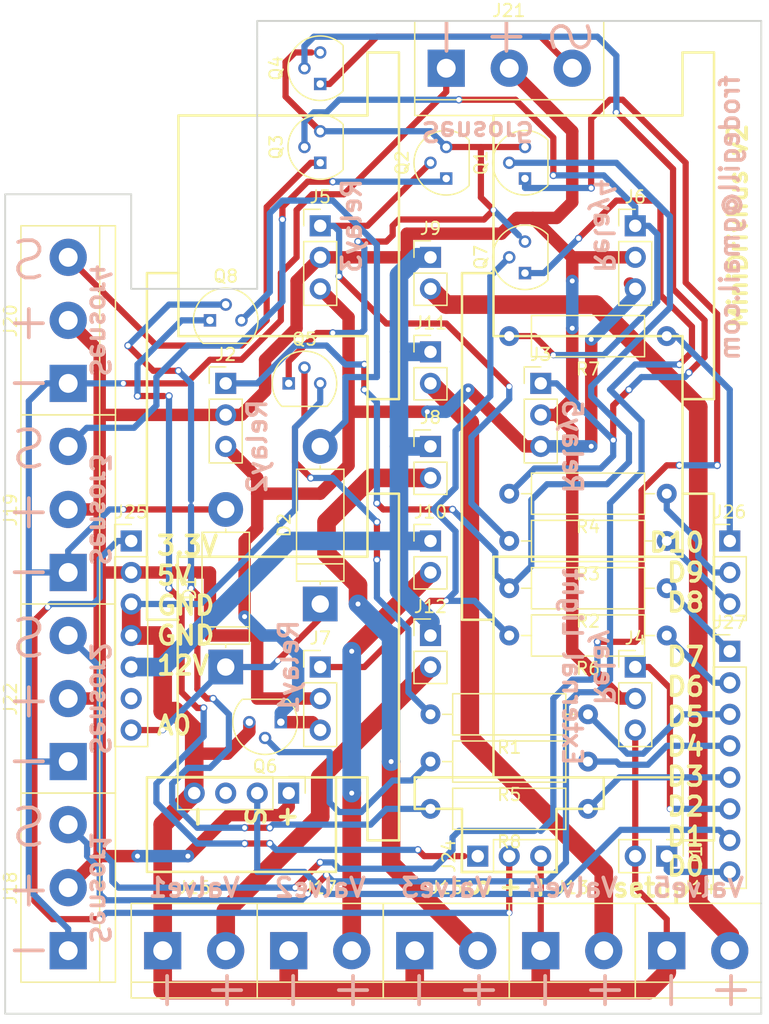
<source format=kicad_pcb>
(kicad_pcb (version 4) (host pcbnew 4.0.7+dfsg1-1ubuntu2)

  (general
    (links 83)
    (no_connects 0)
    (area 29.134999 48.184999 90.245001 128.345001)
    (thickness 1.6)
    (drawings 97)
    (tracks 578)
    (zones 0)
    (modules 45)
    (nets 42)
  )

  (page A4)
  (layers
    (0 F.Cu signal)
    (31 B.Cu signal)
    (32 B.Adhes user)
    (33 F.Adhes user)
    (34 B.Paste user)
    (35 F.Paste user)
    (36 B.SilkS user)
    (37 F.SilkS user)
    (38 B.Mask user)
    (39 F.Mask user)
    (40 Dwgs.User user)
    (41 Cmts.User user)
    (42 Eco1.User user)
    (43 Eco2.User user)
    (44 Edge.Cuts user)
    (45 Margin user)
    (46 B.CrtYd user)
    (47 F.CrtYd user)
    (48 B.Fab user)
    (49 F.Fab user)
  )

  (setup
    (last_trace_width 0.25)
    (trace_clearance 0.2)
    (zone_clearance 0.508)
    (zone_45_only no)
    (trace_min 0.2)
    (segment_width 0.2)
    (edge_width 0.15)
    (via_size 0.6)
    (via_drill 0.4)
    (via_min_size 0.4)
    (via_min_drill 0.3)
    (user_via 1 0.4)
    (user_via 1.5 0.4)
    (uvia_size 0.3)
    (uvia_drill 0.1)
    (uvias_allowed no)
    (uvia_min_size 0.2)
    (uvia_min_drill 0.1)
    (pcb_text_width 0.3)
    (pcb_text_size 1.5 1.5)
    (mod_edge_width 0.15)
    (mod_text_size 1 1)
    (mod_text_width 0.15)
    (pad_size 1.524 1.524)
    (pad_drill 0.762)
    (pad_to_mask_clearance 0.2)
    (aux_axis_origin 0 0)
    (grid_origin 1.27 1.27)
    (visible_elements FFFFEF7F)
    (pcbplotparams
      (layerselection 0x010f0_80000001)
      (usegerberextensions false)
      (usegerberattributes true)
      (excludeedgelayer true)
      (linewidth 0.100000)
      (plotframeref false)
      (viasonmask false)
      (mode 1)
      (useauxorigin false)
      (hpglpennumber 1)
      (hpglpenspeed 20)
      (hpglpendiameter 15)
      (hpglpenoverlay 2)
      (psnegative false)
      (psa4output false)
      (plotreference true)
      (plotvalue true)
      (plotinvisibletext false)
      (padsonsilk false)
      (subtractmaskfromsilk false)
      (outputformat 1)
      (mirror false)
      (drillshape 0)
      (scaleselection 1)
      (outputdirectory /tmp/plots))
  )

  (net 0 "")
  (net 1 "Net-(D1-Pad1)")
  (net 2 "Net-(D1-Pad2)")
  (net 3 "Net-(D2-Pad2)")
  (net 4 "Net-(J1-Pad1)")
  (net 5 "Net-(J1-Pad2)")
  (net 6 "Net-(J2-Pad1)")
  (net 7 "Net-(J18-Pad2)")
  (net 8 "Net-(J2-Pad3)")
  (net 9 "Net-(J3-Pad1)")
  (net 10 "Net-(J27-Pad6)")
  (net 11 "Net-(J5-Pad1)")
  (net 12 "Net-(J6-Pad1)")
  (net 13 "Net-(J7-Pad1)")
  (net 14 "Net-(J10-Pad1)")
  (net 15 "Net-(J15-Pad2)")
  (net 16 "Net-(J14-Pad2)")
  (net 17 "Net-(J10-Pad2)")
  (net 18 "Net-(J11-Pad2)")
  (net 19 "Net-(J12-Pad2)")
  (net 20 "Net-(J18-Pad3)")
  (net 21 "Net-(J19-Pad3)")
  (net 22 "Net-(J20-Pad3)")
  (net 23 "Net-(J21-Pad3)")
  (net 24 "Net-(J22-Pad3)")
  (net 25 "Net-(J23-Pad2)")
  (net 26 "Net-(J23-Pad3)")
  (net 27 "Net-(J24-Pad1)")
  (net 28 "Net-(J24-Pad2)")
  (net 29 "Net-(J25-Pad6)")
  (net 30 "Net-(J26-Pad1)")
  (net 31 "Net-(J26-Pad2)")
  (net 32 "Net-(J26-Pad3)")
  (net 33 "Net-(J27-Pad1)")
  (net 34 "Net-(J27-Pad2)")
  (net 35 "Net-(J27-Pad3)")
  (net 36 "Net-(J27-Pad4)")
  (net 37 "Net-(J27-Pad5)")
  (net 38 "Net-(Q1-Pad3)")
  (net 39 "Net-(Q5-Pad2)")
  (net 40 "Net-(Q6-Pad2)")
  (net 41 "Net-(Q8-Pad2)")

  (net_class Default "This is the default net class."
    (clearance 0.2)
    (trace_width 0.25)
    (via_dia 0.6)
    (via_drill 0.4)
    (uvia_dia 0.3)
    (uvia_drill 0.1)
    (add_net "Net-(D1-Pad1)")
    (add_net "Net-(D1-Pad2)")
    (add_net "Net-(D2-Pad2)")
    (add_net "Net-(J1-Pad1)")
    (add_net "Net-(J1-Pad2)")
    (add_net "Net-(J10-Pad1)")
    (add_net "Net-(J10-Pad2)")
    (add_net "Net-(J11-Pad2)")
    (add_net "Net-(J12-Pad2)")
    (add_net "Net-(J14-Pad2)")
    (add_net "Net-(J15-Pad2)")
    (add_net "Net-(J18-Pad2)")
    (add_net "Net-(J18-Pad3)")
    (add_net "Net-(J19-Pad3)")
    (add_net "Net-(J2-Pad1)")
    (add_net "Net-(J2-Pad3)")
    (add_net "Net-(J20-Pad3)")
    (add_net "Net-(J21-Pad3)")
    (add_net "Net-(J22-Pad3)")
    (add_net "Net-(J23-Pad2)")
    (add_net "Net-(J23-Pad3)")
    (add_net "Net-(J24-Pad1)")
    (add_net "Net-(J24-Pad2)")
    (add_net "Net-(J25-Pad6)")
    (add_net "Net-(J26-Pad1)")
    (add_net "Net-(J26-Pad2)")
    (add_net "Net-(J26-Pad3)")
    (add_net "Net-(J27-Pad1)")
    (add_net "Net-(J27-Pad2)")
    (add_net "Net-(J27-Pad3)")
    (add_net "Net-(J27-Pad4)")
    (add_net "Net-(J27-Pad5)")
    (add_net "Net-(J27-Pad6)")
    (add_net "Net-(J3-Pad1)")
    (add_net "Net-(J5-Pad1)")
    (add_net "Net-(J6-Pad1)")
    (add_net "Net-(J7-Pad1)")
    (add_net "Net-(Q1-Pad3)")
    (add_net "Net-(Q5-Pad2)")
    (add_net "Net-(Q6-Pad2)")
    (add_net "Net-(Q8-Pad2)")
  )

  (net_class "12V High current" ""
    (clearance 0.2)
    (trace_width 0.25)
    (via_dia 1.5)
    (via_drill 0.4)
    (uvia_dia 0.3)
    (uvia_drill 0.1)
  )

  (net_class "5V High current" ""
    (clearance 0.2)
    (trace_width 0.25)
    (via_dia 1)
    (via_drill 0.4)
    (uvia_dia 0.3)
    (uvia_drill 0.1)
  )

  (module Diodes_THT:D_5W_P12.70mm_Horizontal (layer F.Cu) (tedit 5921392E) (tstamp 5C632A9B)
    (at 46.99 100.33 90)
    (descr "D, 5W series, Axial, Horizontal, pin pitch=12.7mm, , length*diameter=8.9*3.7mm^2, , http://www.diodes.com/_files/packages/8686949.gif")
    (tags "D 5W series Axial Horizontal pin pitch 12.7mm  length 8.9mm diameter 3.7mm")
    (path /5C60C6E4)
    (fp_text reference D1 (at 6.35 -2.91 90) (layer F.SilkS)
      (effects (font (size 1 1) (thickness 0.15)))
    )
    (fp_text value D (at 6.35 2.91 90) (layer F.Fab)
      (effects (font (size 1 1) (thickness 0.15)))
    )
    (fp_text user %R (at 6.35 0 90) (layer F.Fab)
      (effects (font (size 1 1) (thickness 0.15)))
    )
    (fp_line (start 1.9 -1.85) (end 1.9 1.85) (layer F.Fab) (width 0.1))
    (fp_line (start 1.9 1.85) (end 10.8 1.85) (layer F.Fab) (width 0.1))
    (fp_line (start 10.8 1.85) (end 10.8 -1.85) (layer F.Fab) (width 0.1))
    (fp_line (start 10.8 -1.85) (end 1.9 -1.85) (layer F.Fab) (width 0.1))
    (fp_line (start 0 0) (end 1.9 0) (layer F.Fab) (width 0.1))
    (fp_line (start 12.7 0) (end 10.8 0) (layer F.Fab) (width 0.1))
    (fp_line (start 3.235 -1.85) (end 3.235 1.85) (layer F.Fab) (width 0.1))
    (fp_line (start 1.84 -1.91) (end 1.84 1.91) (layer F.SilkS) (width 0.12))
    (fp_line (start 1.84 1.91) (end 10.86 1.91) (layer F.SilkS) (width 0.12))
    (fp_line (start 10.86 1.91) (end 10.86 -1.91) (layer F.SilkS) (width 0.12))
    (fp_line (start 10.86 -1.91) (end 1.84 -1.91) (layer F.SilkS) (width 0.12))
    (fp_line (start 1.58 0) (end 1.84 0) (layer F.SilkS) (width 0.12))
    (fp_line (start 11.12 0) (end 10.86 0) (layer F.SilkS) (width 0.12))
    (fp_line (start 3.235 -1.91) (end 3.235 1.91) (layer F.SilkS) (width 0.12))
    (fp_line (start -1.65 -2.2) (end -1.65 2.2) (layer F.CrtYd) (width 0.05))
    (fp_line (start -1.65 2.2) (end 14.35 2.2) (layer F.CrtYd) (width 0.05))
    (fp_line (start 14.35 2.2) (end 14.35 -2.2) (layer F.CrtYd) (width 0.05))
    (fp_line (start 14.35 -2.2) (end -1.65 -2.2) (layer F.CrtYd) (width 0.05))
    (pad 1 thru_hole rect (at 0 0 90) (size 2.8 2.8) (drill 1.4) (layers *.Cu *.Mask)
      (net 1 "Net-(D1-Pad1)"))
    (pad 2 thru_hole oval (at 12.7 0 90) (size 2.8 2.8) (drill 1.4) (layers *.Cu *.Mask)
      (net 2 "Net-(D1-Pad2)"))
    (model ${KISYS3DMOD}/Diodes_THT.3dshapes/D_5W_P12.70mm_Horizontal.wrl
      (at (xyz 0 0 0))
      (scale (xyz 0.393701 0.393701 0.393701))
      (rotate (xyz 0 0 0))
    )
  )

  (module Diodes_THT:D_5W_P12.70mm_Horizontal (layer F.Cu) (tedit 5921392E) (tstamp 5C632AA1)
    (at 54.61 95.25 90)
    (descr "D, 5W series, Axial, Horizontal, pin pitch=12.7mm, , length*diameter=8.9*3.7mm^2, , http://www.diodes.com/_files/packages/8686949.gif")
    (tags "D 5W series Axial Horizontal pin pitch 12.7mm  length 8.9mm diameter 3.7mm")
    (path /5C60B2D8)
    (fp_text reference D2 (at 6.35 -2.91 90) (layer F.SilkS)
      (effects (font (size 1 1) (thickness 0.15)))
    )
    (fp_text value D (at 6.35 2.91 90) (layer F.Fab)
      (effects (font (size 1 1) (thickness 0.15)))
    )
    (fp_text user %R (at 6.35 0 90) (layer F.Fab)
      (effects (font (size 1 1) (thickness 0.15)))
    )
    (fp_line (start 1.9 -1.85) (end 1.9 1.85) (layer F.Fab) (width 0.1))
    (fp_line (start 1.9 1.85) (end 10.8 1.85) (layer F.Fab) (width 0.1))
    (fp_line (start 10.8 1.85) (end 10.8 -1.85) (layer F.Fab) (width 0.1))
    (fp_line (start 10.8 -1.85) (end 1.9 -1.85) (layer F.Fab) (width 0.1))
    (fp_line (start 0 0) (end 1.9 0) (layer F.Fab) (width 0.1))
    (fp_line (start 12.7 0) (end 10.8 0) (layer F.Fab) (width 0.1))
    (fp_line (start 3.235 -1.85) (end 3.235 1.85) (layer F.Fab) (width 0.1))
    (fp_line (start 1.84 -1.91) (end 1.84 1.91) (layer F.SilkS) (width 0.12))
    (fp_line (start 1.84 1.91) (end 10.86 1.91) (layer F.SilkS) (width 0.12))
    (fp_line (start 10.86 1.91) (end 10.86 -1.91) (layer F.SilkS) (width 0.12))
    (fp_line (start 10.86 -1.91) (end 1.84 -1.91) (layer F.SilkS) (width 0.12))
    (fp_line (start 1.58 0) (end 1.84 0) (layer F.SilkS) (width 0.12))
    (fp_line (start 11.12 0) (end 10.86 0) (layer F.SilkS) (width 0.12))
    (fp_line (start 3.235 -1.91) (end 3.235 1.91) (layer F.SilkS) (width 0.12))
    (fp_line (start -1.65 -2.2) (end -1.65 2.2) (layer F.CrtYd) (width 0.05))
    (fp_line (start -1.65 2.2) (end 14.35 2.2) (layer F.CrtYd) (width 0.05))
    (fp_line (start 14.35 2.2) (end 14.35 -2.2) (layer F.CrtYd) (width 0.05))
    (fp_line (start 14.35 -2.2) (end -1.65 -2.2) (layer F.CrtYd) (width 0.05))
    (pad 1 thru_hole rect (at 0 0 90) (size 2.8 2.8) (drill 1.4) (layers *.Cu *.Mask)
      (net 1 "Net-(D1-Pad1)"))
    (pad 2 thru_hole oval (at 12.7 0 90) (size 2.8 2.8) (drill 1.4) (layers *.Cu *.Mask)
      (net 3 "Net-(D2-Pad2)"))
    (model ${KISYS3DMOD}/Diodes_THT.3dshapes/D_5W_P12.70mm_Horizontal.wrl
      (at (xyz 0 0 0))
      (scale (xyz 0.393701 0.393701 0.393701))
      (rotate (xyz 0 0 0))
    )
  )

  (module Pin_Headers:Pin_Header_Straight_1x02_Pitch2.54mm (layer F.Cu) (tedit 59650532) (tstamp 5C632AA7)
    (at 82.55 115.57 270)
    (descr "Through hole straight pin header, 1x02, 2.54mm pitch, single row")
    (tags "Through hole pin header THT 1x02 2.54mm single row")
    (path /5C60CAC7)
    (fp_text reference J1 (at 0 -2.33 270) (layer F.SilkS)
      (effects (font (size 1 1) (thickness 0.15)))
    )
    (fp_text value SetupMode (at 0 4.87 270) (layer F.Fab)
      (effects (font (size 1 1) (thickness 0.15)))
    )
    (fp_line (start -0.635 -1.27) (end 1.27 -1.27) (layer F.Fab) (width 0.1))
    (fp_line (start 1.27 -1.27) (end 1.27 3.81) (layer F.Fab) (width 0.1))
    (fp_line (start 1.27 3.81) (end -1.27 3.81) (layer F.Fab) (width 0.1))
    (fp_line (start -1.27 3.81) (end -1.27 -0.635) (layer F.Fab) (width 0.1))
    (fp_line (start -1.27 -0.635) (end -0.635 -1.27) (layer F.Fab) (width 0.1))
    (fp_line (start -1.33 3.87) (end 1.33 3.87) (layer F.SilkS) (width 0.12))
    (fp_line (start -1.33 1.27) (end -1.33 3.87) (layer F.SilkS) (width 0.12))
    (fp_line (start 1.33 1.27) (end 1.33 3.87) (layer F.SilkS) (width 0.12))
    (fp_line (start -1.33 1.27) (end 1.33 1.27) (layer F.SilkS) (width 0.12))
    (fp_line (start -1.33 0) (end -1.33 -1.33) (layer F.SilkS) (width 0.12))
    (fp_line (start -1.33 -1.33) (end 0 -1.33) (layer F.SilkS) (width 0.12))
    (fp_line (start -1.8 -1.8) (end -1.8 4.35) (layer F.CrtYd) (width 0.05))
    (fp_line (start -1.8 4.35) (end 1.8 4.35) (layer F.CrtYd) (width 0.05))
    (fp_line (start 1.8 4.35) (end 1.8 -1.8) (layer F.CrtYd) (width 0.05))
    (fp_line (start 1.8 -1.8) (end -1.8 -1.8) (layer F.CrtYd) (width 0.05))
    (fp_text user %R (at 0 1.27 360) (layer F.Fab)
      (effects (font (size 1 1) (thickness 0.15)))
    )
    (pad 1 thru_hole rect (at 0 0 270) (size 1.7 1.7) (drill 1) (layers *.Cu *.Mask)
      (net 4 "Net-(J1-Pad1)"))
    (pad 2 thru_hole oval (at 0 2.54 270) (size 1.7 1.7) (drill 1) (layers *.Cu *.Mask)
      (net 5 "Net-(J1-Pad2)"))
    (model ${KISYS3DMOD}/Pin_Headers.3dshapes/Pin_Header_Straight_1x02_Pitch2.54mm.wrl
      (at (xyz 0 0 0))
      (scale (xyz 1 1 1))
      (rotate (xyz 0 0 0))
    )
  )

  (module Pin_Headers:Pin_Header_Straight_1x03_Pitch2.54mm (layer F.Cu) (tedit 59650532) (tstamp 5C632AAE)
    (at 46.99 77.47)
    (descr "Through hole straight pin header, 1x03, 2.54mm pitch, single row")
    (tags "Through hole pin header THT 1x03 2.54mm single row")
    (path /5C5FE02E)
    (fp_text reference J2 (at 0 -2.33) (layer F.SilkS)
      (effects (font (size 1 1) (thickness 0.15)))
    )
    (fp_text value Relay2 (at 0 7.41) (layer F.Fab)
      (effects (font (size 1 1) (thickness 0.15)))
    )
    (fp_line (start -0.635 -1.27) (end 1.27 -1.27) (layer F.Fab) (width 0.1))
    (fp_line (start 1.27 -1.27) (end 1.27 6.35) (layer F.Fab) (width 0.1))
    (fp_line (start 1.27 6.35) (end -1.27 6.35) (layer F.Fab) (width 0.1))
    (fp_line (start -1.27 6.35) (end -1.27 -0.635) (layer F.Fab) (width 0.1))
    (fp_line (start -1.27 -0.635) (end -0.635 -1.27) (layer F.Fab) (width 0.1))
    (fp_line (start -1.33 6.41) (end 1.33 6.41) (layer F.SilkS) (width 0.12))
    (fp_line (start -1.33 1.27) (end -1.33 6.41) (layer F.SilkS) (width 0.12))
    (fp_line (start 1.33 1.27) (end 1.33 6.41) (layer F.SilkS) (width 0.12))
    (fp_line (start -1.33 1.27) (end 1.33 1.27) (layer F.SilkS) (width 0.12))
    (fp_line (start -1.33 0) (end -1.33 -1.33) (layer F.SilkS) (width 0.12))
    (fp_line (start -1.33 -1.33) (end 0 -1.33) (layer F.SilkS) (width 0.12))
    (fp_line (start -1.8 -1.8) (end -1.8 6.85) (layer F.CrtYd) (width 0.05))
    (fp_line (start -1.8 6.85) (end 1.8 6.85) (layer F.CrtYd) (width 0.05))
    (fp_line (start 1.8 6.85) (end 1.8 -1.8) (layer F.CrtYd) (width 0.05))
    (fp_line (start 1.8 -1.8) (end -1.8 -1.8) (layer F.CrtYd) (width 0.05))
    (fp_text user %R (at 0 2.54 90) (layer F.Fab)
      (effects (font (size 1 1) (thickness 0.15)))
    )
    (pad 1 thru_hole rect (at 0 0) (size 1.7 1.7) (drill 1) (layers *.Cu *.Mask)
      (net 6 "Net-(J2-Pad1)"))
    (pad 2 thru_hole oval (at 0 2.54) (size 1.7 1.7) (drill 1) (layers *.Cu *.Mask)
      (net 7 "Net-(J18-Pad2)"))
    (pad 3 thru_hole oval (at 0 5.08) (size 1.7 1.7) (drill 1) (layers *.Cu *.Mask)
      (net 8 "Net-(J2-Pad3)"))
    (model ${KISYS3DMOD}/Pin_Headers.3dshapes/Pin_Header_Straight_1x03_Pitch2.54mm.wrl
      (at (xyz 0 0 0))
      (scale (xyz 1 1 1))
      (rotate (xyz 0 0 0))
    )
  )

  (module Pin_Headers:Pin_Header_Straight_1x03_Pitch2.54mm (layer F.Cu) (tedit 59650532) (tstamp 5C632AB5)
    (at 72.39 77.47)
    (descr "Through hole straight pin header, 1x03, 2.54mm pitch, single row")
    (tags "Through hole pin header THT 1x03 2.54mm single row")
    (path /5C5FE37D)
    (fp_text reference J3 (at 0 -2.33) (layer F.SilkS)
      (effects (font (size 1 1) (thickness 0.15)))
    )
    (fp_text value Relay5 (at 0 7.41) (layer F.Fab)
      (effects (font (size 1 1) (thickness 0.15)))
    )
    (fp_line (start -0.635 -1.27) (end 1.27 -1.27) (layer F.Fab) (width 0.1))
    (fp_line (start 1.27 -1.27) (end 1.27 6.35) (layer F.Fab) (width 0.1))
    (fp_line (start 1.27 6.35) (end -1.27 6.35) (layer F.Fab) (width 0.1))
    (fp_line (start -1.27 6.35) (end -1.27 -0.635) (layer F.Fab) (width 0.1))
    (fp_line (start -1.27 -0.635) (end -0.635 -1.27) (layer F.Fab) (width 0.1))
    (fp_line (start -1.33 6.41) (end 1.33 6.41) (layer F.SilkS) (width 0.12))
    (fp_line (start -1.33 1.27) (end -1.33 6.41) (layer F.SilkS) (width 0.12))
    (fp_line (start 1.33 1.27) (end 1.33 6.41) (layer F.SilkS) (width 0.12))
    (fp_line (start -1.33 1.27) (end 1.33 1.27) (layer F.SilkS) (width 0.12))
    (fp_line (start -1.33 0) (end -1.33 -1.33) (layer F.SilkS) (width 0.12))
    (fp_line (start -1.33 -1.33) (end 0 -1.33) (layer F.SilkS) (width 0.12))
    (fp_line (start -1.8 -1.8) (end -1.8 6.85) (layer F.CrtYd) (width 0.05))
    (fp_line (start -1.8 6.85) (end 1.8 6.85) (layer F.CrtYd) (width 0.05))
    (fp_line (start 1.8 6.85) (end 1.8 -1.8) (layer F.CrtYd) (width 0.05))
    (fp_line (start 1.8 -1.8) (end -1.8 -1.8) (layer F.CrtYd) (width 0.05))
    (fp_text user %R (at 0 2.54 90) (layer F.Fab)
      (effects (font (size 1 1) (thickness 0.15)))
    )
    (pad 1 thru_hole rect (at 0 0) (size 1.7 1.7) (drill 1) (layers *.Cu *.Mask)
      (net 9 "Net-(J3-Pad1)"))
    (pad 2 thru_hole oval (at 0 2.54) (size 1.7 1.7) (drill 1) (layers *.Cu *.Mask)
      (net 7 "Net-(J18-Pad2)"))
    (pad 3 thru_hole oval (at 0 5.08) (size 1.7 1.7) (drill 1) (layers *.Cu *.Mask)
      (net 8 "Net-(J2-Pad3)"))
    (model ${KISYS3DMOD}/Pin_Headers.3dshapes/Pin_Header_Straight_1x03_Pitch2.54mm.wrl
      (at (xyz 0 0 0))
      (scale (xyz 1 1 1))
      (rotate (xyz 0 0 0))
    )
  )

  (module Pin_Headers:Pin_Header_Straight_1x03_Pitch2.54mm (layer F.Cu) (tedit 59650532) (tstamp 5C632ABC)
    (at 80.01 100.33)
    (descr "Through hole straight pin header, 1x03, 2.54mm pitch, single row")
    (tags "Through hole pin header THT 1x03 2.54mm single row")
    (path /5C5FE4F6)
    (fp_text reference J4 (at 0 -2.33) (layer F.SilkS)
      (effects (font (size 1 1) (thickness 0.15)))
    )
    (fp_text value RelayLight (at 0 7.41) (layer F.Fab)
      (effects (font (size 1 1) (thickness 0.15)))
    )
    (fp_line (start -0.635 -1.27) (end 1.27 -1.27) (layer F.Fab) (width 0.1))
    (fp_line (start 1.27 -1.27) (end 1.27 6.35) (layer F.Fab) (width 0.1))
    (fp_line (start 1.27 6.35) (end -1.27 6.35) (layer F.Fab) (width 0.1))
    (fp_line (start -1.27 6.35) (end -1.27 -0.635) (layer F.Fab) (width 0.1))
    (fp_line (start -1.27 -0.635) (end -0.635 -1.27) (layer F.Fab) (width 0.1))
    (fp_line (start -1.33 6.41) (end 1.33 6.41) (layer F.SilkS) (width 0.12))
    (fp_line (start -1.33 1.27) (end -1.33 6.41) (layer F.SilkS) (width 0.12))
    (fp_line (start 1.33 1.27) (end 1.33 6.41) (layer F.SilkS) (width 0.12))
    (fp_line (start -1.33 1.27) (end 1.33 1.27) (layer F.SilkS) (width 0.12))
    (fp_line (start -1.33 0) (end -1.33 -1.33) (layer F.SilkS) (width 0.12))
    (fp_line (start -1.33 -1.33) (end 0 -1.33) (layer F.SilkS) (width 0.12))
    (fp_line (start -1.8 -1.8) (end -1.8 6.85) (layer F.CrtYd) (width 0.05))
    (fp_line (start -1.8 6.85) (end 1.8 6.85) (layer F.CrtYd) (width 0.05))
    (fp_line (start 1.8 6.85) (end 1.8 -1.8) (layer F.CrtYd) (width 0.05))
    (fp_line (start 1.8 -1.8) (end -1.8 -1.8) (layer F.CrtYd) (width 0.05))
    (fp_text user %R (at 0 2.54 90) (layer F.Fab)
      (effects (font (size 1 1) (thickness 0.15)))
    )
    (pad 1 thru_hole rect (at 0 0) (size 1.7 1.7) (drill 1) (layers *.Cu *.Mask)
      (net 10 "Net-(J27-Pad6)"))
    (pad 2 thru_hole oval (at 0 2.54) (size 1.7 1.7) (drill 1) (layers *.Cu *.Mask)
      (net 7 "Net-(J18-Pad2)"))
    (pad 3 thru_hole oval (at 0 5.08) (size 1.7 1.7) (drill 1) (layers *.Cu *.Mask)
      (net 5 "Net-(J1-Pad2)"))
    (model ${KISYS3DMOD}/Pin_Headers.3dshapes/Pin_Header_Straight_1x03_Pitch2.54mm.wrl
      (at (xyz 0 0 0))
      (scale (xyz 1 1 1))
      (rotate (xyz 0 0 0))
    )
  )

  (module Pin_Headers:Pin_Header_Straight_1x03_Pitch2.54mm (layer F.Cu) (tedit 59650532) (tstamp 5C632AC3)
    (at 54.61 64.77)
    (descr "Through hole straight pin header, 1x03, 2.54mm pitch, single row")
    (tags "Through hole pin header THT 1x03 2.54mm single row")
    (path /5C5FE0A4)
    (fp_text reference J5 (at 0 -2.33) (layer F.SilkS)
      (effects (font (size 1 1) (thickness 0.15)))
    )
    (fp_text value Relay3 (at 0 7.41) (layer F.Fab)
      (effects (font (size 1 1) (thickness 0.15)))
    )
    (fp_line (start -0.635 -1.27) (end 1.27 -1.27) (layer F.Fab) (width 0.1))
    (fp_line (start 1.27 -1.27) (end 1.27 6.35) (layer F.Fab) (width 0.1))
    (fp_line (start 1.27 6.35) (end -1.27 6.35) (layer F.Fab) (width 0.1))
    (fp_line (start -1.27 6.35) (end -1.27 -0.635) (layer F.Fab) (width 0.1))
    (fp_line (start -1.27 -0.635) (end -0.635 -1.27) (layer F.Fab) (width 0.1))
    (fp_line (start -1.33 6.41) (end 1.33 6.41) (layer F.SilkS) (width 0.12))
    (fp_line (start -1.33 1.27) (end -1.33 6.41) (layer F.SilkS) (width 0.12))
    (fp_line (start 1.33 1.27) (end 1.33 6.41) (layer F.SilkS) (width 0.12))
    (fp_line (start -1.33 1.27) (end 1.33 1.27) (layer F.SilkS) (width 0.12))
    (fp_line (start -1.33 0) (end -1.33 -1.33) (layer F.SilkS) (width 0.12))
    (fp_line (start -1.33 -1.33) (end 0 -1.33) (layer F.SilkS) (width 0.12))
    (fp_line (start -1.8 -1.8) (end -1.8 6.85) (layer F.CrtYd) (width 0.05))
    (fp_line (start -1.8 6.85) (end 1.8 6.85) (layer F.CrtYd) (width 0.05))
    (fp_line (start 1.8 6.85) (end 1.8 -1.8) (layer F.CrtYd) (width 0.05))
    (fp_line (start 1.8 -1.8) (end -1.8 -1.8) (layer F.CrtYd) (width 0.05))
    (fp_text user %R (at 0 2.54 90) (layer F.Fab)
      (effects (font (size 1 1) (thickness 0.15)))
    )
    (pad 1 thru_hole rect (at 0 0) (size 1.7 1.7) (drill 1) (layers *.Cu *.Mask)
      (net 11 "Net-(J5-Pad1)"))
    (pad 2 thru_hole oval (at 0 2.54) (size 1.7 1.7) (drill 1) (layers *.Cu *.Mask)
      (net 7 "Net-(J18-Pad2)"))
    (pad 3 thru_hole oval (at 0 5.08) (size 1.7 1.7) (drill 1) (layers *.Cu *.Mask)
      (net 8 "Net-(J2-Pad3)"))
    (model ${KISYS3DMOD}/Pin_Headers.3dshapes/Pin_Header_Straight_1x03_Pitch2.54mm.wrl
      (at (xyz 0 0 0))
      (scale (xyz 1 1 1))
      (rotate (xyz 0 0 0))
    )
  )

  (module Pin_Headers:Pin_Header_Straight_1x03_Pitch2.54mm (layer F.Cu) (tedit 59650532) (tstamp 5C632ACA)
    (at 80.01 64.77)
    (descr "Through hole straight pin header, 1x03, 2.54mm pitch, single row")
    (tags "Through hole pin header THT 1x03 2.54mm single row")
    (path /5C5FE14B)
    (fp_text reference J6 (at 0 -2.33) (layer F.SilkS)
      (effects (font (size 1 1) (thickness 0.15)))
    )
    (fp_text value Relay4 (at 0 7.41) (layer F.Fab)
      (effects (font (size 1 1) (thickness 0.15)))
    )
    (fp_line (start -0.635 -1.27) (end 1.27 -1.27) (layer F.Fab) (width 0.1))
    (fp_line (start 1.27 -1.27) (end 1.27 6.35) (layer F.Fab) (width 0.1))
    (fp_line (start 1.27 6.35) (end -1.27 6.35) (layer F.Fab) (width 0.1))
    (fp_line (start -1.27 6.35) (end -1.27 -0.635) (layer F.Fab) (width 0.1))
    (fp_line (start -1.27 -0.635) (end -0.635 -1.27) (layer F.Fab) (width 0.1))
    (fp_line (start -1.33 6.41) (end 1.33 6.41) (layer F.SilkS) (width 0.12))
    (fp_line (start -1.33 1.27) (end -1.33 6.41) (layer F.SilkS) (width 0.12))
    (fp_line (start 1.33 1.27) (end 1.33 6.41) (layer F.SilkS) (width 0.12))
    (fp_line (start -1.33 1.27) (end 1.33 1.27) (layer F.SilkS) (width 0.12))
    (fp_line (start -1.33 0) (end -1.33 -1.33) (layer F.SilkS) (width 0.12))
    (fp_line (start -1.33 -1.33) (end 0 -1.33) (layer F.SilkS) (width 0.12))
    (fp_line (start -1.8 -1.8) (end -1.8 6.85) (layer F.CrtYd) (width 0.05))
    (fp_line (start -1.8 6.85) (end 1.8 6.85) (layer F.CrtYd) (width 0.05))
    (fp_line (start 1.8 6.85) (end 1.8 -1.8) (layer F.CrtYd) (width 0.05))
    (fp_line (start 1.8 -1.8) (end -1.8 -1.8) (layer F.CrtYd) (width 0.05))
    (fp_text user %R (at 0 2.54 90) (layer F.Fab)
      (effects (font (size 1 1) (thickness 0.15)))
    )
    (pad 1 thru_hole rect (at 0 0) (size 1.7 1.7) (drill 1) (layers *.Cu *.Mask)
      (net 12 "Net-(J6-Pad1)"))
    (pad 2 thru_hole oval (at 0 2.54) (size 1.7 1.7) (drill 1) (layers *.Cu *.Mask)
      (net 7 "Net-(J18-Pad2)"))
    (pad 3 thru_hole oval (at 0 5.08) (size 1.7 1.7) (drill 1) (layers *.Cu *.Mask)
      (net 8 "Net-(J2-Pad3)"))
    (model ${KISYS3DMOD}/Pin_Headers.3dshapes/Pin_Header_Straight_1x03_Pitch2.54mm.wrl
      (at (xyz 0 0 0))
      (scale (xyz 1 1 1))
      (rotate (xyz 0 0 0))
    )
  )

  (module Pin_Headers:Pin_Header_Straight_1x03_Pitch2.54mm (layer F.Cu) (tedit 59650532) (tstamp 5C632AD1)
    (at 54.61 100.33)
    (descr "Through hole straight pin header, 1x03, 2.54mm pitch, single row")
    (tags "Through hole pin header THT 1x03 2.54mm single row")
    (path /5C5FDEE1)
    (fp_text reference J7 (at 0 -2.33) (layer F.SilkS)
      (effects (font (size 1 1) (thickness 0.15)))
    )
    (fp_text value Relay1 (at 0 7.41) (layer F.Fab)
      (effects (font (size 1 1) (thickness 0.15)))
    )
    (fp_line (start -0.635 -1.27) (end 1.27 -1.27) (layer F.Fab) (width 0.1))
    (fp_line (start 1.27 -1.27) (end 1.27 6.35) (layer F.Fab) (width 0.1))
    (fp_line (start 1.27 6.35) (end -1.27 6.35) (layer F.Fab) (width 0.1))
    (fp_line (start -1.27 6.35) (end -1.27 -0.635) (layer F.Fab) (width 0.1))
    (fp_line (start -1.27 -0.635) (end -0.635 -1.27) (layer F.Fab) (width 0.1))
    (fp_line (start -1.33 6.41) (end 1.33 6.41) (layer F.SilkS) (width 0.12))
    (fp_line (start -1.33 1.27) (end -1.33 6.41) (layer F.SilkS) (width 0.12))
    (fp_line (start 1.33 1.27) (end 1.33 6.41) (layer F.SilkS) (width 0.12))
    (fp_line (start -1.33 1.27) (end 1.33 1.27) (layer F.SilkS) (width 0.12))
    (fp_line (start -1.33 0) (end -1.33 -1.33) (layer F.SilkS) (width 0.12))
    (fp_line (start -1.33 -1.33) (end 0 -1.33) (layer F.SilkS) (width 0.12))
    (fp_line (start -1.8 -1.8) (end -1.8 6.85) (layer F.CrtYd) (width 0.05))
    (fp_line (start -1.8 6.85) (end 1.8 6.85) (layer F.CrtYd) (width 0.05))
    (fp_line (start 1.8 6.85) (end 1.8 -1.8) (layer F.CrtYd) (width 0.05))
    (fp_line (start 1.8 -1.8) (end -1.8 -1.8) (layer F.CrtYd) (width 0.05))
    (fp_text user %R (at 0 2.54 90) (layer F.Fab)
      (effects (font (size 1 1) (thickness 0.15)))
    )
    (pad 1 thru_hole rect (at 0 0) (size 1.7 1.7) (drill 1) (layers *.Cu *.Mask)
      (net 13 "Net-(J7-Pad1)"))
    (pad 2 thru_hole oval (at 0 2.54) (size 1.7 1.7) (drill 1) (layers *.Cu *.Mask)
      (net 7 "Net-(J18-Pad2)"))
    (pad 3 thru_hole oval (at 0 5.08) (size 1.7 1.7) (drill 1) (layers *.Cu *.Mask)
      (net 8 "Net-(J2-Pad3)"))
    (model ${KISYS3DMOD}/Pin_Headers.3dshapes/Pin_Header_Straight_1x03_Pitch2.54mm.wrl
      (at (xyz 0 0 0))
      (scale (xyz 1 1 1))
      (rotate (xyz 0 0 0))
    )
  )

  (module Pin_Headers:Pin_Header_Straight_1x02_Pitch2.54mm (layer F.Cu) (tedit 59650532) (tstamp 5C632AD7)
    (at 63.5 82.55)
    (descr "Through hole straight pin header, 1x02, 2.54mm pitch, single row")
    (tags "Through hole pin header THT 1x02 2.54mm single row")
    (path /5C5FECF3)
    (fp_text reference J8 (at 0 -2.33) (layer F.SilkS)
      (effects (font (size 1 1) (thickness 0.15)))
    )
    (fp_text value Conn3 (at 0 4.87) (layer F.Fab)
      (effects (font (size 1 1) (thickness 0.15)))
    )
    (fp_line (start -0.635 -1.27) (end 1.27 -1.27) (layer F.Fab) (width 0.1))
    (fp_line (start 1.27 -1.27) (end 1.27 3.81) (layer F.Fab) (width 0.1))
    (fp_line (start 1.27 3.81) (end -1.27 3.81) (layer F.Fab) (width 0.1))
    (fp_line (start -1.27 3.81) (end -1.27 -0.635) (layer F.Fab) (width 0.1))
    (fp_line (start -1.27 -0.635) (end -0.635 -1.27) (layer F.Fab) (width 0.1))
    (fp_line (start -1.33 3.87) (end 1.33 3.87) (layer F.SilkS) (width 0.12))
    (fp_line (start -1.33 1.27) (end -1.33 3.87) (layer F.SilkS) (width 0.12))
    (fp_line (start 1.33 1.27) (end 1.33 3.87) (layer F.SilkS) (width 0.12))
    (fp_line (start -1.33 1.27) (end 1.33 1.27) (layer F.SilkS) (width 0.12))
    (fp_line (start -1.33 0) (end -1.33 -1.33) (layer F.SilkS) (width 0.12))
    (fp_line (start -1.33 -1.33) (end 0 -1.33) (layer F.SilkS) (width 0.12))
    (fp_line (start -1.8 -1.8) (end -1.8 4.35) (layer F.CrtYd) (width 0.05))
    (fp_line (start -1.8 4.35) (end 1.8 4.35) (layer F.CrtYd) (width 0.05))
    (fp_line (start 1.8 4.35) (end 1.8 -1.8) (layer F.CrtYd) (width 0.05))
    (fp_line (start 1.8 -1.8) (end -1.8 -1.8) (layer F.CrtYd) (width 0.05))
    (fp_text user %R (at 0 1.27 90) (layer F.Fab)
      (effects (font (size 1 1) (thickness 0.15)))
    )
    (pad 1 thru_hole rect (at 0 0) (size 1.7 1.7) (drill 1) (layers *.Cu *.Mask)
      (net 14 "Net-(J10-Pad1)"))
    (pad 2 thru_hole oval (at 0 2.54) (size 1.7 1.7) (drill 1) (layers *.Cu *.Mask)
      (net 15 "Net-(J15-Pad2)"))
    (model ${KISYS3DMOD}/Pin_Headers.3dshapes/Pin_Header_Straight_1x02_Pitch2.54mm.wrl
      (at (xyz 0 0 0))
      (scale (xyz 1 1 1))
      (rotate (xyz 0 0 0))
    )
  )

  (module Pin_Headers:Pin_Header_Straight_1x02_Pitch2.54mm (layer F.Cu) (tedit 59650532) (tstamp 5C632ADD)
    (at 63.5 67.31)
    (descr "Through hole straight pin header, 1x02, 2.54mm pitch, single row")
    (tags "Through hole pin header THT 1x02 2.54mm single row")
    (path /5C5FF090)
    (fp_text reference J9 (at 0 -2.33) (layer F.SilkS)
      (effects (font (size 1 1) (thickness 0.15)))
    )
    (fp_text value Conn5 (at 0 4.87) (layer F.Fab)
      (effects (font (size 1 1) (thickness 0.15)))
    )
    (fp_line (start -0.635 -1.27) (end 1.27 -1.27) (layer F.Fab) (width 0.1))
    (fp_line (start 1.27 -1.27) (end 1.27 3.81) (layer F.Fab) (width 0.1))
    (fp_line (start 1.27 3.81) (end -1.27 3.81) (layer F.Fab) (width 0.1))
    (fp_line (start -1.27 3.81) (end -1.27 -0.635) (layer F.Fab) (width 0.1))
    (fp_line (start -1.27 -0.635) (end -0.635 -1.27) (layer F.Fab) (width 0.1))
    (fp_line (start -1.33 3.87) (end 1.33 3.87) (layer F.SilkS) (width 0.12))
    (fp_line (start -1.33 1.27) (end -1.33 3.87) (layer F.SilkS) (width 0.12))
    (fp_line (start 1.33 1.27) (end 1.33 3.87) (layer F.SilkS) (width 0.12))
    (fp_line (start -1.33 1.27) (end 1.33 1.27) (layer F.SilkS) (width 0.12))
    (fp_line (start -1.33 0) (end -1.33 -1.33) (layer F.SilkS) (width 0.12))
    (fp_line (start -1.33 -1.33) (end 0 -1.33) (layer F.SilkS) (width 0.12))
    (fp_line (start -1.8 -1.8) (end -1.8 4.35) (layer F.CrtYd) (width 0.05))
    (fp_line (start -1.8 4.35) (end 1.8 4.35) (layer F.CrtYd) (width 0.05))
    (fp_line (start 1.8 4.35) (end 1.8 -1.8) (layer F.CrtYd) (width 0.05))
    (fp_line (start 1.8 -1.8) (end -1.8 -1.8) (layer F.CrtYd) (width 0.05))
    (fp_text user %R (at 0 1.27 90) (layer F.Fab)
      (effects (font (size 1 1) (thickness 0.15)))
    )
    (pad 1 thru_hole rect (at 0 0) (size 1.7 1.7) (drill 1) (layers *.Cu *.Mask)
      (net 14 "Net-(J10-Pad1)"))
    (pad 2 thru_hole oval (at 0 2.54) (size 1.7 1.7) (drill 1) (layers *.Cu *.Mask)
      (net 16 "Net-(J14-Pad2)"))
    (model ${KISYS3DMOD}/Pin_Headers.3dshapes/Pin_Header_Straight_1x02_Pitch2.54mm.wrl
      (at (xyz 0 0 0))
      (scale (xyz 1 1 1))
      (rotate (xyz 0 0 0))
    )
  )

  (module Pin_Headers:Pin_Header_Straight_1x02_Pitch2.54mm (layer F.Cu) (tedit 59650532) (tstamp 5C632AE3)
    (at 63.5 90.17)
    (descr "Through hole straight pin header, 1x02, 2.54mm pitch, single row")
    (tags "Through hole pin header THT 1x02 2.54mm single row")
    (path /5C5FEC15)
    (fp_text reference J10 (at 0 -2.33) (layer F.SilkS)
      (effects (font (size 1 1) (thickness 0.15)))
    )
    (fp_text value Conn2 (at 0 4.87) (layer F.Fab)
      (effects (font (size 1 1) (thickness 0.15)))
    )
    (fp_line (start -0.635 -1.27) (end 1.27 -1.27) (layer F.Fab) (width 0.1))
    (fp_line (start 1.27 -1.27) (end 1.27 3.81) (layer F.Fab) (width 0.1))
    (fp_line (start 1.27 3.81) (end -1.27 3.81) (layer F.Fab) (width 0.1))
    (fp_line (start -1.27 3.81) (end -1.27 -0.635) (layer F.Fab) (width 0.1))
    (fp_line (start -1.27 -0.635) (end -0.635 -1.27) (layer F.Fab) (width 0.1))
    (fp_line (start -1.33 3.87) (end 1.33 3.87) (layer F.SilkS) (width 0.12))
    (fp_line (start -1.33 1.27) (end -1.33 3.87) (layer F.SilkS) (width 0.12))
    (fp_line (start 1.33 1.27) (end 1.33 3.87) (layer F.SilkS) (width 0.12))
    (fp_line (start -1.33 1.27) (end 1.33 1.27) (layer F.SilkS) (width 0.12))
    (fp_line (start -1.33 0) (end -1.33 -1.33) (layer F.SilkS) (width 0.12))
    (fp_line (start -1.33 -1.33) (end 0 -1.33) (layer F.SilkS) (width 0.12))
    (fp_line (start -1.8 -1.8) (end -1.8 4.35) (layer F.CrtYd) (width 0.05))
    (fp_line (start -1.8 4.35) (end 1.8 4.35) (layer F.CrtYd) (width 0.05))
    (fp_line (start 1.8 4.35) (end 1.8 -1.8) (layer F.CrtYd) (width 0.05))
    (fp_line (start 1.8 -1.8) (end -1.8 -1.8) (layer F.CrtYd) (width 0.05))
    (fp_text user %R (at 0 1.27 90) (layer F.Fab)
      (effects (font (size 1 1) (thickness 0.15)))
    )
    (pad 1 thru_hole rect (at 0 0) (size 1.7 1.7) (drill 1) (layers *.Cu *.Mask)
      (net 14 "Net-(J10-Pad1)"))
    (pad 2 thru_hole oval (at 0 2.54) (size 1.7 1.7) (drill 1) (layers *.Cu *.Mask)
      (net 17 "Net-(J10-Pad2)"))
    (model ${KISYS3DMOD}/Pin_Headers.3dshapes/Pin_Header_Straight_1x02_Pitch2.54mm.wrl
      (at (xyz 0 0 0))
      (scale (xyz 1 1 1))
      (rotate (xyz 0 0 0))
    )
  )

  (module Pin_Headers:Pin_Header_Straight_1x02_Pitch2.54mm (layer F.Cu) (tedit 59650532) (tstamp 5C632AE9)
    (at 63.5 74.93)
    (descr "Through hole straight pin header, 1x02, 2.54mm pitch, single row")
    (tags "Through hole pin header THT 1x02 2.54mm single row")
    (path /5C5FEE38)
    (fp_text reference J11 (at 0 -2.33) (layer F.SilkS)
      (effects (font (size 1 1) (thickness 0.15)))
    )
    (fp_text value Conn4 (at 0 4.87) (layer F.Fab)
      (effects (font (size 1 1) (thickness 0.15)))
    )
    (fp_line (start -0.635 -1.27) (end 1.27 -1.27) (layer F.Fab) (width 0.1))
    (fp_line (start 1.27 -1.27) (end 1.27 3.81) (layer F.Fab) (width 0.1))
    (fp_line (start 1.27 3.81) (end -1.27 3.81) (layer F.Fab) (width 0.1))
    (fp_line (start -1.27 3.81) (end -1.27 -0.635) (layer F.Fab) (width 0.1))
    (fp_line (start -1.27 -0.635) (end -0.635 -1.27) (layer F.Fab) (width 0.1))
    (fp_line (start -1.33 3.87) (end 1.33 3.87) (layer F.SilkS) (width 0.12))
    (fp_line (start -1.33 1.27) (end -1.33 3.87) (layer F.SilkS) (width 0.12))
    (fp_line (start 1.33 1.27) (end 1.33 3.87) (layer F.SilkS) (width 0.12))
    (fp_line (start -1.33 1.27) (end 1.33 1.27) (layer F.SilkS) (width 0.12))
    (fp_line (start -1.33 0) (end -1.33 -1.33) (layer F.SilkS) (width 0.12))
    (fp_line (start -1.33 -1.33) (end 0 -1.33) (layer F.SilkS) (width 0.12))
    (fp_line (start -1.8 -1.8) (end -1.8 4.35) (layer F.CrtYd) (width 0.05))
    (fp_line (start -1.8 4.35) (end 1.8 4.35) (layer F.CrtYd) (width 0.05))
    (fp_line (start 1.8 4.35) (end 1.8 -1.8) (layer F.CrtYd) (width 0.05))
    (fp_line (start 1.8 -1.8) (end -1.8 -1.8) (layer F.CrtYd) (width 0.05))
    (fp_text user %R (at 0 1.27 90) (layer F.Fab)
      (effects (font (size 1 1) (thickness 0.15)))
    )
    (pad 1 thru_hole rect (at 0 0) (size 1.7 1.7) (drill 1) (layers *.Cu *.Mask)
      (net 14 "Net-(J10-Pad1)"))
    (pad 2 thru_hole oval (at 0 2.54) (size 1.7 1.7) (drill 1) (layers *.Cu *.Mask)
      (net 18 "Net-(J11-Pad2)"))
    (model ${KISYS3DMOD}/Pin_Headers.3dshapes/Pin_Header_Straight_1x02_Pitch2.54mm.wrl
      (at (xyz 0 0 0))
      (scale (xyz 1 1 1))
      (rotate (xyz 0 0 0))
    )
  )

  (module Pin_Headers:Pin_Header_Straight_1x02_Pitch2.54mm (layer F.Cu) (tedit 59650532) (tstamp 5C632AEF)
    (at 63.5 97.79)
    (descr "Through hole straight pin header, 1x02, 2.54mm pitch, single row")
    (tags "Through hole pin header THT 1x02 2.54mm single row")
    (path /5C5FE916)
    (fp_text reference J12 (at 0 -2.33) (layer F.SilkS)
      (effects (font (size 1 1) (thickness 0.15)))
    )
    (fp_text value Conn1 (at 0 4.87) (layer F.Fab)
      (effects (font (size 1 1) (thickness 0.15)))
    )
    (fp_line (start -0.635 -1.27) (end 1.27 -1.27) (layer F.Fab) (width 0.1))
    (fp_line (start 1.27 -1.27) (end 1.27 3.81) (layer F.Fab) (width 0.1))
    (fp_line (start 1.27 3.81) (end -1.27 3.81) (layer F.Fab) (width 0.1))
    (fp_line (start -1.27 3.81) (end -1.27 -0.635) (layer F.Fab) (width 0.1))
    (fp_line (start -1.27 -0.635) (end -0.635 -1.27) (layer F.Fab) (width 0.1))
    (fp_line (start -1.33 3.87) (end 1.33 3.87) (layer F.SilkS) (width 0.12))
    (fp_line (start -1.33 1.27) (end -1.33 3.87) (layer F.SilkS) (width 0.12))
    (fp_line (start 1.33 1.27) (end 1.33 3.87) (layer F.SilkS) (width 0.12))
    (fp_line (start -1.33 1.27) (end 1.33 1.27) (layer F.SilkS) (width 0.12))
    (fp_line (start -1.33 0) (end -1.33 -1.33) (layer F.SilkS) (width 0.12))
    (fp_line (start -1.33 -1.33) (end 0 -1.33) (layer F.SilkS) (width 0.12))
    (fp_line (start -1.8 -1.8) (end -1.8 4.35) (layer F.CrtYd) (width 0.05))
    (fp_line (start -1.8 4.35) (end 1.8 4.35) (layer F.CrtYd) (width 0.05))
    (fp_line (start 1.8 4.35) (end 1.8 -1.8) (layer F.CrtYd) (width 0.05))
    (fp_line (start 1.8 -1.8) (end -1.8 -1.8) (layer F.CrtYd) (width 0.05))
    (fp_text user %R (at 0 1.27 90) (layer F.Fab)
      (effects (font (size 1 1) (thickness 0.15)))
    )
    (pad 1 thru_hole rect (at 0 0) (size 1.7 1.7) (drill 1) (layers *.Cu *.Mask)
      (net 14 "Net-(J10-Pad1)"))
    (pad 2 thru_hole oval (at 0 2.54) (size 1.7 1.7) (drill 1) (layers *.Cu *.Mask)
      (net 19 "Net-(J12-Pad2)"))
    (model ${KISYS3DMOD}/Pin_Headers.3dshapes/Pin_Header_Straight_1x02_Pitch2.54mm.wrl
      (at (xyz 0 0 0))
      (scale (xyz 1 1 1))
      (rotate (xyz 0 0 0))
    )
  )

  (module Pin_Headers:Pin_Header_Straight_1x04_Pitch2.54mm (layer F.Cu) (tedit 5C69D74B) (tstamp 5C632B38)
    (at 52.07 110.49 270)
    (descr "Through hole straight pin header, 1x04, 2.54mm pitch, single row")
    (tags "Through hole pin header THT 1x04 2.54mm single row")
    (path /5C601840)
    (fp_text reference J23 (at 0 -2.33 270) (layer F.SilkS) hide
      (effects (font (size 1 1) (thickness 0.15)))
    )
    (fp_text value TempSensor (at 0 9.95 270) (layer F.Fab)
      (effects (font (size 1 1) (thickness 0.15)))
    )
    (fp_line (start -0.635 -1.27) (end 1.27 -1.27) (layer F.Fab) (width 0.1))
    (fp_line (start 1.27 -1.27) (end 1.27 8.89) (layer F.Fab) (width 0.1))
    (fp_line (start 1.27 8.89) (end -1.27 8.89) (layer F.Fab) (width 0.1))
    (fp_line (start -1.27 8.89) (end -1.27 -0.635) (layer F.Fab) (width 0.1))
    (fp_line (start -1.27 -0.635) (end -0.635 -1.27) (layer F.Fab) (width 0.1))
    (fp_line (start -1.33 8.95) (end 1.33 8.95) (layer F.SilkS) (width 0.12))
    (fp_line (start -1.33 1.27) (end -1.33 8.95) (layer F.SilkS) (width 0.12))
    (fp_line (start 1.33 1.27) (end 1.33 8.95) (layer F.SilkS) (width 0.12))
    (fp_line (start -1.33 1.27) (end 1.33 1.27) (layer F.SilkS) (width 0.12))
    (fp_line (start -1.33 0) (end -1.33 -1.33) (layer F.SilkS) (width 0.12))
    (fp_line (start -1.33 -1.33) (end 0 -1.33) (layer F.SilkS) (width 0.12))
    (fp_line (start -1.8 -1.8) (end -1.8 9.4) (layer F.CrtYd) (width 0.05))
    (fp_line (start -1.8 9.4) (end 1.8 9.4) (layer F.CrtYd) (width 0.05))
    (fp_line (start 1.8 9.4) (end 1.8 -1.8) (layer F.CrtYd) (width 0.05))
    (fp_line (start 1.8 -1.8) (end -1.8 -1.8) (layer F.CrtYd) (width 0.05))
    (fp_text user %R (at 0 3.81 360) (layer F.Fab)
      (effects (font (size 1 1) (thickness 0.15)))
    )
    (pad 1 thru_hole rect (at 0 0 270) (size 1.7 1.7) (drill 1) (layers *.Cu *.Mask)
      (net 7 "Net-(J18-Pad2)"))
    (pad 2 thru_hole oval (at 0 2.54 270) (size 1.7 1.7) (drill 1) (layers *.Cu *.Mask)
      (net 25 "Net-(J23-Pad2)"))
    (pad 3 thru_hole oval (at 0 5.08 270) (size 1.7 1.7) (drill 1) (layers *.Cu *.Mask)
      (net 26 "Net-(J23-Pad3)"))
    (pad 4 thru_hole oval (at 0 7.62 270) (size 1.7 1.7) (drill 1) (layers *.Cu *.Mask)
      (net 5 "Net-(J1-Pad2)"))
    (model ${KISYS3DMOD}/Pin_Headers.3dshapes/Pin_Header_Straight_1x04_Pitch2.54mm.wrl
      (at (xyz 0 0 0))
      (scale (xyz 1 1 1))
      (rotate (xyz 0 0 0))
    )
  )

  (module Pin_Headers:Pin_Header_Straight_1x03_Pitch2.54mm (layer F.Cu) (tedit 59650532) (tstamp 5C632B3F)
    (at 67.31 115.57 90)
    (descr "Through hole straight pin header, 1x03, 2.54mm pitch, single row")
    (tags "Through hole pin header THT 1x03 2.54mm single row")
    (path /5C60113D)
    (fp_text reference J24 (at 0 -2.33 90) (layer F.SilkS)
      (effects (font (size 1 1) (thickness 0.15)))
    )
    (fp_text value LightSensor (at 0 7.41 90) (layer F.Fab)
      (effects (font (size 1 1) (thickness 0.15)))
    )
    (fp_line (start -0.635 -1.27) (end 1.27 -1.27) (layer F.Fab) (width 0.1))
    (fp_line (start 1.27 -1.27) (end 1.27 6.35) (layer F.Fab) (width 0.1))
    (fp_line (start 1.27 6.35) (end -1.27 6.35) (layer F.Fab) (width 0.1))
    (fp_line (start -1.27 6.35) (end -1.27 -0.635) (layer F.Fab) (width 0.1))
    (fp_line (start -1.27 -0.635) (end -0.635 -1.27) (layer F.Fab) (width 0.1))
    (fp_line (start -1.33 6.41) (end 1.33 6.41) (layer F.SilkS) (width 0.12))
    (fp_line (start -1.33 1.27) (end -1.33 6.41) (layer F.SilkS) (width 0.12))
    (fp_line (start 1.33 1.27) (end 1.33 6.41) (layer F.SilkS) (width 0.12))
    (fp_line (start -1.33 1.27) (end 1.33 1.27) (layer F.SilkS) (width 0.12))
    (fp_line (start -1.33 0) (end -1.33 -1.33) (layer F.SilkS) (width 0.12))
    (fp_line (start -1.33 -1.33) (end 0 -1.33) (layer F.SilkS) (width 0.12))
    (fp_line (start -1.8 -1.8) (end -1.8 6.85) (layer F.CrtYd) (width 0.05))
    (fp_line (start -1.8 6.85) (end 1.8 6.85) (layer F.CrtYd) (width 0.05))
    (fp_line (start 1.8 6.85) (end 1.8 -1.8) (layer F.CrtYd) (width 0.05))
    (fp_line (start 1.8 -1.8) (end -1.8 -1.8) (layer F.CrtYd) (width 0.05))
    (fp_text user %R (at 0 2.54 180) (layer F.Fab)
      (effects (font (size 1 1) (thickness 0.15)))
    )
    (pad 1 thru_hole rect (at 0 0 90) (size 1.7 1.7) (drill 1) (layers *.Cu *.Mask)
      (net 27 "Net-(J24-Pad1)"))
    (pad 2 thru_hole oval (at 0 2.54 90) (size 1.7 1.7) (drill 1) (layers *.Cu *.Mask)
      (net 28 "Net-(J24-Pad2)"))
    (pad 3 thru_hole oval (at 0 5.08 90) (size 1.7 1.7) (drill 1) (layers *.Cu *.Mask)
      (net 5 "Net-(J1-Pad2)"))
    (model ${KISYS3DMOD}/Pin_Headers.3dshapes/Pin_Header_Straight_1x03_Pitch2.54mm.wrl
      (at (xyz 0 0 0))
      (scale (xyz 1 1 1))
      (rotate (xyz 0 0 0))
    )
  )

  (module Pin_Headers:Pin_Header_Straight_1x07_Pitch2.54mm (layer F.Cu) (tedit 59650532) (tstamp 5C632B4A)
    (at 39.37 90.17)
    (descr "Through hole straight pin header, 1x07, 2.54mm pitch, single row")
    (tags "Through hole pin header THT 1x07 2.54mm single row")
    (path /5C6031BD)
    (fp_text reference J25 (at 0 -2.33) (layer F.SilkS)
      (effects (font (size 1 1) (thickness 0.15)))
    )
    (fp_text value A0-Power-GND (at 0 17.57) (layer F.Fab)
      (effects (font (size 1 1) (thickness 0.15)))
    )
    (fp_line (start -0.635 -1.27) (end 1.27 -1.27) (layer F.Fab) (width 0.1))
    (fp_line (start 1.27 -1.27) (end 1.27 16.51) (layer F.Fab) (width 0.1))
    (fp_line (start 1.27 16.51) (end -1.27 16.51) (layer F.Fab) (width 0.1))
    (fp_line (start -1.27 16.51) (end -1.27 -0.635) (layer F.Fab) (width 0.1))
    (fp_line (start -1.27 -0.635) (end -0.635 -1.27) (layer F.Fab) (width 0.1))
    (fp_line (start -1.33 16.57) (end 1.33 16.57) (layer F.SilkS) (width 0.12))
    (fp_line (start -1.33 1.27) (end -1.33 16.57) (layer F.SilkS) (width 0.12))
    (fp_line (start 1.33 1.27) (end 1.33 16.57) (layer F.SilkS) (width 0.12))
    (fp_line (start -1.33 1.27) (end 1.33 1.27) (layer F.SilkS) (width 0.12))
    (fp_line (start -1.33 0) (end -1.33 -1.33) (layer F.SilkS) (width 0.12))
    (fp_line (start -1.33 -1.33) (end 0 -1.33) (layer F.SilkS) (width 0.12))
    (fp_line (start -1.8 -1.8) (end -1.8 17.05) (layer F.CrtYd) (width 0.05))
    (fp_line (start -1.8 17.05) (end 1.8 17.05) (layer F.CrtYd) (width 0.05))
    (fp_line (start 1.8 17.05) (end 1.8 -1.8) (layer F.CrtYd) (width 0.05))
    (fp_line (start 1.8 -1.8) (end -1.8 -1.8) (layer F.CrtYd) (width 0.05))
    (fp_text user %R (at 0 7.62 90) (layer F.Fab)
      (effects (font (size 1 1) (thickness 0.15)))
    )
    (pad 1 thru_hole rect (at 0 0) (size 1.7 1.7) (drill 1) (layers *.Cu *.Mask)
      (net 28 "Net-(J24-Pad2)"))
    (pad 2 thru_hole oval (at 0 2.54) (size 1.7 1.7) (drill 1) (layers *.Cu *.Mask)
      (net 7 "Net-(J18-Pad2)"))
    (pad 3 thru_hole oval (at 0 5.08) (size 1.7 1.7) (drill 1) (layers *.Cu *.Mask)
      (net 5 "Net-(J1-Pad2)"))
    (pad 4 thru_hole oval (at 0 7.62) (size 1.7 1.7) (drill 1) (layers *.Cu *.Mask)
      (net 5 "Net-(J1-Pad2)"))
    (pad 5 thru_hole oval (at 0 10.16) (size 1.7 1.7) (drill 1) (layers *.Cu *.Mask)
      (net 14 "Net-(J10-Pad1)"))
    (pad 6 thru_hole oval (at 0 12.7) (size 1.7 1.7) (drill 1) (layers *.Cu *.Mask)
      (net 29 "Net-(J25-Pad6)"))
    (pad 7 thru_hole oval (at 0 15.24) (size 1.7 1.7) (drill 1) (layers *.Cu *.Mask)
      (net 1 "Net-(D1-Pad1)"))
    (model ${KISYS3DMOD}/Pin_Headers.3dshapes/Pin_Header_Straight_1x07_Pitch2.54mm.wrl
      (at (xyz 0 0 0))
      (scale (xyz 1 1 1))
      (rotate (xyz 0 0 0))
    )
  )

  (module Pin_Headers:Pin_Header_Straight_1x03_Pitch2.54mm (layer F.Cu) (tedit 59650532) (tstamp 5C632B51)
    (at 87.63 90.17)
    (descr "Through hole straight pin header, 1x03, 2.54mm pitch, single row")
    (tags "Through hole pin header THT 1x03 2.54mm single row")
    (path /5C6041E9)
    (fp_text reference J26 (at 0 -2.33) (layer F.SilkS)
      (effects (font (size 1 1) (thickness 0.15)))
    )
    (fp_text value D8-D10 (at 0 7.41) (layer F.Fab)
      (effects (font (size 1 1) (thickness 0.15)))
    )
    (fp_line (start -0.635 -1.27) (end 1.27 -1.27) (layer F.Fab) (width 0.1))
    (fp_line (start 1.27 -1.27) (end 1.27 6.35) (layer F.Fab) (width 0.1))
    (fp_line (start 1.27 6.35) (end -1.27 6.35) (layer F.Fab) (width 0.1))
    (fp_line (start -1.27 6.35) (end -1.27 -0.635) (layer F.Fab) (width 0.1))
    (fp_line (start -1.27 -0.635) (end -0.635 -1.27) (layer F.Fab) (width 0.1))
    (fp_line (start -1.33 6.41) (end 1.33 6.41) (layer F.SilkS) (width 0.12))
    (fp_line (start -1.33 1.27) (end -1.33 6.41) (layer F.SilkS) (width 0.12))
    (fp_line (start 1.33 1.27) (end 1.33 6.41) (layer F.SilkS) (width 0.12))
    (fp_line (start -1.33 1.27) (end 1.33 1.27) (layer F.SilkS) (width 0.12))
    (fp_line (start -1.33 0) (end -1.33 -1.33) (layer F.SilkS) (width 0.12))
    (fp_line (start -1.33 -1.33) (end 0 -1.33) (layer F.SilkS) (width 0.12))
    (fp_line (start -1.8 -1.8) (end -1.8 6.85) (layer F.CrtYd) (width 0.05))
    (fp_line (start -1.8 6.85) (end 1.8 6.85) (layer F.CrtYd) (width 0.05))
    (fp_line (start 1.8 6.85) (end 1.8 -1.8) (layer F.CrtYd) (width 0.05))
    (fp_line (start 1.8 -1.8) (end -1.8 -1.8) (layer F.CrtYd) (width 0.05))
    (fp_text user %R (at 0 2.54 90) (layer F.Fab)
      (effects (font (size 1 1) (thickness 0.15)))
    )
    (pad 1 thru_hole rect (at 0 0) (size 1.7 1.7) (drill 1) (layers *.Cu *.Mask)
      (net 30 "Net-(J26-Pad1)"))
    (pad 2 thru_hole oval (at 0 2.54) (size 1.7 1.7) (drill 1) (layers *.Cu *.Mask)
      (net 31 "Net-(J26-Pad2)"))
    (pad 3 thru_hole oval (at 0 5.08) (size 1.7 1.7) (drill 1) (layers *.Cu *.Mask)
      (net 32 "Net-(J26-Pad3)"))
    (model ${KISYS3DMOD}/Pin_Headers.3dshapes/Pin_Header_Straight_1x03_Pitch2.54mm.wrl
      (at (xyz 0 0 0))
      (scale (xyz 1 1 1))
      (rotate (xyz 0 0 0))
    )
  )

  (module Pin_Headers:Pin_Header_Straight_1x08_Pitch2.54mm (layer F.Cu) (tedit 59650532) (tstamp 5C632B5D)
    (at 87.63 99.06)
    (descr "Through hole straight pin header, 1x08, 2.54mm pitch, single row")
    (tags "Through hole pin header THT 1x08 2.54mm single row")
    (path /5C6039CC)
    (fp_text reference J27 (at 0 -2.33) (layer F.SilkS)
      (effects (font (size 1 1) (thickness 0.15)))
    )
    (fp_text value D0-D7 (at 0 20.11) (layer F.Fab)
      (effects (font (size 1 1) (thickness 0.15)))
    )
    (fp_line (start -0.635 -1.27) (end 1.27 -1.27) (layer F.Fab) (width 0.1))
    (fp_line (start 1.27 -1.27) (end 1.27 19.05) (layer F.Fab) (width 0.1))
    (fp_line (start 1.27 19.05) (end -1.27 19.05) (layer F.Fab) (width 0.1))
    (fp_line (start -1.27 19.05) (end -1.27 -0.635) (layer F.Fab) (width 0.1))
    (fp_line (start -1.27 -0.635) (end -0.635 -1.27) (layer F.Fab) (width 0.1))
    (fp_line (start -1.33 19.11) (end 1.33 19.11) (layer F.SilkS) (width 0.12))
    (fp_line (start -1.33 1.27) (end -1.33 19.11) (layer F.SilkS) (width 0.12))
    (fp_line (start 1.33 1.27) (end 1.33 19.11) (layer F.SilkS) (width 0.12))
    (fp_line (start -1.33 1.27) (end 1.33 1.27) (layer F.SilkS) (width 0.12))
    (fp_line (start -1.33 0) (end -1.33 -1.33) (layer F.SilkS) (width 0.12))
    (fp_line (start -1.33 -1.33) (end 0 -1.33) (layer F.SilkS) (width 0.12))
    (fp_line (start -1.8 -1.8) (end -1.8 19.55) (layer F.CrtYd) (width 0.05))
    (fp_line (start -1.8 19.55) (end 1.8 19.55) (layer F.CrtYd) (width 0.05))
    (fp_line (start 1.8 19.55) (end 1.8 -1.8) (layer F.CrtYd) (width 0.05))
    (fp_line (start 1.8 -1.8) (end -1.8 -1.8) (layer F.CrtYd) (width 0.05))
    (fp_text user %R (at 0 8.89 90) (layer F.Fab)
      (effects (font (size 1 1) (thickness 0.15)))
    )
    (pad 1 thru_hole rect (at 0 0) (size 1.7 1.7) (drill 1) (layers *.Cu *.Mask)
      (net 33 "Net-(J27-Pad1)"))
    (pad 2 thru_hole oval (at 0 2.54) (size 1.7 1.7) (drill 1) (layers *.Cu *.Mask)
      (net 34 "Net-(J27-Pad2)"))
    (pad 3 thru_hole oval (at 0 5.08) (size 1.7 1.7) (drill 1) (layers *.Cu *.Mask)
      (net 35 "Net-(J27-Pad3)"))
    (pad 4 thru_hole oval (at 0 7.62) (size 1.7 1.7) (drill 1) (layers *.Cu *.Mask)
      (net 36 "Net-(J27-Pad4)"))
    (pad 5 thru_hole oval (at 0 10.16) (size 1.7 1.7) (drill 1) (layers *.Cu *.Mask)
      (net 37 "Net-(J27-Pad5)"))
    (pad 6 thru_hole oval (at 0 12.7) (size 1.7 1.7) (drill 1) (layers *.Cu *.Mask)
      (net 10 "Net-(J27-Pad6)"))
    (pad 7 thru_hole oval (at 0 15.24) (size 1.7 1.7) (drill 1) (layers *.Cu *.Mask)
      (net 25 "Net-(J23-Pad2)"))
    (pad 8 thru_hole oval (at 0 17.78) (size 1.7 1.7) (drill 1) (layers *.Cu *.Mask)
      (net 4 "Net-(J1-Pad1)"))
    (model ${KISYS3DMOD}/Pin_Headers.3dshapes/Pin_Header_Straight_1x08_Pitch2.54mm.wrl
      (at (xyz 0 0 0))
      (scale (xyz 1 1 1))
      (rotate (xyz 0 0 0))
    )
  )

  (module TO_SOT_Packages_THT:TO-92_Molded_Narrow (layer F.Cu) (tedit 58CE52AF) (tstamp 5C632B64)
    (at 71.12 60.96 90)
    (descr "TO-92 leads molded, narrow, drill 0.6mm (see NXP sot054_po.pdf)")
    (tags "to-92 sc-43 sc-43a sot54 PA33 transistor")
    (path /5C605BFF)
    (fp_text reference Q1 (at 1.27 -3.56 90) (layer F.SilkS)
      (effects (font (size 1 1) (thickness 0.15)))
    )
    (fp_text value Select2 (at 1.27 2.79 90) (layer F.Fab)
      (effects (font (size 1 1) (thickness 0.15)))
    )
    (fp_text user %R (at 1.27 -3.56 90) (layer F.Fab)
      (effects (font (size 1 1) (thickness 0.15)))
    )
    (fp_line (start -0.53 1.85) (end 3.07 1.85) (layer F.SilkS) (width 0.12))
    (fp_line (start -0.5 1.75) (end 3 1.75) (layer F.Fab) (width 0.1))
    (fp_line (start -1.46 -2.73) (end 4 -2.73) (layer F.CrtYd) (width 0.05))
    (fp_line (start -1.46 -2.73) (end -1.46 2.01) (layer F.CrtYd) (width 0.05))
    (fp_line (start 4 2.01) (end 4 -2.73) (layer F.CrtYd) (width 0.05))
    (fp_line (start 4 2.01) (end -1.46 2.01) (layer F.CrtYd) (width 0.05))
    (fp_arc (start 1.27 0) (end 1.27 -2.48) (angle 135) (layer F.Fab) (width 0.1))
    (fp_arc (start 1.27 0) (end 1.27 -2.6) (angle -135) (layer F.SilkS) (width 0.12))
    (fp_arc (start 1.27 0) (end 1.27 -2.48) (angle -135) (layer F.Fab) (width 0.1))
    (fp_arc (start 1.27 0) (end 1.27 -2.6) (angle 135) (layer F.SilkS) (width 0.12))
    (pad 2 thru_hole circle (at 1.27 -1.27 180) (size 1 1) (drill 0.6) (layers *.Cu *.Mask)
      (net 6 "Net-(J2-Pad1)"))
    (pad 3 thru_hole circle (at 2.54 0 180) (size 1 1) (drill 0.6) (layers *.Cu *.Mask)
      (net 38 "Net-(Q1-Pad3)"))
    (pad 1 thru_hole rect (at 0 0 180) (size 1 1) (drill 0.6) (layers *.Cu *.Mask)
      (net 24 "Net-(J22-Pad3)"))
    (model ${KISYS3DMOD}/TO_SOT_Packages_THT.3dshapes/TO-92_Molded_Narrow.wrl
      (at (xyz 0.05 0 0))
      (scale (xyz 1 1 1))
      (rotate (xyz 0 0 -90))
    )
  )

  (module TO_SOT_Packages_THT:TO-92_Molded_Narrow (layer F.Cu) (tedit 58CE52AF) (tstamp 5C632B6B)
    (at 64.77 60.96 90)
    (descr "TO-92 leads molded, narrow, drill 0.6mm (see NXP sot054_po.pdf)")
    (tags "to-92 sc-43 sc-43a sot54 PA33 transistor")
    (path /5C605F0D)
    (fp_text reference Q2 (at 1.27 -3.56 90) (layer F.SilkS)
      (effects (font (size 1 1) (thickness 0.15)))
    )
    (fp_text value Select3 (at 1.27 2.79 90) (layer F.Fab)
      (effects (font (size 1 1) (thickness 0.15)))
    )
    (fp_text user %R (at 1.27 -3.56 90) (layer F.Fab)
      (effects (font (size 1 1) (thickness 0.15)))
    )
    (fp_line (start -0.53 1.85) (end 3.07 1.85) (layer F.SilkS) (width 0.12))
    (fp_line (start -0.5 1.75) (end 3 1.75) (layer F.Fab) (width 0.1))
    (fp_line (start -1.46 -2.73) (end 4 -2.73) (layer F.CrtYd) (width 0.05))
    (fp_line (start -1.46 -2.73) (end -1.46 2.01) (layer F.CrtYd) (width 0.05))
    (fp_line (start 4 2.01) (end 4 -2.73) (layer F.CrtYd) (width 0.05))
    (fp_line (start 4 2.01) (end -1.46 2.01) (layer F.CrtYd) (width 0.05))
    (fp_arc (start 1.27 0) (end 1.27 -2.48) (angle 135) (layer F.Fab) (width 0.1))
    (fp_arc (start 1.27 0) (end 1.27 -2.6) (angle -135) (layer F.SilkS) (width 0.12))
    (fp_arc (start 1.27 0) (end 1.27 -2.48) (angle -135) (layer F.Fab) (width 0.1))
    (fp_arc (start 1.27 0) (end 1.27 -2.6) (angle 135) (layer F.SilkS) (width 0.12))
    (pad 2 thru_hole circle (at 1.27 -1.27 180) (size 1 1) (drill 0.6) (layers *.Cu *.Mask)
      (net 11 "Net-(J5-Pad1)"))
    (pad 3 thru_hole circle (at 2.54 0 180) (size 1 1) (drill 0.6) (layers *.Cu *.Mask)
      (net 38 "Net-(Q1-Pad3)"))
    (pad 1 thru_hole rect (at 0 0 180) (size 1 1) (drill 0.6) (layers *.Cu *.Mask)
      (net 21 "Net-(J19-Pad3)"))
    (model ${KISYS3DMOD}/TO_SOT_Packages_THT.3dshapes/TO-92_Molded_Narrow.wrl
      (at (xyz 0.05 0 0))
      (scale (xyz 1 1 1))
      (rotate (xyz 0 0 -90))
    )
  )

  (module TO_SOT_Packages_THT:TO-92_Molded_Narrow (layer F.Cu) (tedit 58CE52AF) (tstamp 5C632B72)
    (at 54.61 59.69 90)
    (descr "TO-92 leads molded, narrow, drill 0.6mm (see NXP sot054_po.pdf)")
    (tags "to-92 sc-43 sc-43a sot54 PA33 transistor")
    (path /5C605F76)
    (fp_text reference Q3 (at 1.27 -3.56 90) (layer F.SilkS)
      (effects (font (size 1 1) (thickness 0.15)))
    )
    (fp_text value Select4 (at 1.27 2.79 90) (layer F.Fab)
      (effects (font (size 1 1) (thickness 0.15)))
    )
    (fp_text user %R (at 1.27 -3.56 90) (layer F.Fab)
      (effects (font (size 1 1) (thickness 0.15)))
    )
    (fp_line (start -0.53 1.85) (end 3.07 1.85) (layer F.SilkS) (width 0.12))
    (fp_line (start -0.5 1.75) (end 3 1.75) (layer F.Fab) (width 0.1))
    (fp_line (start -1.46 -2.73) (end 4 -2.73) (layer F.CrtYd) (width 0.05))
    (fp_line (start -1.46 -2.73) (end -1.46 2.01) (layer F.CrtYd) (width 0.05))
    (fp_line (start 4 2.01) (end 4 -2.73) (layer F.CrtYd) (width 0.05))
    (fp_line (start 4 2.01) (end -1.46 2.01) (layer F.CrtYd) (width 0.05))
    (fp_arc (start 1.27 0) (end 1.27 -2.48) (angle 135) (layer F.Fab) (width 0.1))
    (fp_arc (start 1.27 0) (end 1.27 -2.6) (angle -135) (layer F.SilkS) (width 0.12))
    (fp_arc (start 1.27 0) (end 1.27 -2.48) (angle -135) (layer F.Fab) (width 0.1))
    (fp_arc (start 1.27 0) (end 1.27 -2.6) (angle 135) (layer F.SilkS) (width 0.12))
    (pad 2 thru_hole circle (at 1.27 -1.27 180) (size 1 1) (drill 0.6) (layers *.Cu *.Mask)
      (net 12 "Net-(J6-Pad1)"))
    (pad 3 thru_hole circle (at 2.54 0 180) (size 1 1) (drill 0.6) (layers *.Cu *.Mask)
      (net 38 "Net-(Q1-Pad3)"))
    (pad 1 thru_hole rect (at 0 0 180) (size 1 1) (drill 0.6) (layers *.Cu *.Mask)
      (net 22 "Net-(J20-Pad3)"))
    (model ${KISYS3DMOD}/TO_SOT_Packages_THT.3dshapes/TO-92_Molded_Narrow.wrl
      (at (xyz 0.05 0 0))
      (scale (xyz 1 1 1))
      (rotate (xyz 0 0 -90))
    )
  )

  (module TO_SOT_Packages_THT:TO-92_Molded_Narrow (layer F.Cu) (tedit 58CE52AF) (tstamp 5C632B79)
    (at 54.61 53.34 90)
    (descr "TO-92 leads molded, narrow, drill 0.6mm (see NXP sot054_po.pdf)")
    (tags "to-92 sc-43 sc-43a sot54 PA33 transistor")
    (path /5C606170)
    (fp_text reference Q4 (at 1.27 -3.56 90) (layer F.SilkS)
      (effects (font (size 1 1) (thickness 0.15)))
    )
    (fp_text value Select5 (at 1.27 2.79 90) (layer F.Fab)
      (effects (font (size 1 1) (thickness 0.15)))
    )
    (fp_text user %R (at 1.27 -3.56 90) (layer F.Fab)
      (effects (font (size 1 1) (thickness 0.15)))
    )
    (fp_line (start -0.53 1.85) (end 3.07 1.85) (layer F.SilkS) (width 0.12))
    (fp_line (start -0.5 1.75) (end 3 1.75) (layer F.Fab) (width 0.1))
    (fp_line (start -1.46 -2.73) (end 4 -2.73) (layer F.CrtYd) (width 0.05))
    (fp_line (start -1.46 -2.73) (end -1.46 2.01) (layer F.CrtYd) (width 0.05))
    (fp_line (start 4 2.01) (end 4 -2.73) (layer F.CrtYd) (width 0.05))
    (fp_line (start 4 2.01) (end -1.46 2.01) (layer F.CrtYd) (width 0.05))
    (fp_arc (start 1.27 0) (end 1.27 -2.48) (angle 135) (layer F.Fab) (width 0.1))
    (fp_arc (start 1.27 0) (end 1.27 -2.6) (angle -135) (layer F.SilkS) (width 0.12))
    (fp_arc (start 1.27 0) (end 1.27 -2.48) (angle -135) (layer F.Fab) (width 0.1))
    (fp_arc (start 1.27 0) (end 1.27 -2.6) (angle 135) (layer F.SilkS) (width 0.12))
    (pad 2 thru_hole circle (at 1.27 -1.27 180) (size 1 1) (drill 0.6) (layers *.Cu *.Mask)
      (net 9 "Net-(J3-Pad1)"))
    (pad 3 thru_hole circle (at 2.54 0 180) (size 1 1) (drill 0.6) (layers *.Cu *.Mask)
      (net 38 "Net-(Q1-Pad3)"))
    (pad 1 thru_hole rect (at 0 0 180) (size 1 1) (drill 0.6) (layers *.Cu *.Mask)
      (net 23 "Net-(J21-Pad3)"))
    (model ${KISYS3DMOD}/TO_SOT_Packages_THT.3dshapes/TO-92_Molded_Narrow.wrl
      (at (xyz 0.05 0 0))
      (scale (xyz 1 1 1))
      (rotate (xyz 0 0 -90))
    )
  )

  (module TO_SOT_Packages_THT:TO-92_Molded_Narrow (layer F.Cu) (tedit 58CE52AF) (tstamp 5C632B80)
    (at 52.07 77.47)
    (descr "TO-92 leads molded, narrow, drill 0.6mm (see NXP sot054_po.pdf)")
    (tags "to-92 sc-43 sc-43a sot54 PA33 transistor")
    (path /5C608A6C)
    (fp_text reference Q5 (at 1.27 -3.56) (layer F.SilkS)
      (effects (font (size 1 1) (thickness 0.15)))
    )
    (fp_text value SensorMode (at 1.27 2.79) (layer F.Fab)
      (effects (font (size 1 1) (thickness 0.15)))
    )
    (fp_text user %R (at 1.27 -3.56) (layer F.Fab)
      (effects (font (size 1 1) (thickness 0.15)))
    )
    (fp_line (start -0.53 1.85) (end 3.07 1.85) (layer F.SilkS) (width 0.12))
    (fp_line (start -0.5 1.75) (end 3 1.75) (layer F.Fab) (width 0.1))
    (fp_line (start -1.46 -2.73) (end 4 -2.73) (layer F.CrtYd) (width 0.05))
    (fp_line (start -1.46 -2.73) (end -1.46 2.01) (layer F.CrtYd) (width 0.05))
    (fp_line (start 4 2.01) (end 4 -2.73) (layer F.CrtYd) (width 0.05))
    (fp_line (start 4 2.01) (end -1.46 2.01) (layer F.CrtYd) (width 0.05))
    (fp_arc (start 1.27 0) (end 1.27 -2.48) (angle 135) (layer F.Fab) (width 0.1))
    (fp_arc (start 1.27 0) (end 1.27 -2.6) (angle -135) (layer F.SilkS) (width 0.12))
    (fp_arc (start 1.27 0) (end 1.27 -2.48) (angle -135) (layer F.Fab) (width 0.1))
    (fp_arc (start 1.27 0) (end 1.27 -2.6) (angle 135) (layer F.SilkS) (width 0.12))
    (pad 2 thru_hole circle (at 1.27 -1.27 90) (size 1 1) (drill 0.6) (layers *.Cu *.Mask)
      (net 39 "Net-(Q5-Pad2)"))
    (pad 3 thru_hole circle (at 2.54 0 90) (size 1 1) (drill 0.6) (layers *.Cu *.Mask)
      (net 5 "Net-(J1-Pad2)"))
    (pad 1 thru_hole rect (at 0 0 90) (size 1 1) (drill 0.6) (layers *.Cu *.Mask)
      (net 38 "Net-(Q1-Pad3)"))
    (model ${KISYS3DMOD}/TO_SOT_Packages_THT.3dshapes/TO-92_Molded_Narrow.wrl
      (at (xyz 0.05 0 0))
      (scale (xyz 1 1 1))
      (rotate (xyz 0 0 -90))
    )
  )

  (module TO_SOT_Packages_THT:TO-92_Molded_Narrow (layer F.Cu) (tedit 58CE52AF) (tstamp 5C632B87)
    (at 51.435 104.775 180)
    (descr "TO-92 leads molded, narrow, drill 0.6mm (see NXP sot054_po.pdf)")
    (tags "to-92 sc-43 sc-43a sot54 PA33 transistor")
    (path /5C608E42)
    (fp_text reference Q6 (at 1.27 -3.56 180) (layer F.SilkS)
      (effects (font (size 1 1) (thickness 0.15)))
    )
    (fp_text value ValveMode (at 1.27 2.79 180) (layer F.Fab)
      (effects (font (size 1 1) (thickness 0.15)))
    )
    (fp_text user %R (at 1.27 -3.56 180) (layer F.Fab)
      (effects (font (size 1 1) (thickness 0.15)))
    )
    (fp_line (start -0.53 1.85) (end 3.07 1.85) (layer F.SilkS) (width 0.12))
    (fp_line (start -0.5 1.75) (end 3 1.75) (layer F.Fab) (width 0.1))
    (fp_line (start -1.46 -2.73) (end 4 -2.73) (layer F.CrtYd) (width 0.05))
    (fp_line (start -1.46 -2.73) (end -1.46 2.01) (layer F.CrtYd) (width 0.05))
    (fp_line (start 4 2.01) (end 4 -2.73) (layer F.CrtYd) (width 0.05))
    (fp_line (start 4 2.01) (end -1.46 2.01) (layer F.CrtYd) (width 0.05))
    (fp_arc (start 1.27 0) (end 1.27 -2.48) (angle 135) (layer F.Fab) (width 0.1))
    (fp_arc (start 1.27 0) (end 1.27 -2.6) (angle -135) (layer F.SilkS) (width 0.12))
    (fp_arc (start 1.27 0) (end 1.27 -2.48) (angle -135) (layer F.Fab) (width 0.1))
    (fp_arc (start 1.27 0) (end 1.27 -2.6) (angle 135) (layer F.SilkS) (width 0.12))
    (pad 2 thru_hole circle (at 1.27 -1.27 270) (size 1 1) (drill 0.6) (layers *.Cu *.Mask)
      (net 40 "Net-(Q6-Pad2)"))
    (pad 3 thru_hole circle (at 2.54 0 270) (size 1 1) (drill 0.6) (layers *.Cu *.Mask)
      (net 5 "Net-(J1-Pad2)"))
    (pad 1 thru_hole rect (at 0 0 270) (size 1 1) (drill 0.6) (layers *.Cu *.Mask)
      (net 8 "Net-(J2-Pad3)"))
    (model ${KISYS3DMOD}/TO_SOT_Packages_THT.3dshapes/TO-92_Molded_Narrow.wrl
      (at (xyz 0.05 0 0))
      (scale (xyz 1 1 1))
      (rotate (xyz 0 0 -90))
    )
  )

  (module TO_SOT_Packages_THT:TO-92_Molded_Narrow (layer F.Cu) (tedit 58CE52AF) (tstamp 5C632B8E)
    (at 71.12 68.58 90)
    (descr "TO-92 leads molded, narrow, drill 0.6mm (see NXP sot054_po.pdf)")
    (tags "to-92 sc-43 sc-43a sot54 PA33 transistor")
    (path /5C60579D)
    (fp_text reference Q7 (at 1.27 -3.56 90) (layer F.SilkS)
      (effects (font (size 1 1) (thickness 0.15)))
    )
    (fp_text value Select1 (at 1.27 2.79 90) (layer F.Fab)
      (effects (font (size 1 1) (thickness 0.15)))
    )
    (fp_text user %R (at 1.27 -3.56 90) (layer F.Fab)
      (effects (font (size 1 1) (thickness 0.15)))
    )
    (fp_line (start -0.53 1.85) (end 3.07 1.85) (layer F.SilkS) (width 0.12))
    (fp_line (start -0.5 1.75) (end 3 1.75) (layer F.Fab) (width 0.1))
    (fp_line (start -1.46 -2.73) (end 4 -2.73) (layer F.CrtYd) (width 0.05))
    (fp_line (start -1.46 -2.73) (end -1.46 2.01) (layer F.CrtYd) (width 0.05))
    (fp_line (start 4 2.01) (end 4 -2.73) (layer F.CrtYd) (width 0.05))
    (fp_line (start 4 2.01) (end -1.46 2.01) (layer F.CrtYd) (width 0.05))
    (fp_arc (start 1.27 0) (end 1.27 -2.48) (angle 135) (layer F.Fab) (width 0.1))
    (fp_arc (start 1.27 0) (end 1.27 -2.6) (angle -135) (layer F.SilkS) (width 0.12))
    (fp_arc (start 1.27 0) (end 1.27 -2.48) (angle -135) (layer F.Fab) (width 0.1))
    (fp_arc (start 1.27 0) (end 1.27 -2.6) (angle 135) (layer F.SilkS) (width 0.12))
    (pad 2 thru_hole circle (at 1.27 -1.27 180) (size 1 1) (drill 0.6) (layers *.Cu *.Mask)
      (net 13 "Net-(J7-Pad1)"))
    (pad 3 thru_hole circle (at 2.54 0 180) (size 1 1) (drill 0.6) (layers *.Cu *.Mask)
      (net 38 "Net-(Q1-Pad3)"))
    (pad 1 thru_hole rect (at 0 0 180) (size 1 1) (drill 0.6) (layers *.Cu *.Mask)
      (net 20 "Net-(J18-Pad3)"))
    (model ${KISYS3DMOD}/TO_SOT_Packages_THT.3dshapes/TO-92_Molded_Narrow.wrl
      (at (xyz 0.05 0 0))
      (scale (xyz 1 1 1))
      (rotate (xyz 0 0 -90))
    )
  )

  (module TO_SOT_Packages_THT:TO-92_Molded_Narrow (layer F.Cu) (tedit 58CE52AF) (tstamp 5C632B95)
    (at 45.72 72.39)
    (descr "TO-92 leads molded, narrow, drill 0.6mm (see NXP sot054_po.pdf)")
    (tags "to-92 sc-43 sc-43a sot54 PA33 transistor")
    (path /5C60A08D)
    (fp_text reference Q8 (at 1.27 -3.56) (layer F.SilkS)
      (effects (font (size 1 1) (thickness 0.15)))
    )
    (fp_text value LightMode (at 1.27 2.79) (layer F.Fab)
      (effects (font (size 1 1) (thickness 0.15)))
    )
    (fp_text user %R (at 1.27 -3.56) (layer F.Fab)
      (effects (font (size 1 1) (thickness 0.15)))
    )
    (fp_line (start -0.53 1.85) (end 3.07 1.85) (layer F.SilkS) (width 0.12))
    (fp_line (start -0.5 1.75) (end 3 1.75) (layer F.Fab) (width 0.1))
    (fp_line (start -1.46 -2.73) (end 4 -2.73) (layer F.CrtYd) (width 0.05))
    (fp_line (start -1.46 -2.73) (end -1.46 2.01) (layer F.CrtYd) (width 0.05))
    (fp_line (start 4 2.01) (end 4 -2.73) (layer F.CrtYd) (width 0.05))
    (fp_line (start 4 2.01) (end -1.46 2.01) (layer F.CrtYd) (width 0.05))
    (fp_arc (start 1.27 0) (end 1.27 -2.48) (angle 135) (layer F.Fab) (width 0.1))
    (fp_arc (start 1.27 0) (end 1.27 -2.6) (angle -135) (layer F.SilkS) (width 0.12))
    (fp_arc (start 1.27 0) (end 1.27 -2.48) (angle -135) (layer F.Fab) (width 0.1))
    (fp_arc (start 1.27 0) (end 1.27 -2.6) (angle 135) (layer F.SilkS) (width 0.12))
    (pad 2 thru_hole circle (at 1.27 -1.27 90) (size 1 1) (drill 0.6) (layers *.Cu *.Mask)
      (net 41 "Net-(Q8-Pad2)"))
    (pad 3 thru_hole circle (at 2.54 0 90) (size 1 1) (drill 0.6) (layers *.Cu *.Mask)
      (net 3 "Net-(D2-Pad2)"))
    (pad 1 thru_hole rect (at 0 0 90) (size 1 1) (drill 0.6) (layers *.Cu *.Mask)
      (net 27 "Net-(J24-Pad1)"))
    (model ${KISYS3DMOD}/TO_SOT_Packages_THT.3dshapes/TO-92_Molded_Narrow.wrl
      (at (xyz 0.05 0 0))
      (scale (xyz 1 1 1))
      (rotate (xyz 0 0 -90))
    )
  )

  (module Resistors_THT:R_Axial_DIN0309_L9.0mm_D3.2mm_P12.70mm_Horizontal (layer F.Cu) (tedit 5874F706) (tstamp 5C632B9B)
    (at 76.2 104.14 180)
    (descr "Resistor, Axial_DIN0309 series, Axial, Horizontal, pin pitch=12.7mm, 0.5W = 1/2W, length*diameter=9*3.2mm^2, http://cdn-reichelt.de/documents/datenblatt/B400/1_4W%23YAG.pdf")
    (tags "Resistor Axial_DIN0309 series Axial Horizontal pin pitch 12.7mm 0.5W = 1/2W length 9mm diameter 3.2mm")
    (path /5C60AB24)
    (fp_text reference R1 (at 6.35 -2.66 180) (layer F.SilkS)
      (effects (font (size 1 1) (thickness 0.15)))
    )
    (fp_text value R (at 6.35 2.66 180) (layer F.Fab)
      (effects (font (size 1 1) (thickness 0.15)))
    )
    (fp_line (start 1.85 -1.6) (end 1.85 1.6) (layer F.Fab) (width 0.1))
    (fp_line (start 1.85 1.6) (end 10.85 1.6) (layer F.Fab) (width 0.1))
    (fp_line (start 10.85 1.6) (end 10.85 -1.6) (layer F.Fab) (width 0.1))
    (fp_line (start 10.85 -1.6) (end 1.85 -1.6) (layer F.Fab) (width 0.1))
    (fp_line (start 0 0) (end 1.85 0) (layer F.Fab) (width 0.1))
    (fp_line (start 12.7 0) (end 10.85 0) (layer F.Fab) (width 0.1))
    (fp_line (start 1.79 -1.66) (end 1.79 1.66) (layer F.SilkS) (width 0.12))
    (fp_line (start 1.79 1.66) (end 10.91 1.66) (layer F.SilkS) (width 0.12))
    (fp_line (start 10.91 1.66) (end 10.91 -1.66) (layer F.SilkS) (width 0.12))
    (fp_line (start 10.91 -1.66) (end 1.79 -1.66) (layer F.SilkS) (width 0.12))
    (fp_line (start 0.98 0) (end 1.79 0) (layer F.SilkS) (width 0.12))
    (fp_line (start 11.72 0) (end 10.91 0) (layer F.SilkS) (width 0.12))
    (fp_line (start -1.05 -1.95) (end -1.05 1.95) (layer F.CrtYd) (width 0.05))
    (fp_line (start -1.05 1.95) (end 13.75 1.95) (layer F.CrtYd) (width 0.05))
    (fp_line (start 13.75 1.95) (end 13.75 -1.95) (layer F.CrtYd) (width 0.05))
    (fp_line (start 13.75 -1.95) (end -1.05 -1.95) (layer F.CrtYd) (width 0.05))
    (pad 1 thru_hole circle (at 0 0 180) (size 1.6 1.6) (drill 0.8) (layers *.Cu *.Mask)
      (net 35 "Net-(J27-Pad3)"))
    (pad 2 thru_hole oval (at 12.7 0 180) (size 1.6 1.6) (drill 0.8) (layers *.Cu *.Mask)
      (net 39 "Net-(Q5-Pad2)"))
    (model ${KISYS3DMOD}/Resistors_THT.3dshapes/R_Axial_DIN0309_L9.0mm_D3.2mm_P12.70mm_Horizontal.wrl
      (at (xyz 0 0 0))
      (scale (xyz 0.393701 0.393701 0.393701))
      (rotate (xyz 0 0 0))
    )
  )

  (module Resistors_THT:R_Axial_DIN0309_L9.0mm_D3.2mm_P12.70mm_Horizontal (layer F.Cu) (tedit 5874F706) (tstamp 5C632BA1)
    (at 82.55 93.98 180)
    (descr "Resistor, Axial_DIN0309 series, Axial, Horizontal, pin pitch=12.7mm, 0.5W = 1/2W, length*diameter=9*3.2mm^2, http://cdn-reichelt.de/documents/datenblatt/B400/1_4W%23YAG.pdf")
    (tags "Resistor Axial_DIN0309 series Axial Horizontal pin pitch 12.7mm 0.5W = 1/2W length 9mm diameter 3.2mm")
    (path /5C5FFE11)
    (fp_text reference R2 (at 6.35 -2.66 180) (layer F.SilkS)
      (effects (font (size 1 1) (thickness 0.15)))
    )
    (fp_text value R2 (at 6.35 2.66 180) (layer F.Fab)
      (effects (font (size 1 1) (thickness 0.15)))
    )
    (fp_line (start 1.85 -1.6) (end 1.85 1.6) (layer F.Fab) (width 0.1))
    (fp_line (start 1.85 1.6) (end 10.85 1.6) (layer F.Fab) (width 0.1))
    (fp_line (start 10.85 1.6) (end 10.85 -1.6) (layer F.Fab) (width 0.1))
    (fp_line (start 10.85 -1.6) (end 1.85 -1.6) (layer F.Fab) (width 0.1))
    (fp_line (start 0 0) (end 1.85 0) (layer F.Fab) (width 0.1))
    (fp_line (start 12.7 0) (end 10.85 0) (layer F.Fab) (width 0.1))
    (fp_line (start 1.79 -1.66) (end 1.79 1.66) (layer F.SilkS) (width 0.12))
    (fp_line (start 1.79 1.66) (end 10.91 1.66) (layer F.SilkS) (width 0.12))
    (fp_line (start 10.91 1.66) (end 10.91 -1.66) (layer F.SilkS) (width 0.12))
    (fp_line (start 10.91 -1.66) (end 1.79 -1.66) (layer F.SilkS) (width 0.12))
    (fp_line (start 0.98 0) (end 1.79 0) (layer F.SilkS) (width 0.12))
    (fp_line (start 11.72 0) (end 10.91 0) (layer F.SilkS) (width 0.12))
    (fp_line (start -1.05 -1.95) (end -1.05 1.95) (layer F.CrtYd) (width 0.05))
    (fp_line (start -1.05 1.95) (end 13.75 1.95) (layer F.CrtYd) (width 0.05))
    (fp_line (start 13.75 1.95) (end 13.75 -1.95) (layer F.CrtYd) (width 0.05))
    (fp_line (start 13.75 -1.95) (end -1.05 -1.95) (layer F.CrtYd) (width 0.05))
    (pad 1 thru_hole circle (at 0 0 180) (size 1.6 1.6) (drill 0.8) (layers *.Cu *.Mask)
      (net 33 "Net-(J27-Pad1)"))
    (pad 2 thru_hole oval (at 12.7 0 180) (size 1.6 1.6) (drill 0.8) (layers *.Cu *.Mask)
      (net 6 "Net-(J2-Pad1)"))
    (model ${KISYS3DMOD}/Resistors_THT.3dshapes/R_Axial_DIN0309_L9.0mm_D3.2mm_P12.70mm_Horizontal.wrl
      (at (xyz 0 0 0))
      (scale (xyz 0.393701 0.393701 0.393701))
      (rotate (xyz 0 0 0))
    )
  )

  (module Resistors_THT:R_Axial_DIN0309_L9.0mm_D3.2mm_P12.70mm_Horizontal (layer F.Cu) (tedit 5874F706) (tstamp 5C632BA7)
    (at 82.55 90.17 180)
    (descr "Resistor, Axial_DIN0309 series, Axial, Horizontal, pin pitch=12.7mm, 0.5W = 1/2W, length*diameter=9*3.2mm^2, http://cdn-reichelt.de/documents/datenblatt/B400/1_4W%23YAG.pdf")
    (tags "Resistor Axial_DIN0309 series Axial Horizontal pin pitch 12.7mm 0.5W = 1/2W length 9mm diameter 3.2mm")
    (path /5C60033E)
    (fp_text reference R3 (at 6.35 -2.66 180) (layer F.SilkS)
      (effects (font (size 1 1) (thickness 0.15)))
    )
    (fp_text value R3 (at 6.35 2.66 180) (layer F.Fab)
      (effects (font (size 1 1) (thickness 0.15)))
    )
    (fp_line (start 1.85 -1.6) (end 1.85 1.6) (layer F.Fab) (width 0.1))
    (fp_line (start 1.85 1.6) (end 10.85 1.6) (layer F.Fab) (width 0.1))
    (fp_line (start 10.85 1.6) (end 10.85 -1.6) (layer F.Fab) (width 0.1))
    (fp_line (start 10.85 -1.6) (end 1.85 -1.6) (layer F.Fab) (width 0.1))
    (fp_line (start 0 0) (end 1.85 0) (layer F.Fab) (width 0.1))
    (fp_line (start 12.7 0) (end 10.85 0) (layer F.Fab) (width 0.1))
    (fp_line (start 1.79 -1.66) (end 1.79 1.66) (layer F.SilkS) (width 0.12))
    (fp_line (start 1.79 1.66) (end 10.91 1.66) (layer F.SilkS) (width 0.12))
    (fp_line (start 10.91 1.66) (end 10.91 -1.66) (layer F.SilkS) (width 0.12))
    (fp_line (start 10.91 -1.66) (end 1.79 -1.66) (layer F.SilkS) (width 0.12))
    (fp_line (start 0.98 0) (end 1.79 0) (layer F.SilkS) (width 0.12))
    (fp_line (start 11.72 0) (end 10.91 0) (layer F.SilkS) (width 0.12))
    (fp_line (start -1.05 -1.95) (end -1.05 1.95) (layer F.CrtYd) (width 0.05))
    (fp_line (start -1.05 1.95) (end 13.75 1.95) (layer F.CrtYd) (width 0.05))
    (fp_line (start 13.75 1.95) (end 13.75 -1.95) (layer F.CrtYd) (width 0.05))
    (fp_line (start 13.75 -1.95) (end -1.05 -1.95) (layer F.CrtYd) (width 0.05))
    (pad 1 thru_hole circle (at 0 0 180) (size 1.6 1.6) (drill 0.8) (layers *.Cu *.Mask)
      (net 32 "Net-(J26-Pad3)"))
    (pad 2 thru_hole oval (at 12.7 0 180) (size 1.6 1.6) (drill 0.8) (layers *.Cu *.Mask)
      (net 11 "Net-(J5-Pad1)"))
    (model ${KISYS3DMOD}/Resistors_THT.3dshapes/R_Axial_DIN0309_L9.0mm_D3.2mm_P12.70mm_Horizontal.wrl
      (at (xyz 0 0 0))
      (scale (xyz 0.393701 0.393701 0.393701))
      (rotate (xyz 0 0 0))
    )
  )

  (module Resistors_THT:R_Axial_DIN0309_L9.0mm_D3.2mm_P12.70mm_Horizontal (layer F.Cu) (tedit 5874F706) (tstamp 5C632BAD)
    (at 82.55 86.36 180)
    (descr "Resistor, Axial_DIN0309 series, Axial, Horizontal, pin pitch=12.7mm, 0.5W = 1/2W, length*diameter=9*3.2mm^2, http://cdn-reichelt.de/documents/datenblatt/B400/1_4W%23YAG.pdf")
    (tags "Resistor Axial_DIN0309 series Axial Horizontal pin pitch 12.7mm 0.5W = 1/2W length 9mm diameter 3.2mm")
    (path /5C600BD5)
    (fp_text reference R4 (at 6.35 -2.66 180) (layer F.SilkS)
      (effects (font (size 1 1) (thickness 0.15)))
    )
    (fp_text value R5 (at 6.35 2.66 180) (layer F.Fab)
      (effects (font (size 1 1) (thickness 0.15)))
    )
    (fp_line (start 1.85 -1.6) (end 1.85 1.6) (layer F.Fab) (width 0.1))
    (fp_line (start 1.85 1.6) (end 10.85 1.6) (layer F.Fab) (width 0.1))
    (fp_line (start 10.85 1.6) (end 10.85 -1.6) (layer F.Fab) (width 0.1))
    (fp_line (start 10.85 -1.6) (end 1.85 -1.6) (layer F.Fab) (width 0.1))
    (fp_line (start 0 0) (end 1.85 0) (layer F.Fab) (width 0.1))
    (fp_line (start 12.7 0) (end 10.85 0) (layer F.Fab) (width 0.1))
    (fp_line (start 1.79 -1.66) (end 1.79 1.66) (layer F.SilkS) (width 0.12))
    (fp_line (start 1.79 1.66) (end 10.91 1.66) (layer F.SilkS) (width 0.12))
    (fp_line (start 10.91 1.66) (end 10.91 -1.66) (layer F.SilkS) (width 0.12))
    (fp_line (start 10.91 -1.66) (end 1.79 -1.66) (layer F.SilkS) (width 0.12))
    (fp_line (start 0.98 0) (end 1.79 0) (layer F.SilkS) (width 0.12))
    (fp_line (start 11.72 0) (end 10.91 0) (layer F.SilkS) (width 0.12))
    (fp_line (start -1.05 -1.95) (end -1.05 1.95) (layer F.CrtYd) (width 0.05))
    (fp_line (start -1.05 1.95) (end 13.75 1.95) (layer F.CrtYd) (width 0.05))
    (fp_line (start 13.75 1.95) (end 13.75 -1.95) (layer F.CrtYd) (width 0.05))
    (fp_line (start 13.75 -1.95) (end -1.05 -1.95) (layer F.CrtYd) (width 0.05))
    (pad 1 thru_hole circle (at 0 0 180) (size 1.6 1.6) (drill 0.8) (layers *.Cu *.Mask)
      (net 31 "Net-(J26-Pad2)"))
    (pad 2 thru_hole oval (at 12.7 0 180) (size 1.6 1.6) (drill 0.8) (layers *.Cu *.Mask)
      (net 9 "Net-(J3-Pad1)"))
    (model ${KISYS3DMOD}/Resistors_THT.3dshapes/R_Axial_DIN0309_L9.0mm_D3.2mm_P12.70mm_Horizontal.wrl
      (at (xyz 0 0 0))
      (scale (xyz 0.393701 0.393701 0.393701))
      (rotate (xyz 0 0 0))
    )
  )

  (module Resistors_THT:R_Axial_DIN0309_L9.0mm_D3.2mm_P12.70mm_Horizontal (layer F.Cu) (tedit 5874F706) (tstamp 5C632BB3)
    (at 76.2 107.95 180)
    (descr "Resistor, Axial_DIN0309 series, Axial, Horizontal, pin pitch=12.7mm, 0.5W = 1/2W, length*diameter=9*3.2mm^2, http://cdn-reichelt.de/documents/datenblatt/B400/1_4W%23YAG.pdf")
    (tags "Resistor Axial_DIN0309 series Axial Horizontal pin pitch 12.7mm 0.5W = 1/2W length 9mm diameter 3.2mm")
    (path /5C60AEF7)
    (fp_text reference R5 (at 6.35 -2.66 180) (layer F.SilkS)
      (effects (font (size 1 1) (thickness 0.15)))
    )
    (fp_text value R (at 6.35 2.66 180) (layer F.Fab)
      (effects (font (size 1 1) (thickness 0.15)))
    )
    (fp_line (start 1.85 -1.6) (end 1.85 1.6) (layer F.Fab) (width 0.1))
    (fp_line (start 1.85 1.6) (end 10.85 1.6) (layer F.Fab) (width 0.1))
    (fp_line (start 10.85 1.6) (end 10.85 -1.6) (layer F.Fab) (width 0.1))
    (fp_line (start 10.85 -1.6) (end 1.85 -1.6) (layer F.Fab) (width 0.1))
    (fp_line (start 0 0) (end 1.85 0) (layer F.Fab) (width 0.1))
    (fp_line (start 12.7 0) (end 10.85 0) (layer F.Fab) (width 0.1))
    (fp_line (start 1.79 -1.66) (end 1.79 1.66) (layer F.SilkS) (width 0.12))
    (fp_line (start 1.79 1.66) (end 10.91 1.66) (layer F.SilkS) (width 0.12))
    (fp_line (start 10.91 1.66) (end 10.91 -1.66) (layer F.SilkS) (width 0.12))
    (fp_line (start 10.91 -1.66) (end 1.79 -1.66) (layer F.SilkS) (width 0.12))
    (fp_line (start 0.98 0) (end 1.79 0) (layer F.SilkS) (width 0.12))
    (fp_line (start 11.72 0) (end 10.91 0) (layer F.SilkS) (width 0.12))
    (fp_line (start -1.05 -1.95) (end -1.05 1.95) (layer F.CrtYd) (width 0.05))
    (fp_line (start -1.05 1.95) (end 13.75 1.95) (layer F.CrtYd) (width 0.05))
    (fp_line (start 13.75 1.95) (end 13.75 -1.95) (layer F.CrtYd) (width 0.05))
    (fp_line (start 13.75 -1.95) (end -1.05 -1.95) (layer F.CrtYd) (width 0.05))
    (pad 1 thru_hole circle (at 0 0 180) (size 1.6 1.6) (drill 0.8) (layers *.Cu *.Mask)
      (net 36 "Net-(J27-Pad4)"))
    (pad 2 thru_hole oval (at 12.7 0 180) (size 1.6 1.6) (drill 0.8) (layers *.Cu *.Mask)
      (net 40 "Net-(Q6-Pad2)"))
    (model ${KISYS3DMOD}/Resistors_THT.3dshapes/R_Axial_DIN0309_L9.0mm_D3.2mm_P12.70mm_Horizontal.wrl
      (at (xyz 0 0 0))
      (scale (xyz 0.393701 0.393701 0.393701))
      (rotate (xyz 0 0 0))
    )
  )

  (module Resistors_THT:R_Axial_DIN0309_L9.0mm_D3.2mm_P12.70mm_Horizontal (layer F.Cu) (tedit 5874F706) (tstamp 5C632BB9)
    (at 82.55 97.79 180)
    (descr "Resistor, Axial_DIN0309 series, Axial, Horizontal, pin pitch=12.7mm, 0.5W = 1/2W, length*diameter=9*3.2mm^2, http://cdn-reichelt.de/documents/datenblatt/B400/1_4W%23YAG.pdf")
    (tags "Resistor Axial_DIN0309 series Axial Horizontal pin pitch 12.7mm 0.5W = 1/2W length 9mm diameter 3.2mm")
    (path /5C5FF074)
    (fp_text reference R6 (at 6.35 -2.66 180) (layer F.SilkS)
      (effects (font (size 1 1) (thickness 0.15)))
    )
    (fp_text value R1 (at 6.35 2.66 180) (layer F.Fab)
      (effects (font (size 1 1) (thickness 0.15)))
    )
    (fp_line (start 1.85 -1.6) (end 1.85 1.6) (layer F.Fab) (width 0.1))
    (fp_line (start 1.85 1.6) (end 10.85 1.6) (layer F.Fab) (width 0.1))
    (fp_line (start 10.85 1.6) (end 10.85 -1.6) (layer F.Fab) (width 0.1))
    (fp_line (start 10.85 -1.6) (end 1.85 -1.6) (layer F.Fab) (width 0.1))
    (fp_line (start 0 0) (end 1.85 0) (layer F.Fab) (width 0.1))
    (fp_line (start 12.7 0) (end 10.85 0) (layer F.Fab) (width 0.1))
    (fp_line (start 1.79 -1.66) (end 1.79 1.66) (layer F.SilkS) (width 0.12))
    (fp_line (start 1.79 1.66) (end 10.91 1.66) (layer F.SilkS) (width 0.12))
    (fp_line (start 10.91 1.66) (end 10.91 -1.66) (layer F.SilkS) (width 0.12))
    (fp_line (start 10.91 -1.66) (end 1.79 -1.66) (layer F.SilkS) (width 0.12))
    (fp_line (start 0.98 0) (end 1.79 0) (layer F.SilkS) (width 0.12))
    (fp_line (start 11.72 0) (end 10.91 0) (layer F.SilkS) (width 0.12))
    (fp_line (start -1.05 -1.95) (end -1.05 1.95) (layer F.CrtYd) (width 0.05))
    (fp_line (start -1.05 1.95) (end 13.75 1.95) (layer F.CrtYd) (width 0.05))
    (fp_line (start 13.75 1.95) (end 13.75 -1.95) (layer F.CrtYd) (width 0.05))
    (fp_line (start 13.75 -1.95) (end -1.05 -1.95) (layer F.CrtYd) (width 0.05))
    (pad 1 thru_hole circle (at 0 0 180) (size 1.6 1.6) (drill 0.8) (layers *.Cu *.Mask)
      (net 34 "Net-(J27-Pad2)"))
    (pad 2 thru_hole oval (at 12.7 0 180) (size 1.6 1.6) (drill 0.8) (layers *.Cu *.Mask)
      (net 13 "Net-(J7-Pad1)"))
    (model ${KISYS3DMOD}/Resistors_THT.3dshapes/R_Axial_DIN0309_L9.0mm_D3.2mm_P12.70mm_Horizontal.wrl
      (at (xyz 0 0 0))
      (scale (xyz 0.393701 0.393701 0.393701))
      (rotate (xyz 0 0 0))
    )
  )

  (module Resistors_THT:R_Axial_DIN0309_L9.0mm_D3.2mm_P12.70mm_Horizontal (layer F.Cu) (tedit 5874F706) (tstamp 5C632BBF)
    (at 82.55 73.66 180)
    (descr "Resistor, Axial_DIN0309 series, Axial, Horizontal, pin pitch=12.7mm, 0.5W = 1/2W, length*diameter=9*3.2mm^2, http://cdn-reichelt.de/documents/datenblatt/B400/1_4W%23YAG.pdf")
    (tags "Resistor Axial_DIN0309 series Axial Horizontal pin pitch 12.7mm 0.5W = 1/2W length 9mm diameter 3.2mm")
    (path /5C60086C)
    (fp_text reference R7 (at 6.35 -2.66 180) (layer F.SilkS)
      (effects (font (size 1 1) (thickness 0.15)))
    )
    (fp_text value R4 (at 6.35 2.66 180) (layer F.Fab)
      (effects (font (size 1 1) (thickness 0.15)))
    )
    (fp_line (start 1.85 -1.6) (end 1.85 1.6) (layer F.Fab) (width 0.1))
    (fp_line (start 1.85 1.6) (end 10.85 1.6) (layer F.Fab) (width 0.1))
    (fp_line (start 10.85 1.6) (end 10.85 -1.6) (layer F.Fab) (width 0.1))
    (fp_line (start 10.85 -1.6) (end 1.85 -1.6) (layer F.Fab) (width 0.1))
    (fp_line (start 0 0) (end 1.85 0) (layer F.Fab) (width 0.1))
    (fp_line (start 12.7 0) (end 10.85 0) (layer F.Fab) (width 0.1))
    (fp_line (start 1.79 -1.66) (end 1.79 1.66) (layer F.SilkS) (width 0.12))
    (fp_line (start 1.79 1.66) (end 10.91 1.66) (layer F.SilkS) (width 0.12))
    (fp_line (start 10.91 1.66) (end 10.91 -1.66) (layer F.SilkS) (width 0.12))
    (fp_line (start 10.91 -1.66) (end 1.79 -1.66) (layer F.SilkS) (width 0.12))
    (fp_line (start 0.98 0) (end 1.79 0) (layer F.SilkS) (width 0.12))
    (fp_line (start 11.72 0) (end 10.91 0) (layer F.SilkS) (width 0.12))
    (fp_line (start -1.05 -1.95) (end -1.05 1.95) (layer F.CrtYd) (width 0.05))
    (fp_line (start -1.05 1.95) (end 13.75 1.95) (layer F.CrtYd) (width 0.05))
    (fp_line (start 13.75 1.95) (end 13.75 -1.95) (layer F.CrtYd) (width 0.05))
    (fp_line (start 13.75 -1.95) (end -1.05 -1.95) (layer F.CrtYd) (width 0.05))
    (pad 1 thru_hole circle (at 0 0 180) (size 1.6 1.6) (drill 0.8) (layers *.Cu *.Mask)
      (net 30 "Net-(J26-Pad1)"))
    (pad 2 thru_hole oval (at 12.7 0 180) (size 1.6 1.6) (drill 0.8) (layers *.Cu *.Mask)
      (net 12 "Net-(J6-Pad1)"))
    (model ${KISYS3DMOD}/Resistors_THT.3dshapes/R_Axial_DIN0309_L9.0mm_D3.2mm_P12.70mm_Horizontal.wrl
      (at (xyz 0 0 0))
      (scale (xyz 0.393701 0.393701 0.393701))
      (rotate (xyz 0 0 0))
    )
  )

  (module Resistors_THT:R_Axial_DIN0309_L9.0mm_D3.2mm_P12.70mm_Horizontal (layer F.Cu) (tedit 5874F706) (tstamp 5C632BC5)
    (at 76.2 111.76 180)
    (descr "Resistor, Axial_DIN0309 series, Axial, Horizontal, pin pitch=12.7mm, 0.5W = 1/2W, length*diameter=9*3.2mm^2, http://cdn-reichelt.de/documents/datenblatt/B400/1_4W%23YAG.pdf")
    (tags "Resistor Axial_DIN0309 series Axial Horizontal pin pitch 12.7mm 0.5W = 1/2W length 9mm diameter 3.2mm")
    (path /5C603D9B)
    (fp_text reference R8 (at 6.35 -2.66 180) (layer F.SilkS)
      (effects (font (size 1 1) (thickness 0.15)))
    )
    (fp_text value R (at 6.35 2.66 180) (layer F.Fab)
      (effects (font (size 1 1) (thickness 0.15)))
    )
    (fp_line (start 1.85 -1.6) (end 1.85 1.6) (layer F.Fab) (width 0.1))
    (fp_line (start 1.85 1.6) (end 10.85 1.6) (layer F.Fab) (width 0.1))
    (fp_line (start 10.85 1.6) (end 10.85 -1.6) (layer F.Fab) (width 0.1))
    (fp_line (start 10.85 -1.6) (end 1.85 -1.6) (layer F.Fab) (width 0.1))
    (fp_line (start 0 0) (end 1.85 0) (layer F.Fab) (width 0.1))
    (fp_line (start 12.7 0) (end 10.85 0) (layer F.Fab) (width 0.1))
    (fp_line (start 1.79 -1.66) (end 1.79 1.66) (layer F.SilkS) (width 0.12))
    (fp_line (start 1.79 1.66) (end 10.91 1.66) (layer F.SilkS) (width 0.12))
    (fp_line (start 10.91 1.66) (end 10.91 -1.66) (layer F.SilkS) (width 0.12))
    (fp_line (start 10.91 -1.66) (end 1.79 -1.66) (layer F.SilkS) (width 0.12))
    (fp_line (start 0.98 0) (end 1.79 0) (layer F.SilkS) (width 0.12))
    (fp_line (start 11.72 0) (end 10.91 0) (layer F.SilkS) (width 0.12))
    (fp_line (start -1.05 -1.95) (end -1.05 1.95) (layer F.CrtYd) (width 0.05))
    (fp_line (start -1.05 1.95) (end 13.75 1.95) (layer F.CrtYd) (width 0.05))
    (fp_line (start 13.75 1.95) (end 13.75 -1.95) (layer F.CrtYd) (width 0.05))
    (fp_line (start 13.75 -1.95) (end -1.05 -1.95) (layer F.CrtYd) (width 0.05))
    (pad 1 thru_hole circle (at 0 0 180) (size 1.6 1.6) (drill 0.8) (layers *.Cu *.Mask)
      (net 37 "Net-(J27-Pad5)"))
    (pad 2 thru_hole oval (at 12.7 0 180) (size 1.6 1.6) (drill 0.8) (layers *.Cu *.Mask)
      (net 41 "Net-(Q8-Pad2)"))
    (model ${KISYS3DMOD}/Resistors_THT.3dshapes/R_Axial_DIN0309_L9.0mm_D3.2mm_P12.70mm_Horizontal.wrl
      (at (xyz 0 0 0))
      (scale (xyz 0.393701 0.393701 0.393701))
      (rotate (xyz 0 0 0))
    )
  )

  (module Connectors:bornier2 (layer F.Cu) (tedit 587FD522) (tstamp 5C666394)
    (at 72.39 123.19)
    (descr "Bornier d'alimentation 2 pins")
    (tags DEV)
    (path /5C600081)
    (fp_text reference J13 (at 2.54 -5.08) (layer F.SilkS)
      (effects (font (size 1 1) (thickness 0.15)))
    )
    (fp_text value Valve4 (at 2.54 5.08) (layer F.Fab)
      (effects (font (size 1 1) (thickness 0.15)))
    )
    (fp_line (start -2.41 2.55) (end 7.49 2.55) (layer F.Fab) (width 0.1))
    (fp_line (start -2.46 -3.75) (end -2.46 3.75) (layer F.Fab) (width 0.1))
    (fp_line (start -2.46 3.75) (end 7.54 3.75) (layer F.Fab) (width 0.1))
    (fp_line (start 7.54 3.75) (end 7.54 -3.75) (layer F.Fab) (width 0.1))
    (fp_line (start 7.54 -3.75) (end -2.46 -3.75) (layer F.Fab) (width 0.1))
    (fp_line (start 7.62 2.54) (end -2.54 2.54) (layer F.SilkS) (width 0.12))
    (fp_line (start 7.62 3.81) (end 7.62 -3.81) (layer F.SilkS) (width 0.12))
    (fp_line (start 7.62 -3.81) (end -2.54 -3.81) (layer F.SilkS) (width 0.12))
    (fp_line (start -2.54 -3.81) (end -2.54 3.81) (layer F.SilkS) (width 0.12))
    (fp_line (start -2.54 3.81) (end 7.62 3.81) (layer F.SilkS) (width 0.12))
    (fp_line (start -2.71 -4) (end 7.79 -4) (layer F.CrtYd) (width 0.05))
    (fp_line (start -2.71 -4) (end -2.71 4) (layer F.CrtYd) (width 0.05))
    (fp_line (start 7.79 4) (end 7.79 -4) (layer F.CrtYd) (width 0.05))
    (fp_line (start 7.79 4) (end -2.71 4) (layer F.CrtYd) (width 0.05))
    (pad 1 thru_hole rect (at 0 0) (size 3 3) (drill 1.52) (layers *.Cu *.Mask)
      (net 5 "Net-(J1-Pad2)"))
    (pad 2 thru_hole circle (at 5.08 0) (size 3 3) (drill 1.52) (layers *.Cu *.Mask)
      (net 18 "Net-(J11-Pad2)"))
    (model ${KISYS3DMOD}/Connectors.3dshapes/bornier2.wrl
      (at (xyz 0 0 0))
      (scale (xyz 1 1 1))
      (rotate (xyz 0 0 0))
    )
  )

  (module Connectors:bornier2 (layer F.Cu) (tedit 587FD522) (tstamp 5C666399)
    (at 82.55 123.19)
    (descr "Bornier d'alimentation 2 pins")
    (tags DEV)
    (path /5C6003C5)
    (fp_text reference J14 (at 2.54 -5.08) (layer F.SilkS)
      (effects (font (size 1 1) (thickness 0.15)))
    )
    (fp_text value Valve5 (at 2.54 5.08) (layer F.Fab)
      (effects (font (size 1 1) (thickness 0.15)))
    )
    (fp_line (start -2.41 2.55) (end 7.49 2.55) (layer F.Fab) (width 0.1))
    (fp_line (start -2.46 -3.75) (end -2.46 3.75) (layer F.Fab) (width 0.1))
    (fp_line (start -2.46 3.75) (end 7.54 3.75) (layer F.Fab) (width 0.1))
    (fp_line (start 7.54 3.75) (end 7.54 -3.75) (layer F.Fab) (width 0.1))
    (fp_line (start 7.54 -3.75) (end -2.46 -3.75) (layer F.Fab) (width 0.1))
    (fp_line (start 7.62 2.54) (end -2.54 2.54) (layer F.SilkS) (width 0.12))
    (fp_line (start 7.62 3.81) (end 7.62 -3.81) (layer F.SilkS) (width 0.12))
    (fp_line (start 7.62 -3.81) (end -2.54 -3.81) (layer F.SilkS) (width 0.12))
    (fp_line (start -2.54 -3.81) (end -2.54 3.81) (layer F.SilkS) (width 0.12))
    (fp_line (start -2.54 3.81) (end 7.62 3.81) (layer F.SilkS) (width 0.12))
    (fp_line (start -2.71 -4) (end 7.79 -4) (layer F.CrtYd) (width 0.05))
    (fp_line (start -2.71 -4) (end -2.71 4) (layer F.CrtYd) (width 0.05))
    (fp_line (start 7.79 4) (end 7.79 -4) (layer F.CrtYd) (width 0.05))
    (fp_line (start 7.79 4) (end -2.71 4) (layer F.CrtYd) (width 0.05))
    (pad 1 thru_hole rect (at 0 0) (size 3 3) (drill 1.52) (layers *.Cu *.Mask)
      (net 5 "Net-(J1-Pad2)"))
    (pad 2 thru_hole circle (at 5.08 0) (size 3 3) (drill 1.52) (layers *.Cu *.Mask)
      (net 16 "Net-(J14-Pad2)"))
    (model ${KISYS3DMOD}/Connectors.3dshapes/bornier2.wrl
      (at (xyz 0 0 0))
      (scale (xyz 1 1 1))
      (rotate (xyz 0 0 0))
    )
  )

  (module Connectors:bornier2 (layer F.Cu) (tedit 587FD522) (tstamp 5C66639E)
    (at 62.23 123.19)
    (descr "Bornier d'alimentation 2 pins")
    (tags DEV)
    (path /5C5FFED0)
    (fp_text reference J15 (at 2.54 -5.08) (layer F.SilkS)
      (effects (font (size 1 1) (thickness 0.15)))
    )
    (fp_text value Valve3 (at 2.54 5.08) (layer F.Fab)
      (effects (font (size 1 1) (thickness 0.15)))
    )
    (fp_line (start -2.41 2.55) (end 7.49 2.55) (layer F.Fab) (width 0.1))
    (fp_line (start -2.46 -3.75) (end -2.46 3.75) (layer F.Fab) (width 0.1))
    (fp_line (start -2.46 3.75) (end 7.54 3.75) (layer F.Fab) (width 0.1))
    (fp_line (start 7.54 3.75) (end 7.54 -3.75) (layer F.Fab) (width 0.1))
    (fp_line (start 7.54 -3.75) (end -2.46 -3.75) (layer F.Fab) (width 0.1))
    (fp_line (start 7.62 2.54) (end -2.54 2.54) (layer F.SilkS) (width 0.12))
    (fp_line (start 7.62 3.81) (end 7.62 -3.81) (layer F.SilkS) (width 0.12))
    (fp_line (start 7.62 -3.81) (end -2.54 -3.81) (layer F.SilkS) (width 0.12))
    (fp_line (start -2.54 -3.81) (end -2.54 3.81) (layer F.SilkS) (width 0.12))
    (fp_line (start -2.54 3.81) (end 7.62 3.81) (layer F.SilkS) (width 0.12))
    (fp_line (start -2.71 -4) (end 7.79 -4) (layer F.CrtYd) (width 0.05))
    (fp_line (start -2.71 -4) (end -2.71 4) (layer F.CrtYd) (width 0.05))
    (fp_line (start 7.79 4) (end 7.79 -4) (layer F.CrtYd) (width 0.05))
    (fp_line (start 7.79 4) (end -2.71 4) (layer F.CrtYd) (width 0.05))
    (pad 1 thru_hole rect (at 0 0) (size 3 3) (drill 1.52) (layers *.Cu *.Mask)
      (net 5 "Net-(J1-Pad2)"))
    (pad 2 thru_hole circle (at 5.08 0) (size 3 3) (drill 1.52) (layers *.Cu *.Mask)
      (net 15 "Net-(J15-Pad2)"))
    (model ${KISYS3DMOD}/Connectors.3dshapes/bornier2.wrl
      (at (xyz 0 0 0))
      (scale (xyz 1 1 1))
      (rotate (xyz 0 0 0))
    )
  )

  (module Connectors:bornier2 (layer F.Cu) (tedit 587FD522) (tstamp 5C6663A3)
    (at 41.91 123.19)
    (descr "Bornier d'alimentation 2 pins")
    (tags DEV)
    (path /5C5FFB53)
    (fp_text reference J16 (at 2.54 -5.08) (layer F.SilkS)
      (effects (font (size 1 1) (thickness 0.15)))
    )
    (fp_text value Valve1 (at 2.54 5.08) (layer F.Fab)
      (effects (font (size 1 1) (thickness 0.15)))
    )
    (fp_line (start -2.41 2.55) (end 7.49 2.55) (layer F.Fab) (width 0.1))
    (fp_line (start -2.46 -3.75) (end -2.46 3.75) (layer F.Fab) (width 0.1))
    (fp_line (start -2.46 3.75) (end 7.54 3.75) (layer F.Fab) (width 0.1))
    (fp_line (start 7.54 3.75) (end 7.54 -3.75) (layer F.Fab) (width 0.1))
    (fp_line (start 7.54 -3.75) (end -2.46 -3.75) (layer F.Fab) (width 0.1))
    (fp_line (start 7.62 2.54) (end -2.54 2.54) (layer F.SilkS) (width 0.12))
    (fp_line (start 7.62 3.81) (end 7.62 -3.81) (layer F.SilkS) (width 0.12))
    (fp_line (start 7.62 -3.81) (end -2.54 -3.81) (layer F.SilkS) (width 0.12))
    (fp_line (start -2.54 -3.81) (end -2.54 3.81) (layer F.SilkS) (width 0.12))
    (fp_line (start -2.54 3.81) (end 7.62 3.81) (layer F.SilkS) (width 0.12))
    (fp_line (start -2.71 -4) (end 7.79 -4) (layer F.CrtYd) (width 0.05))
    (fp_line (start -2.71 -4) (end -2.71 4) (layer F.CrtYd) (width 0.05))
    (fp_line (start 7.79 4) (end 7.79 -4) (layer F.CrtYd) (width 0.05))
    (fp_line (start 7.79 4) (end -2.71 4) (layer F.CrtYd) (width 0.05))
    (pad 1 thru_hole rect (at 0 0) (size 3 3) (drill 1.52) (layers *.Cu *.Mask)
      (net 5 "Net-(J1-Pad2)"))
    (pad 2 thru_hole circle (at 5.08 0) (size 3 3) (drill 1.52) (layers *.Cu *.Mask)
      (net 19 "Net-(J12-Pad2)"))
    (model ${KISYS3DMOD}/Connectors.3dshapes/bornier2.wrl
      (at (xyz 0 0 0))
      (scale (xyz 1 1 1))
      (rotate (xyz 0 0 0))
    )
  )

  (module Connectors:bornier2 (layer F.Cu) (tedit 587FD522) (tstamp 5C6663A8)
    (at 52.07 123.19)
    (descr "Bornier d'alimentation 2 pins")
    (tags DEV)
    (path /5C5FFDB4)
    (fp_text reference J17 (at 2.54 -5.08) (layer F.SilkS)
      (effects (font (size 1 1) (thickness 0.15)))
    )
    (fp_text value Valve2 (at 2.54 5.08) (layer F.Fab)
      (effects (font (size 1 1) (thickness 0.15)))
    )
    (fp_line (start -2.41 2.55) (end 7.49 2.55) (layer F.Fab) (width 0.1))
    (fp_line (start -2.46 -3.75) (end -2.46 3.75) (layer F.Fab) (width 0.1))
    (fp_line (start -2.46 3.75) (end 7.54 3.75) (layer F.Fab) (width 0.1))
    (fp_line (start 7.54 3.75) (end 7.54 -3.75) (layer F.Fab) (width 0.1))
    (fp_line (start 7.54 -3.75) (end -2.46 -3.75) (layer F.Fab) (width 0.1))
    (fp_line (start 7.62 2.54) (end -2.54 2.54) (layer F.SilkS) (width 0.12))
    (fp_line (start 7.62 3.81) (end 7.62 -3.81) (layer F.SilkS) (width 0.12))
    (fp_line (start 7.62 -3.81) (end -2.54 -3.81) (layer F.SilkS) (width 0.12))
    (fp_line (start -2.54 -3.81) (end -2.54 3.81) (layer F.SilkS) (width 0.12))
    (fp_line (start -2.54 3.81) (end 7.62 3.81) (layer F.SilkS) (width 0.12))
    (fp_line (start -2.71 -4) (end 7.79 -4) (layer F.CrtYd) (width 0.05))
    (fp_line (start -2.71 -4) (end -2.71 4) (layer F.CrtYd) (width 0.05))
    (fp_line (start 7.79 4) (end 7.79 -4) (layer F.CrtYd) (width 0.05))
    (fp_line (start 7.79 4) (end -2.71 4) (layer F.CrtYd) (width 0.05))
    (pad 1 thru_hole rect (at 0 0) (size 3 3) (drill 1.52) (layers *.Cu *.Mask)
      (net 5 "Net-(J1-Pad2)"))
    (pad 2 thru_hole circle (at 5.08 0) (size 3 3) (drill 1.52) (layers *.Cu *.Mask)
      (net 17 "Net-(J10-Pad2)"))
    (model ${KISYS3DMOD}/Connectors.3dshapes/bornier2.wrl
      (at (xyz 0 0 0))
      (scale (xyz 1 1 1))
      (rotate (xyz 0 0 0))
    )
  )

  (module Connectors:bornier3 (layer F.Cu) (tedit 587FD5F2) (tstamp 5C6663AD)
    (at 34.29 123.19 90)
    (descr "Bornier d'alimentation 3 pins")
    (tags DEV)
    (path /5C5FF072)
    (fp_text reference J18 (at 5.05 -4.65 90) (layer F.SilkS)
      (effects (font (size 1 1) (thickness 0.15)))
    )
    (fp_text value Sensor1 (at 5.08 5.08 90) (layer F.Fab)
      (effects (font (size 1 1) (thickness 0.15)))
    )
    (fp_line (start -2.47 2.55) (end 12.63 2.55) (layer F.Fab) (width 0.1))
    (fp_line (start -2.47 -3.75) (end 12.63 -3.75) (layer F.Fab) (width 0.1))
    (fp_line (start 12.63 -3.75) (end 12.63 3.75) (layer F.Fab) (width 0.1))
    (fp_line (start 12.63 3.75) (end -2.47 3.75) (layer F.Fab) (width 0.1))
    (fp_line (start -2.47 3.75) (end -2.47 -3.75) (layer F.Fab) (width 0.1))
    (fp_line (start -2.54 3.81) (end -2.54 -3.81) (layer F.SilkS) (width 0.12))
    (fp_line (start 12.7 3.81) (end 12.7 -3.81) (layer F.SilkS) (width 0.12))
    (fp_line (start -2.54 2.54) (end 12.7 2.54) (layer F.SilkS) (width 0.12))
    (fp_line (start -2.54 -3.81) (end 12.7 -3.81) (layer F.SilkS) (width 0.12))
    (fp_line (start -2.54 3.81) (end 12.7 3.81) (layer F.SilkS) (width 0.12))
    (fp_line (start -2.72 -4) (end 12.88 -4) (layer F.CrtYd) (width 0.05))
    (fp_line (start -2.72 -4) (end -2.72 4) (layer F.CrtYd) (width 0.05))
    (fp_line (start 12.88 4) (end 12.88 -4) (layer F.CrtYd) (width 0.05))
    (fp_line (start 12.88 4) (end -2.72 4) (layer F.CrtYd) (width 0.05))
    (pad 1 thru_hole rect (at 0 0 90) (size 3 3) (drill 1.52) (layers *.Cu *.Mask)
      (net 2 "Net-(D1-Pad2)"))
    (pad 2 thru_hole circle (at 5.08 0 90) (size 3 3) (drill 1.52) (layers *.Cu *.Mask)
      (net 7 "Net-(J18-Pad2)"))
    (pad 3 thru_hole circle (at 10.16 0 90) (size 3 3) (drill 1.52) (layers *.Cu *.Mask)
      (net 20 "Net-(J18-Pad3)"))
    (model ${KISYS3DMOD}/Connectors.3dshapes/bornier3.wrl
      (at (xyz 0 0 0))
      (scale (xyz 1 1 1))
      (rotate (xyz 0 0 0))
    )
  )

  (module Connectors:bornier3 (layer F.Cu) (tedit 587FD5F2) (tstamp 5C6663B3)
    (at 34.29 92.71 90)
    (descr "Bornier d'alimentation 3 pins")
    (tags DEV)
    (path /5C5FF4D2)
    (fp_text reference J19 (at 5.05 -4.65 90) (layer F.SilkS)
      (effects (font (size 1 1) (thickness 0.15)))
    )
    (fp_text value Sensor3 (at 5.08 5.08 90) (layer F.Fab)
      (effects (font (size 1 1) (thickness 0.15)))
    )
    (fp_line (start -2.47 2.55) (end 12.63 2.55) (layer F.Fab) (width 0.1))
    (fp_line (start -2.47 -3.75) (end 12.63 -3.75) (layer F.Fab) (width 0.1))
    (fp_line (start 12.63 -3.75) (end 12.63 3.75) (layer F.Fab) (width 0.1))
    (fp_line (start 12.63 3.75) (end -2.47 3.75) (layer F.Fab) (width 0.1))
    (fp_line (start -2.47 3.75) (end -2.47 -3.75) (layer F.Fab) (width 0.1))
    (fp_line (start -2.54 3.81) (end -2.54 -3.81) (layer F.SilkS) (width 0.12))
    (fp_line (start 12.7 3.81) (end 12.7 -3.81) (layer F.SilkS) (width 0.12))
    (fp_line (start -2.54 2.54) (end 12.7 2.54) (layer F.SilkS) (width 0.12))
    (fp_line (start -2.54 -3.81) (end 12.7 -3.81) (layer F.SilkS) (width 0.12))
    (fp_line (start -2.54 3.81) (end 12.7 3.81) (layer F.SilkS) (width 0.12))
    (fp_line (start -2.72 -4) (end 12.88 -4) (layer F.CrtYd) (width 0.05))
    (fp_line (start -2.72 -4) (end -2.72 4) (layer F.CrtYd) (width 0.05))
    (fp_line (start 12.88 4) (end 12.88 -4) (layer F.CrtYd) (width 0.05))
    (fp_line (start 12.88 4) (end -2.72 4) (layer F.CrtYd) (width 0.05))
    (pad 1 thru_hole rect (at 0 0 90) (size 3 3) (drill 1.52) (layers *.Cu *.Mask)
      (net 2 "Net-(D1-Pad2)"))
    (pad 2 thru_hole circle (at 5.08 0 90) (size 3 3) (drill 1.52) (layers *.Cu *.Mask)
      (net 7 "Net-(J18-Pad2)"))
    (pad 3 thru_hole circle (at 10.16 0 90) (size 3 3) (drill 1.52) (layers *.Cu *.Mask)
      (net 21 "Net-(J19-Pad3)"))
    (model ${KISYS3DMOD}/Connectors.3dshapes/bornier3.wrl
      (at (xyz 0 0 0))
      (scale (xyz 1 1 1))
      (rotate (xyz 0 0 0))
    )
  )

  (module Connectors:bornier3 (layer F.Cu) (tedit 587FD5F2) (tstamp 5C6663B9)
    (at 34.29 77.47 90)
    (descr "Bornier d'alimentation 3 pins")
    (tags DEV)
    (path /5C5FF525)
    (fp_text reference J20 (at 5.05 -4.65 90) (layer F.SilkS)
      (effects (font (size 1 1) (thickness 0.15)))
    )
    (fp_text value Sensor4 (at 5.08 5.08 90) (layer F.Fab)
      (effects (font (size 1 1) (thickness 0.15)))
    )
    (fp_line (start -2.47 2.55) (end 12.63 2.55) (layer F.Fab) (width 0.1))
    (fp_line (start -2.47 -3.75) (end 12.63 -3.75) (layer F.Fab) (width 0.1))
    (fp_line (start 12.63 -3.75) (end 12.63 3.75) (layer F.Fab) (width 0.1))
    (fp_line (start 12.63 3.75) (end -2.47 3.75) (layer F.Fab) (width 0.1))
    (fp_line (start -2.47 3.75) (end -2.47 -3.75) (layer F.Fab) (width 0.1))
    (fp_line (start -2.54 3.81) (end -2.54 -3.81) (layer F.SilkS) (width 0.12))
    (fp_line (start 12.7 3.81) (end 12.7 -3.81) (layer F.SilkS) (width 0.12))
    (fp_line (start -2.54 2.54) (end 12.7 2.54) (layer F.SilkS) (width 0.12))
    (fp_line (start -2.54 -3.81) (end 12.7 -3.81) (layer F.SilkS) (width 0.12))
    (fp_line (start -2.54 3.81) (end 12.7 3.81) (layer F.SilkS) (width 0.12))
    (fp_line (start -2.72 -4) (end 12.88 -4) (layer F.CrtYd) (width 0.05))
    (fp_line (start -2.72 -4) (end -2.72 4) (layer F.CrtYd) (width 0.05))
    (fp_line (start 12.88 4) (end 12.88 -4) (layer F.CrtYd) (width 0.05))
    (fp_line (start 12.88 4) (end -2.72 4) (layer F.CrtYd) (width 0.05))
    (pad 1 thru_hole rect (at 0 0 90) (size 3 3) (drill 1.52) (layers *.Cu *.Mask)
      (net 2 "Net-(D1-Pad2)"))
    (pad 2 thru_hole circle (at 5.08 0 90) (size 3 3) (drill 1.52) (layers *.Cu *.Mask)
      (net 7 "Net-(J18-Pad2)"))
    (pad 3 thru_hole circle (at 10.16 0 90) (size 3 3) (drill 1.52) (layers *.Cu *.Mask)
      (net 22 "Net-(J20-Pad3)"))
    (model ${KISYS3DMOD}/Connectors.3dshapes/bornier3.wrl
      (at (xyz 0 0 0))
      (scale (xyz 1 1 1))
      (rotate (xyz 0 0 0))
    )
  )

  (module Connectors:bornier3 (layer F.Cu) (tedit 587FD5F2) (tstamp 5C6663BF)
    (at 64.77 52.07)
    (descr "Bornier d'alimentation 3 pins")
    (tags DEV)
    (path /5C5FF577)
    (fp_text reference J21 (at 5.05 -4.65) (layer F.SilkS)
      (effects (font (size 1 1) (thickness 0.15)))
    )
    (fp_text value Sensor5 (at 5.08 5.08) (layer F.Fab)
      (effects (font (size 1 1) (thickness 0.15)))
    )
    (fp_line (start -2.47 2.55) (end 12.63 2.55) (layer F.Fab) (width 0.1))
    (fp_line (start -2.47 -3.75) (end 12.63 -3.75) (layer F.Fab) (width 0.1))
    (fp_line (start 12.63 -3.75) (end 12.63 3.75) (layer F.Fab) (width 0.1))
    (fp_line (start 12.63 3.75) (end -2.47 3.75) (layer F.Fab) (width 0.1))
    (fp_line (start -2.47 3.75) (end -2.47 -3.75) (layer F.Fab) (width 0.1))
    (fp_line (start -2.54 3.81) (end -2.54 -3.81) (layer F.SilkS) (width 0.12))
    (fp_line (start 12.7 3.81) (end 12.7 -3.81) (layer F.SilkS) (width 0.12))
    (fp_line (start -2.54 2.54) (end 12.7 2.54) (layer F.SilkS) (width 0.12))
    (fp_line (start -2.54 -3.81) (end 12.7 -3.81) (layer F.SilkS) (width 0.12))
    (fp_line (start -2.54 3.81) (end 12.7 3.81) (layer F.SilkS) (width 0.12))
    (fp_line (start -2.72 -4) (end 12.88 -4) (layer F.CrtYd) (width 0.05))
    (fp_line (start -2.72 -4) (end -2.72 4) (layer F.CrtYd) (width 0.05))
    (fp_line (start 12.88 4) (end 12.88 -4) (layer F.CrtYd) (width 0.05))
    (fp_line (start 12.88 4) (end -2.72 4) (layer F.CrtYd) (width 0.05))
    (pad 1 thru_hole rect (at 0 0) (size 3 3) (drill 1.52) (layers *.Cu *.Mask)
      (net 2 "Net-(D1-Pad2)"))
    (pad 2 thru_hole circle (at 5.08 0) (size 3 3) (drill 1.52) (layers *.Cu *.Mask)
      (net 7 "Net-(J18-Pad2)"))
    (pad 3 thru_hole circle (at 10.16 0) (size 3 3) (drill 1.52) (layers *.Cu *.Mask)
      (net 23 "Net-(J21-Pad3)"))
    (model ${KISYS3DMOD}/Connectors.3dshapes/bornier3.wrl
      (at (xyz 0 0 0))
      (scale (xyz 1 1 1))
      (rotate (xyz 0 0 0))
    )
  )

  (module Connectors:bornier3 (layer F.Cu) (tedit 587FD5F2) (tstamp 5C6663C5)
    (at 34.29 107.95 90)
    (descr "Bornier d'alimentation 3 pins")
    (tags DEV)
    (path /5C5FF2B6)
    (fp_text reference J22 (at 5.05 -4.65 90) (layer F.SilkS)
      (effects (font (size 1 1) (thickness 0.15)))
    )
    (fp_text value Sensor2 (at 5.08 5.08 90) (layer F.Fab)
      (effects (font (size 1 1) (thickness 0.15)))
    )
    (fp_line (start -2.47 2.55) (end 12.63 2.55) (layer F.Fab) (width 0.1))
    (fp_line (start -2.47 -3.75) (end 12.63 -3.75) (layer F.Fab) (width 0.1))
    (fp_line (start 12.63 -3.75) (end 12.63 3.75) (layer F.Fab) (width 0.1))
    (fp_line (start 12.63 3.75) (end -2.47 3.75) (layer F.Fab) (width 0.1))
    (fp_line (start -2.47 3.75) (end -2.47 -3.75) (layer F.Fab) (width 0.1))
    (fp_line (start -2.54 3.81) (end -2.54 -3.81) (layer F.SilkS) (width 0.12))
    (fp_line (start 12.7 3.81) (end 12.7 -3.81) (layer F.SilkS) (width 0.12))
    (fp_line (start -2.54 2.54) (end 12.7 2.54) (layer F.SilkS) (width 0.12))
    (fp_line (start -2.54 -3.81) (end 12.7 -3.81) (layer F.SilkS) (width 0.12))
    (fp_line (start -2.54 3.81) (end 12.7 3.81) (layer F.SilkS) (width 0.12))
    (fp_line (start -2.72 -4) (end 12.88 -4) (layer F.CrtYd) (width 0.05))
    (fp_line (start -2.72 -4) (end -2.72 4) (layer F.CrtYd) (width 0.05))
    (fp_line (start 12.88 4) (end 12.88 -4) (layer F.CrtYd) (width 0.05))
    (fp_line (start 12.88 4) (end -2.72 4) (layer F.CrtYd) (width 0.05))
    (pad 1 thru_hole rect (at 0 0 90) (size 3 3) (drill 1.52) (layers *.Cu *.Mask)
      (net 2 "Net-(D1-Pad2)"))
    (pad 2 thru_hole circle (at 5.08 0 90) (size 3 3) (drill 1.52) (layers *.Cu *.Mask)
      (net 7 "Net-(J18-Pad2)"))
    (pad 3 thru_hole circle (at 10.16 0 90) (size 3 3) (drill 1.52) (layers *.Cu *.Mask)
      (net 24 "Net-(J22-Pad3)"))
    (model ${KISYS3DMOD}/Connectors.3dshapes/bornier3.wrl
      (at (xyz 0 0 0))
      (scale (xyz 1 1 1))
      (rotate (xyz 0 0 0))
    )
  )

  (gr_text frodegill@gmail.com (at 87.63 64.135 90) (layer B.SilkS)
    (effects (font (size 1.5 1.5) (thickness 0.3)) (justify mirror))
  )
  (gr_text "-\n\nS\n+" (at 48.26 112.395 90) (layer F.SilkS)
    (effects (font (size 1.5 1.5) (thickness 0.3)))
  )
  (gr_text "S\n+\n-" (at 69.85 118.11 90) (layer F.SilkS)
    (effects (font (size 1.5 1.5) (thickness 0.3)))
  )
  (gr_text "S\n+\n-" (at 69.85 49.53 270) (layer B.SilkS) (tstamp 5C69D5AE)
    (effects (font (size 3 3) (thickness 0.3)) (justify mirror))
  )
  (gr_text "-\n+" (at 85.09 126.365 90) (layer B.SilkS) (tstamp 5C69D578)
    (effects (font (size 3 3) (thickness 0.3)) (justify mirror))
  )
  (gr_text "-\n+" (at 74.93 126.365 90) (layer B.SilkS) (tstamp 5C69D574)
    (effects (font (size 3 3) (thickness 0.3)) (justify mirror))
  )
  (gr_text "-\n+" (at 64.77 126.365 90) (layer B.SilkS) (tstamp 5C69D562)
    (effects (font (size 3 3) (thickness 0.3)) (justify mirror))
  )
  (gr_text "-\n+" (at 54.61 126.365 90) (layer B.SilkS) (tstamp 5C69D559)
    (effects (font (size 3 3) (thickness 0.3)) (justify mirror))
  )
  (gr_text "-\n+" (at 44.45 126.365 90) (layer B.SilkS)
    (effects (font (size 3 3) (thickness 0.3)) (justify mirror))
  )
  (gr_text "S\n+\n-" (at 31.115 118.11) (layer B.SilkS) (tstamp 5C69D50A)
    (effects (font (size 3 3) (thickness 0.3)) (justify mirror))
  )
  (gr_text "S\n+\n-" (at 31.115 102.87) (layer B.SilkS) (tstamp 5C69D4FA)
    (effects (font (size 3 3) (thickness 0.3)) (justify mirror))
  )
  (gr_text "S\n+\n-" (at 31.115 87.63) (layer B.SilkS) (tstamp 5C69D4C6)
    (effects (font (size 3 3) (thickness 0.3)) (justify mirror))
  )
  (gr_text "S\n+\n-" (at 31.115 72.39) (layer B.SilkS)
    (effects (font (size 3 3) (thickness 0.3)) (justify mirror))
  )
  (gr_text "D10\nD9\nD8" (at 85.725 92.71) (layer F.SilkS)
    (effects (font (size 1.5 1.5) (thickness 0.3)) (justify right))
  )
  (gr_text "D7\nD6\nD5\nD4\nD3\nD2\nD1\nD0" (at 85.725 107.95) (layer F.SilkS)
    (effects (font (size 1.5 1.5) (thickness 0.3)) (justify right))
  )
  (gr_text "3.3V\n5V\nGND\nGND\n12V\n\nA0" (at 41.275 97.79) (layer F.SilkS)
    (effects (font (size 1.5 1.5) (thickness 0.3)) (justify left))
  )
  (gr_text "MiniDrivhus v2" (at 88.265 64.77 90) (layer F.SilkS)
    (effects (font (size 1.5 1.5) (thickness 0.3)))
  )
  (gr_line (start 39.37 62.23) (end 39.37 69.85) (layer Edge.Cuts) (width 0.15))
  (gr_line (start 49.53 69.85) (end 49.53 49.53) (layer Edge.Cuts) (width 0.15))
  (gr_line (start 49.53 49.53) (end 49.53 48.26) (layer Edge.Cuts) (width 0.15))
  (gr_line (start 90.17 49.53) (end 90.17 48.26) (layer Edge.Cuts) (width 0.15))
  (gr_text setup (at 81.28 118.11) (layer F.SilkS)
    (effects (font (size 1.5 1.5) (thickness 0.3)))
  )
  (gr_line (start 90.17 128.27) (end 90.17 49.53) (layer Edge.Cuts) (width 0.15))
  (gr_line (start 29.21 62.23) (end 29.21 128.27) (layer Edge.Cuts) (width 0.15))
  (gr_text "External Light" (at 74.93 100.33 270) (layer B.SilkS)
    (effects (font (size 1.5 1.5) (thickness 0.3)) (justify mirror))
  )
  (gr_text Relay (at 77.47 100.33 270) (layer B.SilkS)
    (effects (font (size 1.5 1.5) (thickness 0.3)) (justify mirror))
  )
  (gr_text Relay5 (at 74.93 82.55 270) (layer B.SilkS)
    (effects (font (size 1.5 1.5) (thickness 0.3)) (justify mirror))
  )
  (gr_text Relay4 (at 77.47 64.77 270) (layer B.SilkS)
    (effects (font (size 1.5 1.5) (thickness 0.3)) (justify mirror))
  )
  (gr_text Relay3 (at 57.15 64.77 90) (layer B.SilkS)
    (effects (font (size 1.5 1.5) (thickness 0.3)) (justify mirror))
  )
  (gr_text Relay2 (at 49.53 82.55 90) (layer B.SilkS)
    (effects (font (size 1.5 1.5) (thickness 0.3)) (justify mirror))
  )
  (gr_text Relay1 (at 52.07 100.33 90) (layer B.SilkS)
    (effects (font (size 1.5 1.5) (thickness 0.3)) (justify mirror))
  )
  (gr_line (start 40.64 116.84) (end 40.64 109.22) (layer F.SilkS) (width 0.2))
  (gr_line (start 55.88 116.84) (end 55.88 109.22) (layer F.SilkS) (width 0.2))
  (gr_line (start 43.18 55.88) (end 43.18 68.58) (layer F.SilkS) (width 0.2))
  (gr_line (start 58.42 55.88) (end 43.18 55.88) (layer F.SilkS) (width 0.2))
  (gr_line (start 58.42 50.8) (end 58.42 55.88) (layer F.SilkS) (width 0.2))
  (gr_line (start 60.96 50.8) (end 58.42 50.8) (layer F.SilkS) (width 0.2))
  (gr_line (start 60.96 78.74) (end 60.96 50.8) (layer F.SilkS) (width 0.2))
  (gr_line (start 58.42 78.74) (end 60.96 78.74) (layer F.SilkS) (width 0.2))
  (gr_line (start 40.64 96.52) (end 43.18 96.52) (layer F.SilkS) (width 0.2))
  (gr_line (start 40.64 68.58) (end 40.64 96.52) (layer F.SilkS) (width 0.2))
  (gr_line (start 43.18 68.58) (end 40.64 68.58) (layer F.SilkS) (width 0.2))
  (gr_line (start 43.18 73.66) (end 43.18 68.58) (layer F.SilkS) (width 0.2))
  (gr_line (start 58.42 73.66) (end 43.18 73.66) (layer F.SilkS) (width 0.2))
  (gr_line (start 58.42 86.36) (end 58.42 73.66) (layer F.SilkS) (width 0.2))
  (gr_line (start 58.42 109.22) (end 43.18 109.22) (layer F.SilkS) (width 0.2))
  (gr_line (start 58.42 91.44) (end 43.18 91.44) (layer F.SilkS) (width 0.2))
  (gr_line (start 83.82 55.88) (end 68.58 55.88) (layer F.SilkS) (width 0.2))
  (gr_line (start 68.58 73.66) (end 83.82 73.66) (layer F.SilkS) (width 0.2))
  (gr_line (start 68.58 109.22) (end 83.82 109.22) (layer F.SilkS) (width 0.2))
  (gr_line (start 83.82 91.44) (end 68.58 91.44) (layer F.SilkS) (width 0.2))
  (gr_line (start 68.58 91.44) (end 68.58 109.22) (layer F.SilkS) (width 0.2))
  (gr_line (start 43.12 91.38) (end 43.12 109.16) (layer F.SilkS) (width 0.2))
  (gr_line (start 58.42 86.36) (end 58.42 91.44) (layer F.SilkS) (width 0.2))
  (gr_line (start 60.96 86.36) (end 58.42 86.36) (layer F.SilkS) (width 0.2))
  (gr_line (start 60.96 114.3) (end 60.96 86.36) (layer F.SilkS) (width 0.2))
  (gr_line (start 58.42 114.3) (end 60.96 114.3) (layer F.SilkS) (width 0.2))
  (gr_line (start 58.42 109.22) (end 58.42 114.3) (layer F.SilkS) (width 0.2))
  (gr_line (start 40.64 116.84) (end 55.88 116.84) (layer F.SilkS) (width 0.2))
  (gr_line (start 55.88 109.22) (end 40.64 109.22) (layer F.SilkS) (width 0.2))
  (gr_line (start 66.04 111.76) (end 66.04 116.84) (layer F.SilkS) (width 0.2))
  (gr_line (start 62.23 111.76) (end 66.04 111.76) (layer F.SilkS) (width 0.2))
  (gr_line (start 62.23 109.22) (end 62.23 111.76) (layer F.SilkS) (width 0.2))
  (gr_line (start 77.47 109.22) (end 62.23 109.22) (layer F.SilkS) (width 0.2))
  (gr_line (start 77.47 111.76) (end 77.47 109.22) (layer F.SilkS) (width 0.2))
  (gr_line (start 73.66 111.76) (end 77.47 111.76) (layer F.SilkS) (width 0.2))
  (gr_line (start 73.66 116.84) (end 73.66 111.76) (layer F.SilkS) (width 0.2))
  (gr_line (start 66.04 116.84) (end 73.66 116.84) (layer F.SilkS) (width 0.2))
  (gr_line (start 66.04 96.52) (end 68.58 96.52) (layer F.SilkS) (width 0.2))
  (gr_line (start 66.04 68.58) (end 66.04 96.52) (layer F.SilkS) (width 0.2))
  (gr_line (start 68.58 68.58) (end 66.04 68.58) (layer F.SilkS) (width 0.2))
  (gr_line (start 83.82 86.36) (end 83.82 78.74) (layer F.SilkS) (width 0.2))
  (gr_line (start 68.58 55.88) (end 68.58 73.66) (layer F.SilkS) (width 0.2))
  (gr_line (start 83.82 50.8) (end 83.82 55.88) (layer F.SilkS) (width 0.2))
  (gr_line (start 86.36 50.8) (end 83.82 50.8) (layer F.SilkS) (width 0.2))
  (gr_line (start 86.36 78.74) (end 86.36 50.8) (layer F.SilkS) (width 0.2))
  (gr_line (start 83.82 78.74) (end 86.36 78.74) (layer F.SilkS) (width 0.2))
  (gr_line (start 83.82 73.66) (end 83.82 78.74) (layer F.SilkS) (width 0.2))
  (gr_line (start 83.82 86.36) (end 83.82 91.44) (layer F.SilkS) (width 0.2))
  (gr_line (start 86.36 86.36) (end 83.82 86.36) (layer F.SilkS) (width 0.2))
  (gr_line (start 86.36 114.3) (end 86.36 86.36) (layer F.SilkS) (width 0.2))
  (gr_line (start 83.82 114.3) (end 86.36 114.3) (layer F.SilkS) (width 0.2))
  (gr_line (start 83.82 109.22) (end 83.82 114.3) (layer F.SilkS) (width 0.2))
  (gr_line (start 49.53 48.26) (end 90.17 48.26) (layer Edge.Cuts) (width 0.15))
  (gr_line (start 39.37 69.85) (end 49.53 69.85) (layer Edge.Cuts) (width 0.15))
  (gr_line (start 29.21 62.23) (end 39.37 62.23) (layer Edge.Cuts) (width 0.15))
  (gr_line (start 90.17 128.27) (end 29.21 128.27) (layer Edge.Cuts) (width 0.15))
  (gr_text Sensor5 (at 67.31 57.15 180) (layer B.SilkS)
    (effects (font (size 1.5 1.5) (thickness 0.3)) (justify mirror))
  )
  (gr_text Sensor4 (at 36.83 72.39 270) (layer B.SilkS)
    (effects (font (size 1.5 1.5) (thickness 0.3)) (justify mirror))
  )
  (gr_text Sensor3 (at 36.83 87.63 270) (layer B.SilkS)
    (effects (font (size 1.5 1.5) (thickness 0.3)) (justify mirror))
  )
  (gr_text Sensor2 (at 36.83 102.87 270) (layer B.SilkS)
    (effects (font (size 1.5 1.5) (thickness 0.3)) (justify mirror))
  )
  (gr_text Sensor1 (at 36.83 118.11 270) (layer B.SilkS)
    (effects (font (size 1.5 1.5) (thickness 0.3)) (justify mirror))
  )
  (gr_text Valve5 (at 85.09 118.11) (layer B.SilkS)
    (effects (font (size 1.5 1.5) (thickness 0.3)) (justify mirror))
  )
  (gr_text Valve4 (at 74.93 118.11) (layer B.SilkS)
    (effects (font (size 1.5 1.5) (thickness 0.3)) (justify mirror))
  )
  (gr_text Valve3 (at 64.77 118.11) (layer B.SilkS)
    (effects (font (size 1.5 1.5) (thickness 0.3)) (justify mirror))
  )
  (gr_text Valve2 (at 54.61 118.11) (layer B.SilkS)
    (effects (font (size 1.5 1.5) (thickness 0.3)) (justify mirror))
  )
  (gr_text Valve1 (at 44.45 118.11) (layer B.SilkS)
    (effects (font (size 1.5 1.5) (thickness 0.3)) (justify mirror))
  )

  (segment (start 51.181 99.822) (end 54.61 96.393) (width 0.5) (layer F.Cu) (net 1) (status 20))
  (segment (start 54.61 96.393) (end 54.61 95.25) (width 0.5) (layer F.Cu) (net 1) (status 30))
  (segment (start 50.673 100.33) (end 51.181 99.822) (width 0.5) (layer B.Cu) (net 1))
  (via (at 51.181 99.822) (size 0.5) (drill 0.4) (layers F.Cu B.Cu) (net 1))
  (segment (start 46.99 100.33) (end 50.673 100.33) (width 0.5) (layer B.Cu) (net 1) (status 10))
  (segment (start 41.91 105.41) (end 46.99 100.33) (width 0.5) (layer B.Cu) (net 1) (status 20))
  (segment (start 41.91 105.41) (end 39.37 105.41) (width 0.5) (layer F.Cu) (net 1) (status 20))
  (via (at 41.91 105.41) (size 0.5) (drill 0.4) (layers F.Cu B.Cu) (net 1))
  (segment (start 38.735 77.47) (end 43.815 77.47) (width 0.5) (layer F.Cu) (net 2))
  (segment (start 48.26 75.565) (end 51.435 72.39) (width 0.5) (layer F.Cu) (net 2))
  (segment (start 43.815 77.47) (end 45.72 75.565) (width 0.5) (layer F.Cu) (net 2))
  (segment (start 45.72 75.565) (end 48.26 75.565) (width 0.5) (layer F.Cu) (net 2))
  (segment (start 52.705 63.5) (end 53.975 62.23) (width 0.5) (layer F.Cu) (net 2))
  (segment (start 51.435 72.39) (end 51.435 68.58) (width 0.5) (layer F.Cu) (net 2))
  (segment (start 64.77 53.975) (end 64.77 52.07) (width 0.5) (layer F.Cu) (net 2) (status 20))
  (segment (start 51.435 68.58) (end 52.705 67.31) (width 0.5) (layer F.Cu) (net 2))
  (segment (start 52.705 67.31) (end 52.705 63.5) (width 0.5) (layer F.Cu) (net 2))
  (segment (start 53.975 62.23) (end 56.515 62.23) (width 0.5) (layer F.Cu) (net 2))
  (segment (start 56.515 62.23) (end 64.77 53.975) (width 0.5) (layer F.Cu) (net 2))
  (via (at 38.735 77.47) (size 0.5) (drill 0.4) (layers F.Cu B.Cu) (net 2))
  (segment (start 34.29 77.47) (end 38.735 77.47) (width 0.5) (layer B.Cu) (net 2) (status 10))
  (segment (start 31.115 78.895) (end 31.115 92.71) (width 0.5) (layer B.Cu) (net 2))
  (segment (start 34.29 92.71) (end 31.115 92.71) (width 0.5) (layer B.Cu) (net 2) (status 10))
  (segment (start 31.115 92.71) (end 31.115 107.95) (width 0.5) (layer B.Cu) (net 2))
  (segment (start 31.115 107.95) (end 31.115 118.265) (width 0.5) (layer B.Cu) (net 2))
  (segment (start 34.29 107.95) (end 31.115 107.95) (width 0.5) (layer B.Cu) (net 2) (status 10))
  (segment (start 31.115 118.265) (end 34.29 121.44) (width 0.5) (layer B.Cu) (net 2))
  (segment (start 34.29 121.44) (end 34.29 123.19) (width 0.5) (layer B.Cu) (net 2) (status 20))
  (segment (start 34.29 77.47) (end 32.54 77.47) (width 0.5) (layer B.Cu) (net 2) (status 10))
  (segment (start 32.54 77.47) (end 31.115 78.895) (width 0.5) (layer B.Cu) (net 2))
  (segment (start 38.735 87.63) (end 46.99 87.63) (width 0.5) (layer F.Cu) (net 2) (status 20))
  (segment (start 37.62 87.63) (end 38.735 87.63) (width 0.5) (layer B.Cu) (net 2))
  (via (at 38.735 87.63) (size 0.5) (drill 0.4) (layers F.Cu B.Cu) (net 2))
  (segment (start 34.29 92.71) (end 34.29 90.96) (width 0.5) (layer B.Cu) (net 2) (status 10))
  (segment (start 34.29 90.96) (end 37.62 87.63) (width 0.5) (layer B.Cu) (net 2))
  (segment (start 59.182 76.962) (end 59.182 66.294) (width 0.5) (layer B.Cu) (net 3))
  (segment (start 56.642 76.962) (end 59.182 76.962) (width 0.5) (layer B.Cu) (net 3))
  (segment (start 56.642 80.518) (end 56.642 76.962) (width 0.5) (layer B.Cu) (net 3))
  (segment (start 50.546 63.754) (end 50.546 70.104) (width 0.5) (layer B.Cu) (net 3))
  (segment (start 50.546 70.104) (end 48.26 72.39) (width 0.5) (layer B.Cu) (net 3) (status 20))
  (segment (start 51.562 62.738) (end 50.546 63.754) (width 0.5) (layer B.Cu) (net 3))
  (segment (start 55.626 62.738) (end 51.562 62.738) (width 0.5) (layer B.Cu) (net 3))
  (segment (start 59.182 66.294) (end 55.626 62.738) (width 0.5) (layer B.Cu) (net 3))
  (segment (start 54.61 82.55) (end 56.642 80.518) (width 0.5) (layer B.Cu) (net 3) (status 10))
  (segment (start 82.55 115.57) (end 82.55 116.67) (width 0.5) (layer B.Cu) (net 4) (status 10))
  (segment (start 82.55 116.67) (end 82.72 116.84) (width 0.5) (layer B.Cu) (net 4))
  (segment (start 82.72 116.84) (end 87.63 116.84) (width 0.5) (layer B.Cu) (net 4) (status 20))
  (segment (start 41.91 126.365) (end 52.07 126.365) (width 1.5) (layer F.Cu) (net 5))
  (segment (start 41.91 123.19) (end 41.91 126.365) (width 1.5) (layer F.Cu) (net 5) (status 10))
  (segment (start 52.07 126.365) (end 52.07 123.19) (width 1.5) (layer F.Cu) (net 5) (status 20))
  (segment (start 62.23 126.365) (end 52.07 126.365) (width 1.5) (layer F.Cu) (net 5))
  (segment (start 44.45 105.41) (end 44.45 107.315) (width 1.5) (layer F.Cu) (net 5))
  (segment (start 41.91 103.886) (end 42.926 103.886) (width 1.5) (layer F.Cu) (net 5))
  (segment (start 42.926 103.886) (end 44.45 105.41) (width 1.5) (layer F.Cu) (net 5))
  (segment (start 41.91 97.79) (end 41.91 103.886) (width 1.5) (layer F.Cu) (net 5))
  (segment (start 39.37 95.25) (end 44.958 95.25) (width 0.5) (layer B.Cu) (net 5) (status 10))
  (segment (start 44.958 95.25) (end 52.578 87.63) (width 0.5) (layer B.Cu) (net 5))
  (segment (start 52.578 87.63) (end 52.578 81.026) (width 0.5) (layer B.Cu) (net 5))
  (segment (start 52.578 81.026) (end 54.61 78.994) (width 0.5) (layer B.Cu) (net 5))
  (segment (start 54.61 78.994) (end 54.61 77.47) (width 0.5) (layer B.Cu) (net 5) (status 20))
  (segment (start 80.01 115.57) (end 80.01 105.41) (width 0.5) (layer F.Cu) (net 5) (status 30))
  (segment (start 48.895 105.537) (end 47.117 107.315) (width 1) (layer F.Cu) (net 5))
  (segment (start 47.117 107.315) (end 44.45 107.315) (width 1) (layer F.Cu) (net 5))
  (segment (start 48.895 104.775) (end 48.895 105.537) (width 1) (layer F.Cu) (net 5) (status 10))
  (segment (start 44.45 107.315) (end 44.45 110.49) (width 1.5) (layer F.Cu) (net 5) (status 20))
  (segment (start 80.01 118.11) (end 82.55 120.65) (width 0.5) (layer F.Cu) (net 5))
  (segment (start 82.55 120.65) (end 82.55 123.19) (width 0.5) (layer F.Cu) (net 5) (status 20))
  (segment (start 80.01 115.57) (end 80.01 118.11) (width 0.5) (layer F.Cu) (net 5) (status 10))
  (segment (start 72.39 115.57) (end 72.39 123.19) (width 0.5) (layer F.Cu) (net 5) (status 30))
  (segment (start 44.45 110.49) (end 41.91 113.03) (width 1.5) (layer F.Cu) (net 5) (status 10))
  (segment (start 41.91 113.03) (end 41.91 123.19) (width 1.5) (layer F.Cu) (net 5) (status 20))
  (segment (start 39.37 97.79) (end 41.91 97.79) (width 1.5) (layer F.Cu) (net 5) (status 10))
  (segment (start 39.37 95.25) (end 39.37 97.79) (width 1.5) (layer F.Cu) (net 5) (status 30))
  (segment (start 81.125 126.365) (end 72.39 126.365) (width 1.5) (layer F.Cu) (net 5))
  (segment (start 72.39 126.365) (end 62.23 126.365) (width 1.5) (layer F.Cu) (net 5))
  (segment (start 72.39 123.19) (end 72.39 126.365) (width 1.5) (layer F.Cu) (net 5) (status 10))
  (segment (start 62.23 123.19) (end 62.23 126.365) (width 1.5) (layer F.Cu) (net 5) (status 10))
  (segment (start 82.55 123.19) (end 82.55 124.94) (width 1.5) (layer F.Cu) (net 5) (status 10))
  (segment (start 82.55 124.94) (end 81.125 126.365) (width 1.5) (layer F.Cu) (net 5))
  (segment (start 52.578 74.422) (end 49.53 77.47) (width 0.5) (layer B.Cu) (net 6))
  (segment (start 49.53 77.47) (end 46.99 77.47) (width 0.5) (layer B.Cu) (net 6) (status 20))
  (segment (start 55.118 74.422) (end 52.578 74.422) (width 0.5) (layer B.Cu) (net 6))
  (segment (start 56.642 75.946) (end 55.118 74.422) (width 0.5) (layer B.Cu) (net 6))
  (segment (start 58.166 75.946) (end 56.642 75.946) (width 0.5) (layer B.Cu) (net 6))
  (via (at 58.166 75.946) (size 0.6) (drill 0.4) (layers F.Cu B.Cu) (net 6))
  (segment (start 58.166 77.978) (end 58.166 75.946) (width 0.5) (layer F.Cu) (net 6))
  (segment (start 59.182 78.994) (end 58.166 77.978) (width 0.5) (layer B.Cu) (net 6))
  (via (at 58.166 77.978) (size 0.6) (drill 0.4) (layers F.Cu B.Cu) (net 6))
  (segment (start 59.182 87.122) (end 59.182 78.994) (width 0.5) (layer B.Cu) (net 6))
  (segment (start 59.69 87.63) (end 59.182 87.122) (width 0.5) (layer F.Cu) (net 6))
  (via (at 59.182 87.122) (size 0.6) (drill 0.4) (layers F.Cu B.Cu) (net 6))
  (segment (start 65.278 87.63) (end 59.69 87.63) (width 0.5) (layer F.Cu) (net 6))
  (via (at 65.278 87.63) (size 0.6) (drill 0.4) (layers F.Cu B.Cu) (net 6))
  (segment (start 68.724999 91.076999) (end 65.278 87.63) (width 0.5) (layer B.Cu) (net 6))
  (segment (start 69.85 93.98) (end 68.724999 92.854999) (width 0.5) (layer B.Cu) (net 6) (status 10))
  (segment (start 68.724999 92.854999) (end 68.724999 91.076999) (width 0.5) (layer B.Cu) (net 6))
  (segment (start 69.85 93.98) (end 71.628 92.202) (width 0.5) (layer B.Cu) (net 6) (status 10))
  (segment (start 71.628 92.202) (end 71.628 86.868) (width 0.5) (layer B.Cu) (net 6))
  (segment (start 71.628 86.868) (end 72.898 85.598) (width 0.5) (layer B.Cu) (net 6))
  (segment (start 72.898 85.598) (end 77.724 85.598) (width 0.5) (layer B.Cu) (net 6))
  (segment (start 77.724 85.598) (end 79.502 83.82) (width 0.5) (layer B.Cu) (net 6))
  (segment (start 76.454 78.486) (end 76.454 77.724) (width 0.5) (layer B.Cu) (net 6))
  (segment (start 79.502 83.82) (end 79.502 81.534) (width 0.5) (layer B.Cu) (net 6))
  (segment (start 79.502 81.534) (end 76.454 78.486) (width 0.5) (layer B.Cu) (net 6))
  (segment (start 76.454 77.724) (end 82.804 71.374) (width 0.5) (layer B.Cu) (net 6))
  (segment (start 78.486 59.69) (end 69.85 59.69) (width 0.5) (layer B.Cu) (net 6) (status 20))
  (segment (start 82.804 71.374) (end 82.804 64.008) (width 0.5) (layer B.Cu) (net 6))
  (segment (start 82.804 64.008) (end 78.486 59.69) (width 0.5) (layer B.Cu) (net 6))
  (segment (start 52.07 111.59) (end 51.392 112.268) (width 1) (layer F.Cu) (net 7))
  (segment (start 47.244 112.268) (end 51.392 112.268) (width 1) (layer F.Cu) (net 7))
  (segment (start 43.942 115.57) (end 47.244 112.268) (width 1) (layer F.Cu) (net 7))
  (segment (start 45.72 92.71) (end 39.37 92.71) (width 1) (layer F.Cu) (net 7) (status 20))
  (segment (start 45.72 97.79) (end 45.72 92.71) (width 1) (layer F.Cu) (net 7))
  (segment (start 39.878 115.57) (end 36.83 115.57) (width 1) (layer F.Cu) (net 7))
  (via (at 39.878 115.57) (size 1) (drill 0.4) (layers F.Cu B.Cu) (net 7))
  (segment (start 43.942 115.57) (end 39.878 115.57) (width 1) (layer B.Cu) (net 7))
  (via (at 43.942 115.57) (size 1) (drill 0.4) (layers F.Cu B.Cu) (net 7))
  (segment (start 52.07 110.49) (end 52.07 111.59) (width 1) (layer F.Cu) (net 7) (status 10))
  (segment (start 74.93 62.865) (end 74.93 57.15) (width 1) (layer F.Cu) (net 7))
  (segment (start 74.93 57.15) (end 69.85 52.07) (width 1) (layer F.Cu) (net 7) (status 20))
  (segment (start 73.66 64.135) (end 74.93 62.865) (width 1) (layer F.Cu) (net 7))
  (segment (start 71.755 64.135) (end 73.66 64.135) (width 1) (layer F.Cu) (net 7))
  (segment (start 78.74 102.87) (end 80.01 102.87) (width 1) (layer F.Cu) (net 7) (status 20))
  (segment (start 74.93 99.06) (end 78.74 102.87) (width 1) (layer F.Cu) (net 7))
  (segment (start 74.93 81.28) (end 74.93 99.06) (width 1) (layer F.Cu) (net 7))
  (segment (start 73.66 80.01) (end 74.93 81.28) (width 1) (layer F.Cu) (net 7))
  (segment (start 74.93 73.025) (end 74.93 78.74) (width 1) (layer F.Cu) (net 7))
  (segment (start 74.93 78.74) (end 73.66 80.01) (width 1) (layer F.Cu) (net 7))
  (segment (start 73.66 80.01) (end 72.39 80.01) (width 1) (layer F.Cu) (net 7) (status 20))
  (via (at 74.93 73.025) (size 1) (drill 0.4) (layers F.Cu B.Cu) (net 7))
  (segment (start 74.93 69.215) (end 74.93 73.025) (width 1) (layer B.Cu) (net 7))
  (via (at 74.93 69.215) (size 1) (drill 0.4) (layers F.Cu B.Cu) (net 7))
  (segment (start 74.93 67.31) (end 74.93 69.215) (width 1) (layer F.Cu) (net 7))
  (segment (start 74.93 67.31) (end 80.01 67.31) (width 1) (layer F.Cu) (net 7) (status 20))
  (segment (start 71.755 64.135) (end 74.93 67.31) (width 1) (layer F.Cu) (net 7))
  (segment (start 70.485 64.135) (end 71.755 64.135) (width 1) (layer F.Cu) (net 7))
  (segment (start 69.215 65.405) (end 70.485 64.135) (width 1) (layer F.Cu) (net 7))
  (segment (start 61.595 65.405) (end 69.215 65.405) (width 1) (layer F.Cu) (net 7))
  (segment (start 61.595 67.31) (end 61.595 65.405) (width 1) (layer F.Cu) (net 7))
  (segment (start 54.61 67.31) (end 61.595 67.31) (width 1) (layer F.Cu) (net 7) (status 10))
  (segment (start 46.99 80.01) (end 48.26 80.01) (width 1) (layer F.Cu) (net 7) (status 10))
  (segment (start 48.26 80.01) (end 50.165 78.105) (width 1) (layer F.Cu) (net 7))
  (segment (start 50.165 78.105) (end 50.165 75.565) (width 1) (layer F.Cu) (net 7))
  (segment (start 50.165 75.565) (end 52.705 73.025) (width 1) (layer F.Cu) (net 7))
  (segment (start 52.705 69.215) (end 54.61 67.31) (width 1) (layer F.Cu) (net 7) (status 20))
  (segment (start 52.705 73.025) (end 52.705 69.215) (width 1) (layer F.Cu) (net 7))
  (segment (start 36.83 87.63) (end 36.83 80.01) (width 1) (layer F.Cu) (net 7))
  (segment (start 36.83 80.01) (end 36.83 74.93) (width 1) (layer F.Cu) (net 7))
  (segment (start 46.99 80.01) (end 36.83 80.01) (width 1) (layer F.Cu) (net 7) (status 10))
  (segment (start 36.83 87.63) (end 34.29 87.63) (width 1) (layer F.Cu) (net 7) (status 20))
  (segment (start 36.83 92.71) (end 36.83 87.63) (width 1) (layer F.Cu) (net 7))
  (segment (start 36.83 74.93) (end 34.29 72.39) (width 1) (layer F.Cu) (net 7) (status 20))
  (segment (start 36.83 102.87) (end 36.83 115.57) (width 1) (layer F.Cu) (net 7))
  (segment (start 36.83 92.71) (end 36.83 102.87) (width 1) (layer F.Cu) (net 7))
  (segment (start 36.83 102.87) (end 34.29 102.87) (width 1) (layer F.Cu) (net 7) (status 20))
  (segment (start 36.83 115.57) (end 34.29 118.11) (width 1) (layer F.Cu) (net 7) (status 20))
  (segment (start 39.37 92.71) (end 36.83 92.71) (width 1) (layer F.Cu) (net 7) (status 10))
  (segment (start 49.53 97.79) (end 45.72 97.79) (width 1) (layer F.Cu) (net 7))
  (segment (start 49.53 102.87) (end 49.53 97.79) (width 1) (layer F.Cu) (net 7))
  (segment (start 54.61 102.87) (end 49.53 102.87) (width 1) (layer F.Cu) (net 7) (status 10))
  (segment (start 49.53 89.154) (end 49.53 86.36) (width 1) (layer F.Cu) (net 8))
  (segment (start 49.53 86.36) (end 49.53 85.09) (width 1) (layer F.Cu) (net 8))
  (segment (start 56.896 84.074) (end 54.61 86.36) (width 1) (layer F.Cu) (net 8))
  (segment (start 54.61 86.36) (end 49.53 86.36) (width 1) (layer F.Cu) (net 8))
  (segment (start 76.460609 73.920609) (end 80.01 70.371218) (width 1) (layer B.Cu) (net 8) (status 20))
  (segment (start 80.01 70.371218) (end 80.01 69.85) (width 1) (layer B.Cu) (net 8) (status 30))
  (segment (start 76.460609 82.543391) (end 72.396609 82.543391) (width 1) (layer B.Cu) (net 8) (status 20))
  (segment (start 72.396609 82.543391) (end 72.39 82.55) (width 0.25) (layer B.Cu) (net 8) (status 30))
  (via (at 76.460609 82.543391) (size 1) (drill 0.4) (layers F.Cu B.Cu) (net 8))
  (segment (start 76.460609 73.920609) (end 76.460609 82.543391) (width 1) (layer F.Cu) (net 8))
  (segment (start 79.58 69.42) (end 80.01 69.85) (width 1) (layer F.Cu) (net 8) (status 30))
  (via (at 76.460609 73.920609) (size 1) (drill 0.4) (layers F.Cu B.Cu) (net 8))
  (segment (start 66.548 77.978) (end 71.12 82.55) (width 1) (layer F.Cu) (net 8))
  (segment (start 71.12 82.55) (end 72.39 82.55) (width 1) (layer F.Cu) (net 8) (status 20))
  (segment (start 64.77 79.756) (end 66.548 77.978) (width 1) (layer B.Cu) (net 8))
  (via (at 66.548 77.978) (size 1) (drill 0.4) (layers F.Cu B.Cu) (net 8))
  (segment (start 63.246 79.756) (end 64.77 79.756) (width 1) (layer B.Cu) (net 8))
  (via (at 63.246 79.756) (size 1) (drill 0.4) (layers F.Cu B.Cu) (net 8))
  (segment (start 56.896 79.756) (end 56.896 72.136) (width 1) (layer F.Cu) (net 8))
  (segment (start 56.896 84.074) (end 56.896 79.756) (width 1) (layer F.Cu) (net 8))
  (segment (start 56.896 79.756) (end 63.246 79.756) (width 1) (layer F.Cu) (net 8))
  (segment (start 56.896 72.136) (end 54.61 69.85) (width 1) (layer F.Cu) (net 8) (status 20))
  (segment (start 49.53 85.09) (end 46.99 82.55) (width 1) (layer F.Cu) (net 8) (status 20))
  (segment (start 48.514 90.17) (end 49.53 89.154) (width 1) (layer F.Cu) (net 8))
  (segment (start 48.514 96.266) (end 48.514 90.17) (width 1) (layer F.Cu) (net 8))
  (segment (start 50.038 97.79) (end 48.514 96.266) (width 1) (layer B.Cu) (net 8))
  (via (at 48.514 96.266) (size 1) (drill 0.4) (layers F.Cu B.Cu) (net 8))
  (segment (start 51.308 97.79) (end 50.038 97.79) (width 1) (layer B.Cu) (net 8))
  (segment (start 52.832 99.314) (end 51.308 97.79) (width 1) (layer B.Cu) (net 8))
  (segment (start 52.832 102.628) (end 52.832 99.314) (width 1) (layer B.Cu) (net 8))
  (segment (start 51.435 104.775) (end 51.435 104.025) (width 1) (layer B.Cu) (net 8) (status 10))
  (segment (start 51.435 104.025) (end 52.832 102.628) (width 1) (layer B.Cu) (net 8))
  (segment (start 51.435 104.775) (end 53.975 104.775) (width 1) (layer F.Cu) (net 8) (status 10))
  (segment (start 53.975 104.775) (end 54.61 105.41) (width 1) (layer F.Cu) (net 8) (status 20))
  (segment (start 54.102 49.53) (end 76.962 49.53) (width 0.5) (layer B.Cu) (net 9))
  (segment (start 53.34 50.292) (end 54.102 49.53) (width 0.5) (layer B.Cu) (net 9))
  (segment (start 53.34 52.07) (end 53.34 50.292) (width 0.5) (layer B.Cu) (net 9) (status 10))
  (segment (start 78.486 55.626) (end 78.486 51.054) (width 0.5) (layer B.Cu) (net 9))
  (segment (start 78.486 51.054) (end 76.962 49.53) (width 0.5) (layer B.Cu) (net 9))
  (via (at 78.486 55.626) (size 0.6) (drill 0.4) (layers F.Cu B.Cu) (net 9))
  (segment (start 83.058 60.198) (end 78.486 55.626) (width 0.5) (layer F.Cu) (net 9))
  (segment (start 83.058 69.85) (end 83.058 60.198) (width 0.5) (layer F.Cu) (net 9))
  (segment (start 85.598 72.39) (end 83.058 69.85) (width 0.5) (layer F.Cu) (net 9))
  (segment (start 85.598 75.345331) (end 85.598 72.39) (width 0.5) (layer F.Cu) (net 9))
  (segment (start 84.34 76.603331) (end 85.598 75.345331) (width 0.5) (layer F.Cu) (net 9))
  (segment (start 84.00699 76.962) (end 84.34 76.62899) (width 0.5) (layer B.Cu) (net 9))
  (segment (start 84.34 76.62899) (end 84.34 76.603331) (width 0.25) (layer B.Cu) (net 9))
  (via (at 84.34 76.603331) (size 0.6) (drill 0.4) (layers F.Cu B.Cu) (net 9))
  (segment (start 80.518 76.962) (end 84.00699 76.962) (width 0.5) (layer B.Cu) (net 9))
  (segment (start 79.502 77.978) (end 80.518 76.962) (width 0.5) (layer B.Cu) (net 9))
  (via (at 79.502 77.978) (size 0.6) (drill 0.4) (layers F.Cu B.Cu) (net 9))
  (segment (start 78.232 79.248) (end 79.502 77.978) (width 0.5) (layer F.Cu) (net 9))
  (segment (start 78.232 82.042) (end 78.232 79.248) (width 0.5) (layer F.Cu) (net 9))
  (via (at 78.232 82.042) (size 0.6) (drill 0.4) (layers F.Cu B.Cu) (net 9))
  (segment (start 78.232 83.312) (end 78.232 82.042) (width 0.5) (layer B.Cu) (net 9))
  (segment (start 69.85 86.36) (end 71.882 84.328) (width 0.5) (layer B.Cu) (net 9) (status 10))
  (segment (start 71.882 84.328) (end 77.216 84.328) (width 0.5) (layer B.Cu) (net 9))
  (segment (start 78.232 82.042) (end 73.66 77.47) (width 0.5) (layer B.Cu) (net 9))
  (segment (start 77.216 84.328) (end 78.232 83.312) (width 0.5) (layer B.Cu) (net 9))
  (segment (start 73.66 77.47) (end 72.39 77.47) (width 0.5) (layer B.Cu) (net 9) (status 20))
  (segment (start 82.804 111.76) (end 82.804 102.024) (width 0.5) (layer F.Cu) (net 10))
  (segment (start 82.804 102.024) (end 81.11 100.33) (width 0.5) (layer F.Cu) (net 10))
  (segment (start 81.11 100.33) (end 80.01 100.33) (width 0.5) (layer F.Cu) (net 10) (status 20))
  (segment (start 87.63 111.76) (end 82.804 111.76) (width 0.5) (layer B.Cu) (net 10) (status 10))
  (via (at 82.804 111.76) (size 0.5) (drill 0.4) (layers F.Cu B.Cu) (net 10))
  (segment (start 56.134 68.834) (end 56.134 65.194) (width 0.5) (layer B.Cu) (net 11))
  (segment (start 56.134 65.194) (end 55.71 64.77) (width 0.5) (layer B.Cu) (net 11))
  (segment (start 55.71 64.77) (end 54.61 64.77) (width 0.5) (layer B.Cu) (net 11) (status 20))
  (segment (start 59.944 72.644) (end 56.134 68.834) (width 0.5) (layer F.Cu) (net 11))
  (via (at 56.134 68.834) (size 0.6) (drill 0.4) (layers F.Cu B.Cu) (net 11))
  (segment (start 64.77 72.644) (end 59.944 72.644) (width 0.5) (layer F.Cu) (net 11))
  (segment (start 69.85 77.724) (end 64.77 72.644) (width 0.5) (layer F.Cu) (net 11))
  (segment (start 69.85 78.74) (end 69.85 77.724) (width 0.5) (layer B.Cu) (net 11))
  (via (at 69.85 77.724) (size 0.5) (drill 0.4) (layers F.Cu B.Cu) (net 11))
  (segment (start 66.802 81.788) (end 69.85 78.74) (width 0.5) (layer B.Cu) (net 11))
  (segment (start 66.802 87.122) (end 66.802 81.788) (width 0.5) (layer B.Cu) (net 11))
  (segment (start 69.85 90.17) (end 66.802 87.122) (width 0.5) (layer B.Cu) (net 11) (status 10))
  (segment (start 54.61 64.77) (end 58.42 64.77) (width 0.5) (layer F.Cu) (net 11) (status 10))
  (segment (start 58.42 64.77) (end 63.5 59.69) (width 0.5) (layer F.Cu) (net 11) (status 20))
  (segment (start 53.34 56.388) (end 54.102 55.626) (width 0.5) (layer B.Cu) (net 12))
  (segment (start 54.102 55.626) (end 55.118 55.626) (width 0.5) (layer B.Cu) (net 12))
  (segment (start 53.34 58.42) (end 53.34 56.388) (width 0.5) (layer B.Cu) (net 12) (status 10))
  (segment (start 56.134 54.61) (end 55.118 55.626) (width 0.5) (layer B.Cu) (net 12))
  (segment (start 65.786 54.61) (end 56.134 54.61) (width 0.5) (layer B.Cu) (net 12))
  (segment (start 70.358 54.61) (end 65.786 54.61) (width 0.5) (layer F.Cu) (net 12))
  (via (at 65.786 54.61) (size 0.6) (drill 0.4) (layers F.Cu B.Cu) (net 12))
  (segment (start 73.342999 57.594999) (end 70.358 54.61) (width 0.5) (layer F.Cu) (net 12))
  (segment (start 73.406 57.658) (end 73.342999 57.594999) (width 0.25) (layer F.Cu) (net 12))
  (segment (start 73.406 60.706) (end 73.406 57.658) (width 0.5) (layer F.Cu) (net 12))
  (segment (start 77.47 60.706) (end 73.406 60.706) (width 0.5) (layer B.Cu) (net 12))
  (via (at 73.406 60.706) (size 0.6) (drill 0.4) (layers F.Cu B.Cu) (net 12))
  (segment (start 80.01 63.246) (end 77.47 60.706) (width 0.5) (layer B.Cu) (net 12))
  (segment (start 80.01 64.77) (end 80.01 63.246) (width 0.5) (layer B.Cu) (net 12) (status 10))
  (segment (start 73.406 75.184) (end 71.882 73.66) (width 0.5) (layer F.Cu) (net 12))
  (segment (start 71.882 73.66) (end 69.85 73.66) (width 0.5) (layer F.Cu) (net 12) (status 20))
  (segment (start 77.47 75.184) (end 73.406 75.184) (width 0.5) (layer B.Cu) (net 12))
  (via (at 73.406 75.184) (size 0.5) (drill 0.4) (layers F.Cu B.Cu) (net 12))
  (segment (start 81.788 70.866) (end 77.47 75.184) (width 0.5) (layer B.Cu) (net 12))
  (segment (start 81.788 65.448) (end 81.788 70.866) (width 0.5) (layer B.Cu) (net 12))
  (segment (start 80.01 64.77) (end 81.11 64.77) (width 0.5) (layer B.Cu) (net 12) (status 10))
  (segment (start 81.11 64.77) (end 81.788 65.448) (width 0.5) (layer B.Cu) (net 12))
  (segment (start 65.519999 85.864001) (end 65.519999 81.292001) (width 0.5) (layer B.Cu) (net 13))
  (segment (start 63.754 87.63) (end 65.519999 85.864001) (width 0.5) (layer B.Cu) (net 13))
  (segment (start 65.519999 89.395999) (end 63.754 87.63) (width 0.5) (layer B.Cu) (net 13))
  (segment (start 65.519999 94.246001) (end 65.519999 89.395999) (width 0.5) (layer B.Cu) (net 13))
  (segment (start 68.326 78.486) (end 68.326 68.834) (width 0.5) (layer B.Cu) (net 13))
  (segment (start 68.326 68.834) (end 69.85 67.31) (width 0.5) (layer B.Cu) (net 13) (status 20))
  (segment (start 65.519999 81.292001) (end 68.326 78.486) (width 0.5) (layer B.Cu) (net 13))
  (segment (start 64.77 94.996) (end 65.519999 94.246001) (width 0.5) (layer B.Cu) (net 13))
  (segment (start 64.77 94.996) (end 67.056 94.996) (width 0.5) (layer B.Cu) (net 13))
  (segment (start 67.056 94.996) (end 69.85 97.79) (width 0.5) (layer B.Cu) (net 13) (status 20))
  (segment (start 63.5 94.996) (end 64.77 94.996) (width 0.5) (layer F.Cu) (net 13))
  (via (at 64.77 94.996) (size 0.5) (drill 0.4) (layers F.Cu B.Cu) (net 13))
  (segment (start 58.166 100.33) (end 63.5 94.996) (width 0.5) (layer F.Cu) (net 13))
  (segment (start 54.61 100.33) (end 58.166 100.33) (width 0.5) (layer F.Cu) (net 13) (status 10))
  (segment (start 60.96 74.93) (end 60.96 82.55) (width 1.5) (layer B.Cu) (net 14))
  (segment (start 60.96 68.75) (end 60.96 74.93) (width 1.5) (layer B.Cu) (net 14))
  (segment (start 60.96 74.93) (end 63.5 74.93) (width 1.5) (layer B.Cu) (net 14))
  (segment (start 60.96 82.55) (end 60.96 90.17) (width 1.5) (layer B.Cu) (net 14))
  (segment (start 63.5 82.55) (end 60.96 82.55) (width 1.5) (layer B.Cu) (net 14) (status 10))
  (segment (start 63.5 67.31) (end 62.4 67.31) (width 1.5) (layer B.Cu) (net 14) (status 10))
  (segment (start 62.4 67.31) (end 60.96 68.75) (width 1.5) (layer B.Cu) (net 14))
  (segment (start 52.07 90.17) (end 60.96 90.17) (width 1.5) (layer B.Cu) (net 14))
  (segment (start 60.96 90.17) (end 63.5 90.17) (width 1.5) (layer B.Cu) (net 14) (status 20))
  (segment (start 63.5 97.79) (end 63.5 96.69) (width 0.25) (layer B.Cu) (net 14) (status 10))
  (segment (start 63.5 96.69) (end 60.96 94.15) (width 1.5) (layer B.Cu) (net 14))
  (segment (start 60.96 94.15) (end 60.96 90.17) (width 1.5) (layer B.Cu) (net 14))
  (segment (start 41.91 100.33) (end 52.07 90.17) (width 1.5) (layer B.Cu) (net 14))
  (segment (start 39.37 100.33) (end 41.91 100.33) (width 1.5) (layer B.Cu) (net 14) (status 10))
  (segment (start 57.658 95.25) (end 60.198 97.79) (width 1.5) (layer B.Cu) (net 15))
  (segment (start 60.198 97.79) (end 60.325 97.79) (width 1.5) (layer B.Cu) (net 15))
  (segment (start 55.118 88.646) (end 58.674 85.09) (width 1.5) (layer F.Cu) (net 15))
  (segment (start 58.674 85.09) (end 63.5 85.09) (width 1.5) (layer F.Cu) (net 15) (status 20))
  (segment (start 55.118 91.186) (end 55.118 88.646) (width 1.5) (layer F.Cu) (net 15))
  (segment (start 57.658 93.726) (end 55.118 91.186) (width 1.5) (layer F.Cu) (net 15))
  (segment (start 57.658 95.25) (end 57.658 93.726) (width 1.5) (layer F.Cu) (net 15))
  (via (at 57.658 95.25) (size 1.5) (drill 0.4) (layers F.Cu B.Cu) (net 15))
  (segment (start 60.325 116.205) (end 67.31 123.19) (width 1.5) (layer F.Cu) (net 15) (status 20))
  (segment (start 60.325 107.95) (end 60.325 116.205) (width 1.5) (layer F.Cu) (net 15))
  (via (at 60.325 107.95) (size 1.5) (drill 0.4) (layers F.Cu B.Cu) (net 15))
  (segment (start 60.325 97.79) (end 60.325 107.95) (width 1.5) (layer B.Cu) (net 15))
  (segment (start 63.5 69.85) (end 64.77 71.12) (width 1.5) (layer F.Cu) (net 16) (status 10))
  (segment (start 64.77 71.12) (end 76.835 71.12) (width 1.5) (layer F.Cu) (net 16))
  (segment (start 76.835 71.12) (end 85.09 79.375) (width 1.5) (layer F.Cu) (net 16))
  (segment (start 85.09 79.375) (end 85.09 119.38) (width 1.5) (layer F.Cu) (net 16))
  (segment (start 85.09 119.38) (end 87.63 121.92) (width 1.5) (layer F.Cu) (net 16) (status 20))
  (segment (start 87.63 121.92) (end 87.63 123.19) (width 1.5) (layer F.Cu) (net 16) (status 30))
  (segment (start 57.15 110.49) (end 57.15 123.19) (width 1.5) (layer F.Cu) (net 17) (status 20))
  (via (at 57.15 110.49) (size 1.5) (drill 0.4) (layers F.Cu B.Cu) (net 17))
  (segment (start 57.15 99.06) (end 57.15 110.49) (width 1.5) (layer B.Cu) (net 17))
  (via (at 57.15 99.06) (size 1.5) (drill 0.4) (layers F.Cu B.Cu) (net 17))
  (segment (start 63.5 92.71) (end 57.15 99.06) (width 1.5) (layer F.Cu) (net 17) (status 10))
  (segment (start 63.5 77.47) (end 66.675 80.645) (width 1.5) (layer F.Cu) (net 18) (status 10))
  (segment (start 66.675 80.645) (end 66.675 106.045) (width 1.5) (layer F.Cu) (net 18))
  (segment (start 66.675 106.045) (end 77.47 116.84) (width 1.5) (layer F.Cu) (net 18))
  (segment (start 77.47 116.84) (end 77.47 123.19) (width 1.5) (layer F.Cu) (net 18) (status 20))
  (segment (start 46.99 120.015) (end 46.99 123.19) (width 1.5) (layer F.Cu) (net 19) (status 20))
  (segment (start 54.61 112.395) (end 46.99 120.015) (width 1.5) (layer F.Cu) (net 19))
  (segment (start 54.61 109.22) (end 54.61 112.395) (width 1.5) (layer F.Cu) (net 19))
  (segment (start 63.5 100.33) (end 54.61 109.22) (width 1.5) (layer F.Cu) (net 19) (status 10))
  (segment (start 80.518 84.582) (end 80.518 80.518) (width 0.5) (layer B.Cu) (net 20))
  (segment (start 77.978 87.122) (end 80.518 84.582) (width 0.5) (layer B.Cu) (net 20))
  (segment (start 77.978 101.346) (end 77.978 87.122) (width 0.5) (layer B.Cu) (net 20))
  (segment (start 77.978 77.978) (end 80.518 80.518) (width 0.5) (layer B.Cu) (net 20))
  (segment (start 80.01 75.946) (end 77.978 77.978) (width 0.5) (layer B.Cu) (net 20))
  (segment (start 83.566 75.946) (end 80.01 75.946) (width 0.5) (layer B.Cu) (net 20))
  (segment (start 35.814 115.57) (end 35.814 114.554) (width 0.5) (layer B.Cu) (net 20))
  (segment (start 35.814 114.554) (end 34.29 113.03) (width 0.5) (layer B.Cu) (net 20) (status 20))
  (segment (start 36.83 116.586) (end 35.814 115.57) (width 0.5) (layer B.Cu) (net 20))
  (segment (start 36.83 118.618) (end 36.83 116.586) (width 0.5) (layer B.Cu) (net 20))
  (segment (start 37.338 119.126) (end 36.83 118.618) (width 0.5) (layer B.Cu) (net 20))
  (segment (start 53.086 119.126) (end 37.338 119.126) (width 0.5) (layer B.Cu) (net 20))
  (segment (start 53.594 118.618) (end 53.086 119.126) (width 0.5) (layer B.Cu) (net 20))
  (via (at 53.594 118.618) (size 0.6) (drill 0.4) (layers F.Cu B.Cu) (net 20))
  (segment (start 55.118 117.094) (end 53.594 118.618) (width 0.5) (layer F.Cu) (net 20))
  (via (at 55.118 117.094) (size 0.6) (drill 0.4) (layers F.Cu B.Cu) (net 20))
  (segment (start 55.626 117.602) (end 55.118 117.094) (width 0.5) (layer B.Cu) (net 20))
  (segment (start 72.898 117.602) (end 55.626 117.602) (width 0.5) (layer B.Cu) (net 20))
  (segment (start 74.422 116.078) (end 72.898 117.602) (width 0.5) (layer B.Cu) (net 20))
  (segment (start 74.422 103.378) (end 74.422 116.078) (width 0.5) (layer B.Cu) (net 20))
  (segment (start 75.438 102.362) (end 74.422 103.378) (width 0.5) (layer B.Cu) (net 20))
  (segment (start 76.962 102.362) (end 75.438 102.362) (width 0.5) (layer B.Cu) (net 20))
  (segment (start 77.978 101.346) (end 76.962 102.362) (width 0.5) (layer B.Cu) (net 20))
  (segment (start 84.582 74.93) (end 83.566 75.946) (width 0.5) (layer F.Cu) (net 20))
  (via (at 83.566 75.946) (size 0.6) (drill 0.4) (layers F.Cu B.Cu) (net 20))
  (segment (start 84.582 72.898) (end 84.582 74.93) (width 0.5) (layer F.Cu) (net 20))
  (segment (start 82.042 70.358) (end 84.582 72.898) (width 0.5) (layer F.Cu) (net 20))
  (segment (start 82.042 63.246) (end 82.042 70.358) (width 0.5) (layer F.Cu) (net 20))
  (segment (start 81.534 62.738) (end 82.042 63.246) (width 0.5) (layer F.Cu) (net 20))
  (segment (start 78.486 62.738) (end 81.534 62.738) (width 0.5) (layer F.Cu) (net 20))
  (segment (start 75.438 65.786) (end 78.486 62.738) (width 0.5) (layer F.Cu) (net 20))
  (segment (start 72.644 68.58) (end 75.438 65.786) (width 0.5) (layer B.Cu) (net 20))
  (via (at 75.438 65.786) (size 0.6) (drill 0.4) (layers F.Cu B.Cu) (net 20))
  (segment (start 71.12 68.58) (end 72.644 68.58) (width 0.5) (layer B.Cu) (net 20) (status 10))
  (segment (start 41.402 79.248) (end 41.402 76.962) (width 0.5) (layer B.Cu) (net 21))
  (segment (start 41.402 76.962) (end 43.942 74.422) (width 0.5) (layer B.Cu) (net 21))
  (segment (start 39.599999 81.050001) (end 41.402 79.248) (width 0.5) (layer B.Cu) (net 21))
  (segment (start 35.789999 81.050001) (end 39.599999 81.050001) (width 0.5) (layer B.Cu) (net 21))
  (segment (start 55.626 61.214) (end 64.516 61.214) (width 0.5) (layer B.Cu) (net 21) (status 20))
  (segment (start 64.516 61.214) (end 64.77 60.96) (width 0.5) (layer B.Cu) (net 21) (status 30))
  (via (at 55.626 61.214) (size 0.6) (drill 0.4) (layers F.Cu B.Cu) (net 21))
  (segment (start 53.594 61.214) (end 55.626 61.214) (width 0.5) (layer F.Cu) (net 21))
  (segment (start 51.562 63.246) (end 53.594 61.214) (width 0.5) (layer F.Cu) (net 21))
  (segment (start 51.562 64.262) (end 51.562 63.246) (width 0.5) (layer F.Cu) (net 21))
  (segment (start 51.562 70.866) (end 51.562 64.262) (width 0.5) (layer B.Cu) (net 21))
  (via (at 51.562 64.262) (size 0.6) (drill 0.4) (layers F.Cu B.Cu) (net 21))
  (segment (start 48.006 74.422) (end 51.562 70.866) (width 0.5) (layer B.Cu) (net 21))
  (segment (start 43.942 74.422) (end 48.006 74.422) (width 0.5) (layer B.Cu) (net 21))
  (segment (start 34.29 82.55) (end 35.789999 81.050001) (width 0.5) (layer B.Cu) (net 21) (status 10))
  (segment (start 50.292 72.39) (end 48.26 74.422) (width 0.5) (layer F.Cu) (net 22))
  (segment (start 48.26 74.422) (end 41.402 74.422) (width 0.5) (layer F.Cu) (net 22))
  (segment (start 41.402 74.422) (end 34.29 67.31) (width 0.5) (layer F.Cu) (net 22) (status 20))
  (segment (start 50.292 63.258) (end 50.292 72.39) (width 0.5) (layer F.Cu) (net 22))
  (segment (start 54.61 59.69) (end 53.86 59.69) (width 0.5) (layer F.Cu) (net 22) (status 10))
  (segment (start 53.86 59.69) (end 50.292 63.258) (width 0.5) (layer F.Cu) (net 22))
  (segment (start 72.39 49.53) (end 59.17 49.53) (width 0.5) (layer F.Cu) (net 23))
  (segment (start 59.17 49.53) (end 55.36 53.34) (width 0.5) (layer F.Cu) (net 23))
  (segment (start 55.36 53.34) (end 54.61 53.34) (width 0.5) (layer F.Cu) (net 23) (status 20))
  (segment (start 74.93 52.07) (end 72.39 49.53) (width 0.5) (layer F.Cu) (net 23) (status 10))
  (segment (start 76.454 61.722) (end 71.132 61.722) (width 0.5) (layer B.Cu) (net 24))
  (segment (start 71.132 61.722) (end 71.12 61.71) (width 0.25) (layer B.Cu) (net 24))
  (segment (start 71.12 61.71) (end 71.12 60.96) (width 0.5) (layer B.Cu) (net 24) (status 20))
  (segment (start 76.454 56.134) (end 76.454 61.722) (width 0.5) (layer F.Cu) (net 24))
  (via (at 76.454 61.722) (size 0.6) (drill 0.4) (layers F.Cu B.Cu) (net 24))
  (segment (start 77.978 54.61) (end 76.454 56.134) (width 0.5) (layer F.Cu) (net 24))
  (segment (start 78.994 54.61) (end 77.978 54.61) (width 0.5) (layer F.Cu) (net 24))
  (segment (start 84.074 59.69) (end 78.994 54.61) (width 0.5) (layer F.Cu) (net 24))
  (segment (start 84.074 69.342) (end 84.074 59.69) (width 0.5) (layer F.Cu) (net 24))
  (segment (start 86.614 71.882) (end 84.074 69.342) (width 0.5) (layer F.Cu) (net 24))
  (segment (start 86.614 84.074) (end 86.614 71.882) (width 0.5) (layer F.Cu) (net 24))
  (via (at 86.614 84.074) (size 0.6) (drill 0.4) (layers F.Cu B.Cu) (net 24))
  (segment (start 83.566 84.074) (end 86.614 84.074) (width 0.5) (layer B.Cu) (net 24))
  (via (at 83.566 84.074) (size 0.6) (drill 0.4) (layers F.Cu B.Cu) (net 24))
  (segment (start 82.55 84.074) (end 83.566 84.074) (width 0.5) (layer F.Cu) (net 24))
  (segment (start 80.518 86.106) (end 82.55 84.074) (width 0.5) (layer F.Cu) (net 24))
  (segment (start 80.518 97.79) (end 80.518 86.106) (width 0.5) (layer F.Cu) (net 24))
  (segment (start 80.01 98.298) (end 80.518 97.79) (width 0.5) (layer F.Cu) (net 24))
  (segment (start 76.962 98.298) (end 80.01 98.298) (width 0.5) (layer F.Cu) (net 24))
  (via (at 76.962 98.298) (size 0.6) (drill 0.4) (layers F.Cu B.Cu) (net 24))
  (segment (start 76.962 100.838) (end 76.962 98.298) (width 0.5) (layer B.Cu) (net 24))
  (segment (start 74.93 101.346) (end 76.454 101.346) (width 0.5) (layer B.Cu) (net 24))
  (segment (start 76.454 101.346) (end 76.962 100.838) (width 0.5) (layer B.Cu) (net 24))
  (segment (start 73.406 102.87) (end 74.93 101.346) (width 0.5) (layer B.Cu) (net 24))
  (segment (start 73.406 112.522) (end 73.406 102.87) (width 0.5) (layer B.Cu) (net 24))
  (segment (start 72.39 113.538) (end 73.406 112.522) (width 0.5) (layer B.Cu) (net 24))
  (segment (start 71.882 113.538) (end 72.39 113.538) (width 0.25) (layer B.Cu) (net 24))
  (segment (start 65.786 113.538) (end 71.882 113.538) (width 0.5) (layer B.Cu) (net 24))
  (segment (start 65.278 114.046) (end 65.786 113.538) (width 0.5) (layer B.Cu) (net 24))
  (segment (start 65.278 115.062) (end 65.278 114.046) (width 0.5) (layer B.Cu) (net 24))
  (segment (start 63.754 116.586) (end 65.278 115.062) (width 0.5) (layer B.Cu) (net 24))
  (segment (start 56.134 116.586) (end 63.754 116.586) (width 0.5) (layer B.Cu) (net 24))
  (segment (start 55.626 116.078) (end 56.134 116.586) (width 0.5) (layer B.Cu) (net 24))
  (segment (start 54.61 116.078) (end 55.626 116.078) (width 0.5) (layer B.Cu) (net 24))
  (via (at 54.61 116.078) (size 0.6) (drill 0.4) (layers F.Cu B.Cu) (net 24))
  (segment (start 52.578 118.11) (end 54.61 116.078) (width 0.5) (layer F.Cu) (net 24))
  (segment (start 38.354 118.11) (end 52.578 118.11) (width 0.5) (layer B.Cu) (net 24))
  (via (at 52.578 118.11) (size 0.6) (drill 0.4) (layers F.Cu B.Cu) (net 24))
  (segment (start 37.846 117.602) (end 38.354 118.11) (width 0.5) (layer B.Cu) (net 24))
  (segment (start 37.846 116.078) (end 37.846 117.602) (width 0.5) (layer B.Cu) (net 24))
  (segment (start 36.83 115.062) (end 37.846 116.078) (width 0.5) (layer B.Cu) (net 24))
  (segment (start 36.83 100.33) (end 36.83 115.062) (width 0.5) (layer B.Cu) (net 24))
  (segment (start 34.29 97.79) (end 36.83 100.33) (width 0.5) (layer B.Cu) (net 24) (status 10))
  (segment (start 49.53 116.84) (end 49.53 110.49) (width 0.5) (layer B.Cu) (net 25) (status 20))
  (segment (start 55.118 118.618) (end 53.34 116.84) (width 0.5) (layer B.Cu) (net 25))
  (segment (start 53.34 116.84) (end 49.53 116.84) (width 0.5) (layer B.Cu) (net 25))
  (segment (start 73.66 118.618) (end 55.118 118.618) (width 0.5) (layer B.Cu) (net 25))
  (segment (start 78.827999 113.450001) (end 73.66 118.618) (width 0.5) (layer B.Cu) (net 25))
  (segment (start 87.63 114.3) (end 86.780001 113.450001) (width 0.5) (layer B.Cu) (net 25) (status 10))
  (segment (start 86.780001 113.450001) (end 78.827999 113.450001) (width 0.5) (layer B.Cu) (net 25))
  (segment (start 39.878 75.946) (end 43.434 72.39) (width 0.5) (layer B.Cu) (net 27))
  (segment (start 43.434 72.39) (end 45.72 72.39) (width 0.5) (layer B.Cu) (net 27) (status 20))
  (segment (start 39.878 78.486) (end 39.878 75.946) (width 0.5) (layer B.Cu) (net 27))
  (segment (start 41.993736 78.486) (end 39.878 78.486) (width 0.5) (layer F.Cu) (net 27))
  (via (at 39.878 78.486) (size 0.6) (drill 0.4) (layers F.Cu B.Cu) (net 27))
  (segment (start 42.418 78.486) (end 41.993736 78.486) (width 0.25) (layer F.Cu) (net 27))
  (via (at 42.418 78.486) (size 0.6) (drill 0.4) (layers F.Cu B.Cu) (net 27))
  (segment (start 42.418 93.98) (end 42.418 78.486) (width 0.5) (layer B.Cu) (net 27))
  (segment (start 45.212 103.632) (end 44.704 103.632) (width 0.5) (layer F.Cu) (net 27))
  (segment (start 43.434 102.362) (end 43.434 94.996) (width 0.5) (layer F.Cu) (net 27))
  (segment (start 44.704 103.632) (end 43.434 102.362) (width 0.5) (layer F.Cu) (net 27))
  (segment (start 43.434 94.996) (end 42.418 93.98) (width 0.5) (layer F.Cu) (net 27))
  (via (at 42.418 93.98) (size 0.6) (drill 0.4) (layers F.Cu B.Cu) (net 27))
  (segment (start 45.212 105.918) (end 45.212 103.632) (width 0.5) (layer B.Cu) (net 27))
  (via (at 45.212 103.632) (size 0.6) (drill 0.4) (layers F.Cu B.Cu) (net 27))
  (segment (start 41.402 109.728) (end 45.212 105.918) (width 0.5) (layer B.Cu) (net 27))
  (segment (start 41.402 111.252) (end 41.402 109.728) (width 0.5) (layer B.Cu) (net 27))
  (segment (start 44.704 114.554) (end 41.402 111.252) (width 0.5) (layer B.Cu) (net 27))
  (segment (start 48.514 114.554) (end 44.704 114.554) (width 0.5) (layer B.Cu) (net 27))
  (via (at 48.514 114.554) (size 0.6) (drill 0.4) (layers F.Cu B.Cu) (net 27))
  (segment (start 50.546 114.554) (end 48.514 114.554) (width 0.5) (layer F.Cu) (net 27))
  (via (at 50.546 114.554) (size 0.6) (drill 0.4) (layers F.Cu B.Cu) (net 27))
  (segment (start 51.054 115.062) (end 50.546 114.554) (width 0.5) (layer B.Cu) (net 27))
  (segment (start 62.484 115.062) (end 51.054 115.062) (width 0.5) (layer B.Cu) (net 27))
  (segment (start 62.992 115.57) (end 62.484 115.062) (width 0.5) (layer F.Cu) (net 27))
  (via (at 62.484 115.062) (size 0.6) (drill 0.4) (layers F.Cu B.Cu) (net 27))
  (segment (start 66.21 115.57) (end 62.992 115.57) (width 0.5) (layer F.Cu) (net 27))
  (segment (start 67.31 115.57) (end 66.21 115.57) (width 0.25) (layer F.Cu) (net 27) (status 10))
  (segment (start 31.565001 119.195001) (end 31.565001 96.577999) (width 0.5) (layer F.Cu) (net 28))
  (segment (start 31.565001 96.577999) (end 32.639 95.504) (width 0.5) (layer F.Cu) (net 28))
  (segment (start 32.893 95.25) (end 32.639 95.504) (width 0.5) (layer B.Cu) (net 28))
  (via (at 32.639 95.504) (size 0.5) (drill 0.4) (layers F.Cu B.Cu) (net 28))
  (segment (start 36.322 95.25) (end 32.893 95.25) (width 0.5) (layer B.Cu) (net 28))
  (segment (start 31.565001 119.195001) (end 33.02 120.65) (width 0.5) (layer F.Cu) (net 28))
  (segment (start 33.02 120.65) (end 36.83 120.65) (width 0.5) (layer F.Cu) (net 28))
  (segment (start 37.338 120.142) (end 36.83 120.65) (width 0.5) (layer B.Cu) (net 28))
  (via (at 36.83 120.65) (size 0.5) (drill 0.4) (layers F.Cu B.Cu) (net 28))
  (segment (start 69.85 120.142) (end 37.338 120.142) (width 0.5) (layer B.Cu) (net 28))
  (via (at 69.85 120.142) (size 0.5) (drill 0.4) (layers F.Cu B.Cu) (net 28))
  (segment (start 69.85 115.57) (end 69.85 120.142) (width 0.5) (layer F.Cu) (net 28) (status 10))
  (segment (start 36.83 94.742) (end 36.322 95.25) (width 0.5) (layer B.Cu) (net 28))
  (segment (start 36.83 91.61) (end 36.83 94.742) (width 0.5) (layer B.Cu) (net 28))
  (segment (start 39.37 90.17) (end 38.27 90.17) (width 0.5) (layer B.Cu) (net 28) (status 10))
  (segment (start 38.27 90.17) (end 36.83 91.61) (width 0.5) (layer B.Cu) (net 28))
  (segment (start 87.63 77.978) (end 87.63 90.17) (width 0.5) (layer B.Cu) (net 30) (status 20))
  (segment (start 83.312 73.66) (end 87.63 77.978) (width 0.5) (layer B.Cu) (net 30) (status 10))
  (segment (start 82.55 73.66) (end 83.312 73.66) (width 0.5) (layer B.Cu) (net 30) (status 30))
  (segment (start 82.55 86.36) (end 82.55 87.63) (width 0.5) (layer B.Cu) (net 31) (status 10))
  (segment (start 82.55 87.63) (end 85.09 90.17) (width 0.5) (layer B.Cu) (net 31))
  (segment (start 86.36 92.71) (end 87.63 92.71) (width 0.5) (layer B.Cu) (net 31) (status 20))
  (segment (start 85.09 90.17) (end 85.09 91.44) (width 0.5) (layer B.Cu) (net 31))
  (segment (start 85.09 91.44) (end 86.36 92.71) (width 0.5) (layer B.Cu) (net 31))
  (segment (start 87.63 95.25) (end 82.55 90.17) (width 0.5) (layer B.Cu) (net 32) (status 30))
  (segment (start 87.63 99.06) (end 82.55 93.98) (width 0.5) (layer B.Cu) (net 33) (status 30))
  (segment (start 87.63 101.6) (end 86.36 101.6) (width 0.5) (layer B.Cu) (net 34) (status 10))
  (segment (start 86.36 101.6) (end 82.55 97.79) (width 0.5) (layer B.Cu) (net 34) (status 20))
  (segment (start 83.82 104.14) (end 87.63 104.14) (width 0.5) (layer B.Cu) (net 35) (status 20))
  (segment (start 80.645 107.315) (end 83.82 104.14) (width 0.5) (layer B.Cu) (net 35))
  (segment (start 79.375 107.315) (end 80.645 107.315) (width 0.5) (layer B.Cu) (net 35))
  (segment (start 76.2 104.14) (end 79.375 107.315) (width 0.5) (layer B.Cu) (net 35) (status 10))
  (segment (start 78.74 108.204) (end 78.486 107.95) (width 0.5) (layer B.Cu) (net 36))
  (segment (start 78.486 107.95) (end 76.2 107.95) (width 0.5) (layer B.Cu) (net 36) (status 20))
  (segment (start 81.026 108.204) (end 78.74 108.204) (width 0.5) (layer B.Cu) (net 36))
  (segment (start 82.55 106.68) (end 81.026 108.204) (width 0.5) (layer B.Cu) (net 36))
  (segment (start 82.55 106.68) (end 87.63 106.68) (width 0.5) (layer B.Cu) (net 36) (status 20))
  (segment (start 78.74 109.22) (end 87.63 109.22) (width 0.5) (layer B.Cu) (net 37) (status 20))
  (segment (start 76.2 111.76) (end 78.74 109.22) (width 0.5) (layer B.Cu) (net 37) (status 10))
  (segment (start 57.658 66.04) (end 59.944 66.04) (width 0.5) (layer F.Cu) (net 38))
  (segment (start 59.944 66.04) (end 60.452 65.532) (width 0.5) (layer F.Cu) (net 38))
  (segment (start 60.452 64.77) (end 60.96 64.262) (width 0.5) (layer F.Cu) (net 38))
  (segment (start 60.452 65.532) (end 60.452 64.77) (width 0.5) (layer F.Cu) (net 38))
  (segment (start 60.96 64.262) (end 67.818 64.262) (width 0.5) (layer F.Cu) (net 38))
  (segment (start 67.818 64.262) (end 68.58 63.5) (width 0.5) (layer F.Cu) (net 38))
  (segment (start 58.166 66.548) (end 57.658 66.04) (width 0.5) (layer B.Cu) (net 38))
  (via (at 57.658 66.04) (size 0.6) (drill 0.4) (layers F.Cu B.Cu) (net 38))
  (segment (start 58.166 73.152) (end 58.166 66.548) (width 0.5) (layer B.Cu) (net 38))
  (segment (start 57.912 73.406) (end 58.166 73.152) (width 0.5) (layer B.Cu) (net 38))
  (segment (start 55.626 73.406) (end 57.912 73.406) (width 0.5) (layer B.Cu) (net 38))
  (segment (start 54.356 73.406) (end 55.626 73.406) (width 0.5) (layer F.Cu) (net 38))
  (via (at 55.626 73.406) (size 0.6) (drill 0.4) (layers F.Cu B.Cu) (net 38))
  (segment (start 52.07 75.692) (end 54.356 73.406) (width 0.5) (layer F.Cu) (net 38))
  (segment (start 52.07 77.47) (end 52.07 75.692) (width 0.5) (layer F.Cu) (net 38) (status 10))
  (segment (start 64.77 58.42) (end 67.564 58.42) (width 0.5) (layer F.Cu) (net 38) (status 10))
  (segment (start 67.564 58.42) (end 71.12 58.42) (width 0.5) (layer F.Cu) (net 38) (status 20))
  (segment (start 68.58 63.5) (end 67.564 62.484) (width 0.5) (layer F.Cu) (net 38))
  (segment (start 67.564 62.484) (end 67.564 58.42) (width 0.5) (layer F.Cu) (net 38))
  (via (at 68.58 63.5) (size 0.5) (drill 0.4) (layers F.Cu B.Cu) (net 38))
  (segment (start 70.620001 65.540001) (end 68.58 63.5) (width 0.5) (layer B.Cu) (net 38))
  (segment (start 71.12 66.04) (end 70.620001 65.540001) (width 0.25) (layer B.Cu) (net 38) (status 10))
  (segment (start 54.61 57.15) (end 63.5 57.15) (width 0.5) (layer B.Cu) (net 38) (status 10))
  (segment (start 63.5 57.15) (end 64.77 58.42) (width 0.5) (layer B.Cu) (net 38) (status 20))
  (segment (start 51.816 51.562) (end 52.578 50.8) (width 0.5) (layer F.Cu) (net 38))
  (segment (start 52.578 50.8) (end 53.902894 50.8) (width 0.5) (layer F.Cu) (net 38))
  (segment (start 53.902894 50.8) (end 54.61 50.8) (width 0.25) (layer F.Cu) (net 38) (status 20))
  (segment (start 51.816 54.356) (end 51.816 51.562) (width 0.5) (layer F.Cu) (net 38))
  (segment (start 54.61 57.15) (end 51.816 54.356) (width 0.5) (layer F.Cu) (net 38) (status 10))
  (segment (start 52.578 83.82) (end 53.848 85.09) (width 0.5) (layer F.Cu) (net 39))
  (segment (start 52.578 81.026) (end 52.578 83.82) (width 0.5) (layer F.Cu) (net 39))
  (segment (start 53.34 80.264) (end 52.578 81.026) (width 0.5) (layer F.Cu) (net 39))
  (segment (start 53.34 76.2) (end 53.34 80.264) (width 0.5) (layer F.Cu) (net 39) (status 10))
  (via (at 53.848 85.09) (size 0.6) (drill 0.4) (layers F.Cu B.Cu) (net 39))
  (segment (start 55.626 85.09) (end 53.848 85.09) (width 0.5) (layer B.Cu) (net 39))
  (segment (start 59.182 88.646) (end 55.626 85.09) (width 0.5) (layer B.Cu) (net 39))
  (via (at 59.182 88.646) (size 0.6) (drill 0.4) (layers F.Cu B.Cu) (net 39))
  (segment (start 59.182 91.694) (end 59.182 88.646) (width 0.5) (layer F.Cu) (net 39))
  (via (at 59.182 91.694) (size 0.6) (drill 0.4) (layers F.Cu B.Cu) (net 39))
  (segment (start 59.182 94.742) (end 59.182 91.694) (width 0.5) (layer B.Cu) (net 39))
  (segment (start 61.722 97.282) (end 59.182 94.742) (width 0.5) (layer B.Cu) (net 39))
  (segment (start 61.722 102.362) (end 61.722 97.282) (width 0.5) (layer B.Cu) (net 39))
  (segment (start 63.5 104.14) (end 61.722 102.362) (width 0.5) (layer B.Cu) (net 39) (status 10))
  (segment (start 60.452 109.474) (end 61.976 109.474) (width 0.5) (layer B.Cu) (net 40))
  (segment (start 61.976 109.474) (end 63.5 107.95) (width 0.5) (layer B.Cu) (net 40) (status 20))
  (segment (start 57.912 112.014) (end 60.452 109.474) (width 0.5) (layer B.Cu) (net 40))
  (segment (start 56.134 112.014) (end 57.912 112.014) (width 0.5) (layer B.Cu) (net 40))
  (segment (start 55.372 111.252) (end 56.134 112.014) (width 0.5) (layer B.Cu) (net 40))
  (segment (start 55.372 107.188) (end 55.372 111.252) (width 0.5) (layer B.Cu) (net 40))
  (segment (start 51.308 107.188) (end 55.372 107.188) (width 0.5) (layer B.Cu) (net 40))
  (segment (start 50.165 106.045) (end 51.308 107.188) (width 0.5) (layer B.Cu) (net 40) (status 10))
  (segment (start 39.116 74.422) (end 42.418 71.12) (width 0.5) (layer B.Cu) (net 41))
  (segment (start 42.418 71.12) (end 46.99 71.12) (width 0.5) (layer B.Cu) (net 41) (status 20))
  (segment (start 41.148 76.454) (end 39.116 74.422) (width 0.5) (layer F.Cu) (net 41))
  (via (at 39.116 74.422) (size 0.6) (drill 0.4) (layers F.Cu B.Cu) (net 41))
  (segment (start 43.18 76.454) (end 41.148 76.454) (width 0.5) (layer F.Cu) (net 41))
  (via (at 43.18 76.454) (size 0.6) (drill 0.4) (layers F.Cu B.Cu) (net 41))
  (segment (start 44.196 77.47) (end 43.18 76.454) (width 0.5) (layer B.Cu) (net 41))
  (segment (start 44.196 86.868) (end 44.196 77.47) (width 0.5) (layer B.Cu) (net 41))
  (segment (start 44.196 87.376) (end 44.196 86.868) (width 0.25) (layer B.Cu) (net 41))
  (segment (start 44.196 93.98) (end 44.196 87.376) (width 0.5) (layer B.Cu) (net 41))
  (segment (start 45.974 102.87) (end 45.466 102.87) (width 0.5) (layer F.Cu) (net 41))
  (segment (start 45.466 102.87) (end 44.704 102.108) (width 0.5) (layer F.Cu) (net 41))
  (segment (start 44.704 102.108) (end 44.704 94.488) (width 0.5) (layer F.Cu) (net 41))
  (segment (start 44.704 94.488) (end 44.196 93.98) (width 0.5) (layer F.Cu) (net 41))
  (via (at 44.196 93.98) (size 0.6) (drill 0.4) (layers F.Cu B.Cu) (net 41))
  (segment (start 47.244 104.14) (end 45.974 102.87) (width 0.5) (layer B.Cu) (net 41))
  (via (at 45.974 102.87) (size 0.6) (drill 0.4) (layers F.Cu B.Cu) (net 41))
  (segment (start 47.244 106.934) (end 47.244 104.14) (width 0.5) (layer B.Cu) (net 41))
  (segment (start 45.72 108.458) (end 47.244 106.934) (width 0.5) (layer B.Cu) (net 41))
  (segment (start 43.942 108.458) (end 45.72 108.458) (width 0.5) (layer B.Cu) (net 41))
  (segment (start 42.672 109.728) (end 43.942 108.458) (width 0.5) (layer B.Cu) (net 41))
  (segment (start 42.672 111.252) (end 42.672 109.728) (width 0.5) (layer B.Cu) (net 41))
  (segment (start 44.704 113.284) (end 42.672 111.252) (width 0.5) (layer B.Cu) (net 41))
  (segment (start 48.514 113.284) (end 44.704 113.284) (width 0.5) (layer B.Cu) (net 41))
  (via (at 48.514 113.284) (size 0.6) (drill 0.4) (layers F.Cu B.Cu) (net 41))
  (segment (start 50.546 113.284) (end 48.514 113.284) (width 0.5) (layer F.Cu) (net 41))
  (via (at 50.546 113.284) (size 0.6) (drill 0.4) (layers F.Cu B.Cu) (net 41))
  (segment (start 50.8 113.03) (end 50.546 113.284) (width 0.5) (layer B.Cu) (net 41))
  (segment (start 58.674 113.03) (end 50.8 113.03) (width 0.5) (layer B.Cu) (net 41))
  (segment (start 59.944 111.76) (end 58.674 113.03) (width 0.5) (layer B.Cu) (net 41))
  (segment (start 63.5 111.76) (end 59.944 111.76) (width 0.5) (layer B.Cu) (net 41) (status 10))

)

</source>
